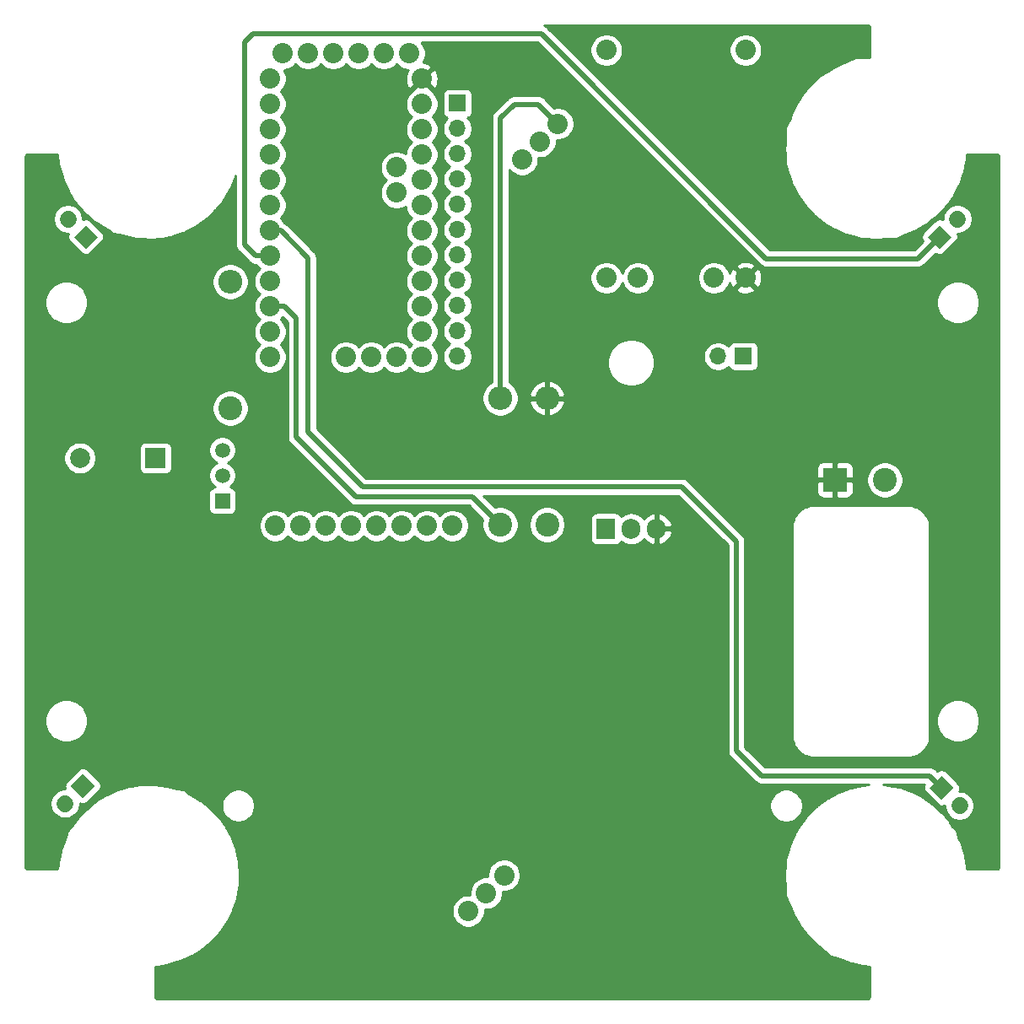
<source format=gbl>
G04 #@! TF.GenerationSoftware,KiCad,Pcbnew,5.1.5-52549c5~84~ubuntu18.04.1*
G04 #@! TF.CreationDate,2020-01-22T11:35:12-05:00*
G04 #@! TF.ProjectId,GeaiRareDit_PCB_Kicad5,47656169-5261-4726-9544-69745f504342,1.0*
G04 #@! TF.SameCoordinates,Original*
G04 #@! TF.FileFunction,Copper,L2,Bot*
G04 #@! TF.FilePolarity,Positive*
%FSLAX46Y46*%
G04 Gerber Fmt 4.6, Leading zero omitted, Abs format (unit mm)*
G04 Created by KiCad (PCBNEW 5.1.5-52549c5~84~ubuntu18.04.1) date 2020-01-22 11:35:12*
%MOMM*%
%LPD*%
G04 APERTURE LIST*
%ADD10C,2.032000*%
%ADD11R,1.700000X1.700000*%
%ADD12O,1.700000X1.700000*%
%ADD13R,1.905000X2.000000*%
%ADD14O,1.905000X2.000000*%
%ADD15C,1.500000*%
%ADD16R,1.500000X1.500000*%
%ADD17C,2.400000*%
%ADD18O,2.400000X2.400000*%
%ADD19C,0.100000*%
%ADD20C,1.700000*%
%ADD21R,2.000000X2.000000*%
%ADD22C,2.000000*%
%ADD23R,2.400000X2.400000*%
%ADD24C,0.500000*%
%ADD25C,0.254000*%
G04 APERTURE END LIST*
D10*
X151859501Y-66368411D03*
X153655552Y-64572360D03*
X155451604Y-62776308D03*
X146471347Y-141802562D03*
X148267399Y-140006511D03*
X150063450Y-138210460D03*
D11*
X145382500Y-60723000D03*
D12*
X145382500Y-63263000D03*
X145382500Y-65803000D03*
X145382500Y-68343000D03*
X145382500Y-70883000D03*
X145382500Y-73423000D03*
X145382500Y-75963000D03*
X145382500Y-78503000D03*
X145382500Y-81043000D03*
X145382500Y-83583000D03*
X145382500Y-86123000D03*
D13*
X160282500Y-103423000D03*
D14*
X162822500Y-103423000D03*
X165362500Y-103423000D03*
D15*
X121782500Y-98083000D03*
X121782500Y-95543000D03*
D16*
X121782500Y-100623000D03*
D10*
X127842500Y-55723000D03*
X130382500Y-55723000D03*
X132922500Y-55723000D03*
X135462500Y-55723000D03*
X138002500Y-55723000D03*
X140542500Y-55723000D03*
X126572500Y-58263000D03*
X126572500Y-60803000D03*
X126572500Y-63343000D03*
X126572500Y-65883000D03*
X126572500Y-68423000D03*
X126572500Y-70963000D03*
X126572500Y-73503000D03*
X126572500Y-76043000D03*
X126572500Y-78583000D03*
X126572500Y-81123000D03*
X126572500Y-83663000D03*
X126572500Y-86203000D03*
X141812500Y-58263000D03*
X141812500Y-60803000D03*
X141812500Y-63343000D03*
X141812500Y-65883000D03*
X141812500Y-68423000D03*
X141812500Y-70963000D03*
X141812500Y-73503000D03*
X141812500Y-76043000D03*
X141812500Y-78583000D03*
X141812500Y-81123000D03*
X141812500Y-83663000D03*
X141812500Y-86203000D03*
X139272500Y-67153000D03*
X139272500Y-69693000D03*
X139272500Y-86203000D03*
X136732500Y-86203000D03*
X134192500Y-86203000D03*
D17*
X122582500Y-91323000D03*
D18*
X122582500Y-78623000D03*
D10*
X127102500Y-103123000D03*
X129642500Y-103123000D03*
X132182500Y-103123000D03*
X134722500Y-103123000D03*
X137262500Y-103123000D03*
X139802500Y-103123000D03*
X142342500Y-103123000D03*
X144882500Y-103123000D03*
G04 #@! TA.AperFunction,ComponentPad*
D19*
G36*
X106580418Y-129223000D02*
G01*
X107782500Y-128020918D01*
X108984582Y-129223000D01*
X107782500Y-130425082D01*
X106580418Y-129223000D01*
G37*
G04 #@! TD.AperFunction*
D20*
X105986449Y-131019051D02*
X105986449Y-131019051D01*
G04 #@! TA.AperFunction,ComponentPad*
D19*
G36*
X194984582Y-74123000D02*
G01*
X193782500Y-75325082D01*
X192580418Y-74123000D01*
X193782500Y-72920918D01*
X194984582Y-74123000D01*
G37*
G04 #@! TD.AperFunction*
D20*
X195578551Y-72326949D02*
X195578551Y-72326949D01*
D11*
X174082500Y-86123000D03*
D12*
X171542500Y-86123000D03*
D18*
X154382500Y-90323000D03*
D17*
X154382500Y-103023000D03*
D20*
X106286449Y-72326949D02*
X106286449Y-72326949D01*
G04 #@! TA.AperFunction,ComponentPad*
D19*
G36*
X108082500Y-72920918D02*
G01*
X109284582Y-74123000D01*
X108082500Y-75325082D01*
X106880418Y-74123000D01*
X108082500Y-72920918D01*
G37*
G04 #@! TD.AperFunction*
D17*
X149682500Y-103023000D03*
D18*
X149682500Y-90323000D03*
D20*
X195782500Y-131223000D02*
X195782500Y-131223000D01*
G04 #@! TA.AperFunction,ComponentPad*
D19*
G36*
X193986449Y-130629031D02*
G01*
X192784367Y-129426949D01*
X193986449Y-128224867D01*
X195188531Y-129426949D01*
X193986449Y-130629031D01*
G37*
G04 #@! TD.AperFunction*
D21*
X115082500Y-96323000D03*
D22*
X107482500Y-96323000D03*
D23*
X183282500Y-98523000D03*
D17*
X188282500Y-98523000D03*
D10*
X171122500Y-78243000D03*
X163502500Y-78243000D03*
X174297500Y-78243000D03*
X160327500Y-78243000D03*
X160327500Y-55383000D03*
X174297500Y-55383000D03*
D24*
X128009340Y-81123000D02*
X129182500Y-82296160D01*
X126572500Y-81123000D02*
X128009340Y-81123000D01*
X129182500Y-82296160D02*
X129182500Y-94223000D01*
X129182500Y-94223000D02*
X135182500Y-100223000D01*
X146882500Y-100223000D02*
X149682500Y-103023000D01*
X135182500Y-100223000D02*
X146882500Y-100223000D01*
X125135660Y-76043000D02*
X125115660Y-76023000D01*
X126572500Y-76043000D02*
X125135660Y-76043000D01*
X125115660Y-76023000D02*
X125082500Y-76023000D01*
X125082500Y-76023000D02*
X123982500Y-74923000D01*
X123982500Y-74923000D02*
X123982500Y-54623000D01*
X123982500Y-54623000D02*
X124882500Y-53723000D01*
X124882500Y-53723000D02*
X153782500Y-53723000D01*
X153782500Y-53723000D02*
X176382500Y-76323000D01*
X191582500Y-76323000D02*
X193782500Y-74123000D01*
X176382500Y-76323000D02*
X191582500Y-76323000D01*
X153498296Y-60823000D02*
X155451604Y-62776308D01*
X151082500Y-60823000D02*
X153498296Y-60823000D01*
X149682500Y-90323000D02*
X149682500Y-62223000D01*
X149682500Y-62223000D02*
X151082500Y-60823000D01*
X175882500Y-128223000D02*
X192782500Y-128223000D01*
X173382500Y-125723000D02*
X175882500Y-128223000D01*
X173382500Y-104723000D02*
X173382500Y-125723000D01*
X127662500Y-73503000D02*
X130382500Y-76223000D01*
X192782500Y-128223000D02*
X193986449Y-129426949D01*
X126572500Y-73503000D02*
X127662500Y-73503000D01*
X135882500Y-99223000D02*
X167882500Y-99223000D01*
X130382500Y-93723000D02*
X135882500Y-99223000D01*
X167882500Y-99223000D02*
X173382500Y-104723000D01*
X130382500Y-76223000D02*
X130382500Y-93723000D01*
D25*
G36*
X105252890Y-65961900D02*
G01*
X105256491Y-65994523D01*
X105258895Y-66027257D01*
X105259905Y-66034094D01*
X105434802Y-67177050D01*
X105443841Y-67217488D01*
X105452459Y-67258031D01*
X105454387Y-67264668D01*
X105782782Y-68373312D01*
X105797228Y-68412157D01*
X105811266Y-68451148D01*
X105814071Y-68457447D01*
X105814076Y-68457461D01*
X105814082Y-68457473D01*
X106289895Y-69511282D01*
X106309473Y-69547795D01*
X106328679Y-69584532D01*
X106332314Y-69590393D01*
X106332320Y-69590405D01*
X106332327Y-69590415D01*
X106946756Y-70569898D01*
X106971074Y-70603369D01*
X106995121Y-70637207D01*
X106999527Y-70642532D01*
X107741209Y-71529573D01*
X107769860Y-71559450D01*
X107798263Y-71589696D01*
X107803350Y-71594374D01*
X108658556Y-72372551D01*
X108691069Y-72398320D01*
X108723241Y-72424373D01*
X108728906Y-72428310D01*
X108728916Y-72428318D01*
X108728926Y-72428324D01*
X109681820Y-73083230D01*
X109717436Y-73104293D01*
X109752939Y-73125795D01*
X109759097Y-73128932D01*
X110350831Y-73426543D01*
X110798870Y-73818577D01*
X110819123Y-73833056D01*
X110841812Y-73843306D01*
X110861621Y-73848272D01*
X111826517Y-74009088D01*
X111968752Y-74057786D01*
X112008775Y-74068510D01*
X112048699Y-74079657D01*
X112055466Y-74081021D01*
X112055472Y-74081023D01*
X112055478Y-74081024D01*
X113190103Y-74303628D01*
X113231217Y-74308822D01*
X113272278Y-74314447D01*
X113279174Y-74314881D01*
X113279176Y-74314881D01*
X113882098Y-74349645D01*
X113886462Y-74349938D01*
X113886725Y-74349912D01*
X114433517Y-74381440D01*
X114474966Y-74381006D01*
X114516400Y-74381006D01*
X114523277Y-74380500D01*
X114523292Y-74380500D01*
X114523305Y-74380498D01*
X115675989Y-74289780D01*
X115716982Y-74283727D01*
X115758046Y-74278102D01*
X115764793Y-74276668D01*
X115764805Y-74276666D01*
X115764816Y-74276663D01*
X116894524Y-74030346D01*
X116934354Y-74018775D01*
X116974237Y-74007639D01*
X116980725Y-74005303D01*
X116980739Y-74005299D01*
X116980752Y-74005293D01*
X118066577Y-73607938D01*
X118104422Y-73591089D01*
X118142470Y-73574624D01*
X118148575Y-73571431D01*
X118148595Y-73571422D01*
X118148612Y-73571412D01*
X119170458Y-73030373D01*
X119205673Y-73008539D01*
X119241128Y-72987067D01*
X119246750Y-72983071D01*
X119246761Y-72983064D01*
X119246770Y-72983056D01*
X120185741Y-72308338D01*
X120217675Y-72281920D01*
X120249880Y-72255841D01*
X120254909Y-72251118D01*
X120254918Y-72251111D01*
X120254925Y-72251103D01*
X121093639Y-71455193D01*
X121121682Y-71424697D01*
X121150060Y-71394477D01*
X121154409Y-71389106D01*
X121877352Y-70486725D01*
X121900985Y-70452723D01*
X121925011Y-70418914D01*
X121928586Y-70413010D01*
X121928591Y-70413003D01*
X121928594Y-70412996D01*
X122522378Y-69420856D01*
X122541196Y-69383925D01*
X122560393Y-69347204D01*
X122563131Y-69340875D01*
X122563138Y-69340862D01*
X122563142Y-69340849D01*
X123016781Y-68277309D01*
X123030406Y-68238184D01*
X123044449Y-68199179D01*
X123046307Y-68192522D01*
X123097500Y-68005391D01*
X123097500Y-74879531D01*
X123093219Y-74923000D01*
X123097500Y-74966469D01*
X123097500Y-74966476D01*
X123110305Y-75096489D01*
X123160911Y-75263312D01*
X123243089Y-75417058D01*
X123353683Y-75551817D01*
X123387456Y-75579534D01*
X124425970Y-76618049D01*
X124453683Y-76651817D01*
X124487451Y-76679530D01*
X124487453Y-76679532D01*
X124511823Y-76699532D01*
X124588441Y-76762411D01*
X124742187Y-76844589D01*
X124778588Y-76855631D01*
X124795347Y-76864589D01*
X124962170Y-76915195D01*
X125092183Y-76928000D01*
X125092193Y-76928000D01*
X125135659Y-76932281D01*
X125178255Y-76928086D01*
X125290085Y-77095451D01*
X125507634Y-77313000D01*
X125290085Y-77530549D01*
X125109403Y-77800958D01*
X124984947Y-78101421D01*
X124921500Y-78420391D01*
X124921500Y-78745609D01*
X124984947Y-79064579D01*
X125109403Y-79365042D01*
X125290085Y-79635451D01*
X125507634Y-79853000D01*
X125290085Y-80070549D01*
X125109403Y-80340958D01*
X124984947Y-80641421D01*
X124921500Y-80960391D01*
X124921500Y-81285609D01*
X124984947Y-81604579D01*
X125109403Y-81905042D01*
X125290085Y-82175451D01*
X125507634Y-82393000D01*
X125290085Y-82610549D01*
X125109403Y-82880958D01*
X124984947Y-83181421D01*
X124921500Y-83500391D01*
X124921500Y-83825609D01*
X124984947Y-84144579D01*
X125109403Y-84445042D01*
X125290085Y-84715451D01*
X125507634Y-84933000D01*
X125290085Y-85150549D01*
X125109403Y-85420958D01*
X124984947Y-85721421D01*
X124921500Y-86040391D01*
X124921500Y-86365609D01*
X124984947Y-86684579D01*
X125109403Y-86985042D01*
X125290085Y-87255451D01*
X125520049Y-87485415D01*
X125790458Y-87666097D01*
X126090921Y-87790553D01*
X126409891Y-87854000D01*
X126735109Y-87854000D01*
X127054079Y-87790553D01*
X127354542Y-87666097D01*
X127624951Y-87485415D01*
X127854915Y-87255451D01*
X128035597Y-86985042D01*
X128160053Y-86684579D01*
X128223500Y-86365609D01*
X128223500Y-86040391D01*
X128160053Y-85721421D01*
X128035597Y-85420958D01*
X127854915Y-85150549D01*
X127637366Y-84933000D01*
X127854915Y-84715451D01*
X128035597Y-84445042D01*
X128160053Y-84144579D01*
X128223500Y-83825609D01*
X128223500Y-83500391D01*
X128160053Y-83181421D01*
X128035597Y-82880958D01*
X127854915Y-82610549D01*
X127637366Y-82393000D01*
X127832564Y-82197802D01*
X128297500Y-82662739D01*
X128297501Y-94179521D01*
X128293219Y-94223000D01*
X128310305Y-94396490D01*
X128360912Y-94563313D01*
X128443090Y-94717059D01*
X128525968Y-94818046D01*
X128525971Y-94818049D01*
X128553684Y-94851817D01*
X128587452Y-94879530D01*
X134525970Y-100818049D01*
X134553683Y-100851817D01*
X134587451Y-100879530D01*
X134587453Y-100879532D01*
X134658952Y-100938210D01*
X134688441Y-100962411D01*
X134842187Y-101044589D01*
X135009010Y-101095195D01*
X135139023Y-101108000D01*
X135139033Y-101108000D01*
X135182499Y-101112281D01*
X135225965Y-101108000D01*
X146515922Y-101108000D01*
X147914310Y-102506389D01*
X147847500Y-102842268D01*
X147847500Y-103203732D01*
X147918018Y-103558250D01*
X148056344Y-103892199D01*
X148257162Y-104192744D01*
X148512756Y-104448338D01*
X148813301Y-104649156D01*
X149147250Y-104787482D01*
X149501768Y-104858000D01*
X149863232Y-104858000D01*
X150217750Y-104787482D01*
X150551699Y-104649156D01*
X150852244Y-104448338D01*
X151107838Y-104192744D01*
X151308656Y-103892199D01*
X151446982Y-103558250D01*
X151517500Y-103203732D01*
X151517500Y-102842268D01*
X152547500Y-102842268D01*
X152547500Y-103203732D01*
X152618018Y-103558250D01*
X152756344Y-103892199D01*
X152957162Y-104192744D01*
X153212756Y-104448338D01*
X153513301Y-104649156D01*
X153847250Y-104787482D01*
X154201768Y-104858000D01*
X154563232Y-104858000D01*
X154917750Y-104787482D01*
X155251699Y-104649156D01*
X155552244Y-104448338D01*
X155807838Y-104192744D01*
X156008656Y-103892199D01*
X156146982Y-103558250D01*
X156217500Y-103203732D01*
X156217500Y-102842268D01*
X156146982Y-102487750D01*
X156120162Y-102423000D01*
X158691928Y-102423000D01*
X158691928Y-104423000D01*
X158704188Y-104547482D01*
X158740498Y-104667180D01*
X158799463Y-104777494D01*
X158878815Y-104874185D01*
X158975506Y-104953537D01*
X159085820Y-105012502D01*
X159205518Y-105048812D01*
X159330000Y-105061072D01*
X161235000Y-105061072D01*
X161359482Y-105048812D01*
X161479180Y-105012502D01*
X161589494Y-104953537D01*
X161686185Y-104874185D01*
X161765537Y-104777494D01*
X161810405Y-104693553D01*
X161936266Y-104796845D01*
X162212052Y-104944255D01*
X162511297Y-105035030D01*
X162822500Y-105065681D01*
X163133704Y-105035030D01*
X163432949Y-104944255D01*
X163708735Y-104796845D01*
X163950463Y-104598463D01*
X164097662Y-104419100D01*
X164253063Y-104604315D01*
X164495577Y-104798969D01*
X164771406Y-104942571D01*
X164989520Y-105013563D01*
X165235500Y-104893594D01*
X165235500Y-103550000D01*
X165489500Y-103550000D01*
X165489500Y-104893594D01*
X165735480Y-105013563D01*
X165953594Y-104942571D01*
X166229423Y-104798969D01*
X166471937Y-104604315D01*
X166671816Y-104366089D01*
X166821379Y-104093446D01*
X166914878Y-103796863D01*
X166788070Y-103550000D01*
X165489500Y-103550000D01*
X165235500Y-103550000D01*
X165215500Y-103550000D01*
X165215500Y-103296000D01*
X165235500Y-103296000D01*
X165235500Y-101952406D01*
X165489500Y-101952406D01*
X165489500Y-103296000D01*
X166788070Y-103296000D01*
X166914878Y-103049137D01*
X166821379Y-102752554D01*
X166671816Y-102479911D01*
X166471937Y-102241685D01*
X166229423Y-102047031D01*
X165953594Y-101903429D01*
X165735480Y-101832437D01*
X165489500Y-101952406D01*
X165235500Y-101952406D01*
X164989520Y-101832437D01*
X164771406Y-101903429D01*
X164495577Y-102047031D01*
X164253063Y-102241685D01*
X164097663Y-102426899D01*
X163950463Y-102247537D01*
X163708734Y-102049155D01*
X163432948Y-101901745D01*
X163133703Y-101810970D01*
X162822500Y-101780319D01*
X162511296Y-101810970D01*
X162212051Y-101901745D01*
X161936265Y-102049155D01*
X161810405Y-102152446D01*
X161765537Y-102068506D01*
X161686185Y-101971815D01*
X161589494Y-101892463D01*
X161479180Y-101833498D01*
X161359482Y-101797188D01*
X161235000Y-101784928D01*
X159330000Y-101784928D01*
X159205518Y-101797188D01*
X159085820Y-101833498D01*
X158975506Y-101892463D01*
X158878815Y-101971815D01*
X158799463Y-102068506D01*
X158740498Y-102178820D01*
X158704188Y-102298518D01*
X158691928Y-102423000D01*
X156120162Y-102423000D01*
X156008656Y-102153801D01*
X155807838Y-101853256D01*
X155552244Y-101597662D01*
X155251699Y-101396844D01*
X154917750Y-101258518D01*
X154563232Y-101188000D01*
X154201768Y-101188000D01*
X153847250Y-101258518D01*
X153513301Y-101396844D01*
X153212756Y-101597662D01*
X152957162Y-101853256D01*
X152756344Y-102153801D01*
X152618018Y-102487750D01*
X152547500Y-102842268D01*
X151517500Y-102842268D01*
X151446982Y-102487750D01*
X151308656Y-102153801D01*
X151107838Y-101853256D01*
X150852244Y-101597662D01*
X150551699Y-101396844D01*
X150217750Y-101258518D01*
X149863232Y-101188000D01*
X149501768Y-101188000D01*
X149165889Y-101254810D01*
X148019078Y-100108000D01*
X167515922Y-100108000D01*
X172497500Y-105089579D01*
X172497501Y-125679521D01*
X172493219Y-125723000D01*
X172510305Y-125896490D01*
X172560912Y-126063313D01*
X172643090Y-126217059D01*
X172725968Y-126318046D01*
X172725971Y-126318049D01*
X172753684Y-126351817D01*
X172787451Y-126379529D01*
X175225970Y-128818049D01*
X175253683Y-128851817D01*
X175287451Y-128879530D01*
X175287453Y-128879532D01*
X175388441Y-128962411D01*
X175542187Y-129044589D01*
X175709010Y-129095195D01*
X175839023Y-129108000D01*
X175839031Y-129108000D01*
X175882500Y-129112281D01*
X175925969Y-129108000D01*
X186701705Y-129108000D01*
X186089011Y-129156220D01*
X186048024Y-129162272D01*
X186006953Y-129167898D01*
X186000206Y-129169332D01*
X186000194Y-129169334D01*
X186000183Y-129169337D01*
X184870476Y-129415654D01*
X184830623Y-129427232D01*
X184790763Y-129438361D01*
X184784280Y-129440695D01*
X184784260Y-129440701D01*
X184784243Y-129440709D01*
X183698424Y-129838062D01*
X183660597Y-129854903D01*
X183622530Y-129871376D01*
X183616412Y-129874575D01*
X183616405Y-129874578D01*
X183616399Y-129874582D01*
X182594543Y-130415627D01*
X182559350Y-130437447D01*
X182523872Y-130458933D01*
X182518250Y-130462929D01*
X182518239Y-130462936D01*
X182518230Y-130462944D01*
X181579259Y-131137662D01*
X181547325Y-131164080D01*
X181515120Y-131190159D01*
X181510091Y-131194882D01*
X181510082Y-131194889D01*
X181510075Y-131194897D01*
X180671361Y-131990807D01*
X180643318Y-132021303D01*
X180614940Y-132051523D01*
X180610591Y-132056894D01*
X179887648Y-132959275D01*
X179864015Y-132993277D01*
X179839989Y-133027086D01*
X179836414Y-133032990D01*
X179836409Y-133032997D01*
X179836406Y-133033004D01*
X179242622Y-134025144D01*
X179223822Y-134062041D01*
X179204607Y-134098796D01*
X179201863Y-134105139D01*
X178748219Y-135168691D01*
X178734578Y-135207862D01*
X178720552Y-135246821D01*
X178718693Y-135253478D01*
X178413587Y-136368757D01*
X178410854Y-136382312D01*
X178268908Y-136666204D01*
X178260010Y-136689456D01*
X178255500Y-136723000D01*
X178255500Y-137522763D01*
X178244919Y-137603134D01*
X178242317Y-137644498D01*
X178239282Y-137685826D01*
X178239282Y-137692737D01*
X178245336Y-138848981D01*
X178248371Y-138890312D01*
X178250973Y-138931672D01*
X178251911Y-138938520D01*
X178255500Y-138963738D01*
X178255500Y-140223000D01*
X178257940Y-140247776D01*
X178268908Y-140279796D01*
X178723401Y-141188782D01*
X178750264Y-141283085D01*
X178764299Y-141322069D01*
X178777931Y-141361215D01*
X178780672Y-141367549D01*
X178780675Y-141367557D01*
X178780676Y-141367558D01*
X179245433Y-142426302D01*
X179264628Y-142463020D01*
X179283447Y-142499953D01*
X179287027Y-142505865D01*
X179891171Y-143491739D01*
X179915180Y-143525523D01*
X179938830Y-143559551D01*
X179943180Y-143564922D01*
X180675533Y-144459682D01*
X180703907Y-144489897D01*
X180731953Y-144520397D01*
X180736983Y-144525121D01*
X180736991Y-144525129D01*
X180736999Y-144525136D01*
X181584001Y-145312219D01*
X181616196Y-145338290D01*
X181648140Y-145364717D01*
X181653768Y-145368716D01*
X181653772Y-145368719D01*
X181653774Y-145368720D01*
X182309385Y-145829491D01*
X182792697Y-146312803D01*
X182811943Y-146328597D01*
X182833899Y-146340333D01*
X182851698Y-146346208D01*
X183511995Y-146511282D01*
X183704034Y-146610401D01*
X183742111Y-146626879D01*
X183779928Y-146643716D01*
X183786416Y-146646052D01*
X183786430Y-146646058D01*
X183786443Y-146646062D01*
X184876369Y-147032025D01*
X184916293Y-147043172D01*
X184956082Y-147054732D01*
X184962838Y-147056168D01*
X184962841Y-147056169D01*
X184962844Y-147056169D01*
X186095078Y-147290644D01*
X186136136Y-147296268D01*
X186177136Y-147302323D01*
X186184028Y-147302829D01*
X186722500Y-147339538D01*
X186722501Y-150449618D01*
X186609120Y-150563000D01*
X115155881Y-150563000D01*
X115042500Y-150449620D01*
X115042500Y-147355917D01*
X115121400Y-147352610D01*
X115145045Y-147350000D01*
X115382500Y-147350000D01*
X115407276Y-147347560D01*
X115422661Y-147343483D01*
X115605346Y-147282588D01*
X116336550Y-147170698D01*
X116376988Y-147161659D01*
X116417531Y-147153041D01*
X116424168Y-147151113D01*
X117532812Y-146822718D01*
X117571657Y-146808272D01*
X117610648Y-146794234D01*
X117616947Y-146791429D01*
X117616961Y-146791424D01*
X117616973Y-146791418D01*
X118670782Y-146315605D01*
X118707295Y-146296027D01*
X118744032Y-146276821D01*
X118749893Y-146273186D01*
X118749905Y-146273180D01*
X118749915Y-146273173D01*
X119729398Y-145658744D01*
X119762869Y-145634426D01*
X119796707Y-145610379D01*
X119802032Y-145605973D01*
X120689073Y-144864291D01*
X120718950Y-144835640D01*
X120749196Y-144807237D01*
X120753874Y-144802150D01*
X121532051Y-143946944D01*
X121557820Y-143914431D01*
X121583873Y-143882259D01*
X121587810Y-143876594D01*
X121587818Y-143876584D01*
X121587824Y-143876574D01*
X122242730Y-142923680D01*
X122263793Y-142888064D01*
X122285295Y-142852561D01*
X122288432Y-142846403D01*
X122807962Y-141813432D01*
X122824026Y-141775218D01*
X122840481Y-141737194D01*
X122842748Y-141730682D01*
X122842754Y-141730668D01*
X122842758Y-141730655D01*
X122873812Y-141639953D01*
X144820347Y-141639953D01*
X144820347Y-141965171D01*
X144883794Y-142284141D01*
X145008250Y-142584604D01*
X145188932Y-142855013D01*
X145418896Y-143084977D01*
X145689305Y-143265659D01*
X145989768Y-143390115D01*
X146308738Y-143453562D01*
X146633956Y-143453562D01*
X146952926Y-143390115D01*
X147253389Y-143265659D01*
X147523798Y-143084977D01*
X147753762Y-142855013D01*
X147934444Y-142584604D01*
X148058900Y-142284141D01*
X148122347Y-141965171D01*
X148122347Y-141657511D01*
X148430008Y-141657511D01*
X148748978Y-141594064D01*
X149049441Y-141469608D01*
X149319850Y-141288926D01*
X149549814Y-141058962D01*
X149730496Y-140788553D01*
X149854952Y-140488090D01*
X149918399Y-140169120D01*
X149918399Y-139861460D01*
X150226059Y-139861460D01*
X150545029Y-139798013D01*
X150845492Y-139673557D01*
X151115901Y-139492875D01*
X151345865Y-139262911D01*
X151526547Y-138992502D01*
X151651003Y-138692039D01*
X151714450Y-138373069D01*
X151714450Y-138047851D01*
X151651003Y-137728881D01*
X151526547Y-137428418D01*
X151345865Y-137158009D01*
X151115901Y-136928045D01*
X150845492Y-136747363D01*
X150545029Y-136622907D01*
X150226059Y-136559460D01*
X149900841Y-136559460D01*
X149581871Y-136622907D01*
X149281408Y-136747363D01*
X149010999Y-136928045D01*
X148781035Y-137158009D01*
X148600353Y-137428418D01*
X148475897Y-137728881D01*
X148412450Y-138047851D01*
X148412450Y-138355511D01*
X148104790Y-138355511D01*
X147785820Y-138418958D01*
X147485357Y-138543414D01*
X147214948Y-138724096D01*
X146984984Y-138954060D01*
X146804302Y-139224469D01*
X146679846Y-139524932D01*
X146616399Y-139843902D01*
X146616399Y-140151562D01*
X146308738Y-140151562D01*
X145989768Y-140215009D01*
X145689305Y-140339465D01*
X145418896Y-140520147D01*
X145188932Y-140750111D01*
X145008250Y-141020520D01*
X144883794Y-141320983D01*
X144820347Y-141639953D01*
X122873812Y-141639953D01*
X123217286Y-140636748D01*
X123228010Y-140596725D01*
X123239157Y-140556801D01*
X123240523Y-140550026D01*
X123463128Y-139415397D01*
X123468322Y-139374283D01*
X123473947Y-139333222D01*
X123474381Y-139326324D01*
X123540940Y-138171983D01*
X123540506Y-138130534D01*
X123540506Y-138089099D01*
X123540000Y-138082223D01*
X123540000Y-138082208D01*
X123539998Y-138082195D01*
X123449280Y-136929511D01*
X123443228Y-136888524D01*
X123437602Y-136847453D01*
X123436168Y-136840706D01*
X123436166Y-136840694D01*
X123436163Y-136840683D01*
X123189846Y-135710976D01*
X123178268Y-135671123D01*
X123167139Y-135631263D01*
X123164805Y-135624780D01*
X123164799Y-135624760D01*
X123164791Y-135624743D01*
X122767438Y-134538924D01*
X122750597Y-134501097D01*
X122734124Y-134463030D01*
X122730922Y-134456906D01*
X122730922Y-134456905D01*
X122730918Y-134456899D01*
X122189873Y-133435043D01*
X122168053Y-133399850D01*
X122146567Y-133364372D01*
X122142571Y-133358750D01*
X122142564Y-133358739D01*
X122142556Y-133358730D01*
X121467838Y-132419759D01*
X121441420Y-132387825D01*
X121415341Y-132355620D01*
X121410618Y-132350591D01*
X121410611Y-132350582D01*
X121410603Y-132350575D01*
X120614693Y-131511861D01*
X120584197Y-131483818D01*
X120553977Y-131455440D01*
X120548606Y-131451091D01*
X120058362Y-131058331D01*
X121710590Y-131058331D01*
X121710590Y-131387669D01*
X121774840Y-131710678D01*
X121900872Y-132014947D01*
X122083842Y-132288781D01*
X122316719Y-132521658D01*
X122590553Y-132704628D01*
X122894822Y-132830660D01*
X123217831Y-132894910D01*
X123547169Y-132894910D01*
X123870178Y-132830660D01*
X124174447Y-132704628D01*
X124448281Y-132521658D01*
X124681158Y-132288781D01*
X124864128Y-132014947D01*
X124990160Y-131710678D01*
X125054410Y-131387669D01*
X125054410Y-131058331D01*
X176710590Y-131058331D01*
X176710590Y-131387669D01*
X176774840Y-131710678D01*
X176900872Y-132014947D01*
X177083842Y-132288781D01*
X177316719Y-132521658D01*
X177590553Y-132704628D01*
X177894822Y-132830660D01*
X178217831Y-132894910D01*
X178547169Y-132894910D01*
X178870178Y-132830660D01*
X179174447Y-132704628D01*
X179448281Y-132521658D01*
X179681158Y-132288781D01*
X179864128Y-132014947D01*
X179990160Y-131710678D01*
X180054410Y-131387669D01*
X180054410Y-131058331D01*
X179990160Y-130735322D01*
X179864128Y-130431053D01*
X179681158Y-130157219D01*
X179448281Y-129924342D01*
X179174447Y-129741372D01*
X178870178Y-129615340D01*
X178547169Y-129551090D01*
X178217831Y-129551090D01*
X177894822Y-129615340D01*
X177590553Y-129741372D01*
X177316719Y-129924342D01*
X177083842Y-130157219D01*
X176900872Y-130431053D01*
X176774840Y-130735322D01*
X176710590Y-131058331D01*
X125054410Y-131058331D01*
X124990160Y-130735322D01*
X124864128Y-130431053D01*
X124681158Y-130157219D01*
X124448281Y-129924342D01*
X124174447Y-129741372D01*
X123870178Y-129615340D01*
X123547169Y-129551090D01*
X123217831Y-129551090D01*
X122894822Y-129615340D01*
X122590553Y-129741372D01*
X122316719Y-129924342D01*
X122083842Y-130157219D01*
X121900872Y-130431053D01*
X121774840Y-130735322D01*
X121710590Y-131058331D01*
X120058362Y-131058331D01*
X119646225Y-130728148D01*
X119612223Y-130704515D01*
X119578414Y-130680489D01*
X119572510Y-130676914D01*
X119572503Y-130676909D01*
X119572496Y-130676906D01*
X118580356Y-130083122D01*
X118543459Y-130064322D01*
X118506704Y-130045107D01*
X118500368Y-130042366D01*
X118500362Y-130042363D01*
X118500357Y-130042361D01*
X118426110Y-130010692D01*
X117963803Y-129625436D01*
X117943207Y-129611449D01*
X117920278Y-129601749D01*
X117896525Y-129596777D01*
X117210963Y-129520603D01*
X116236743Y-129254087D01*
X116196134Y-129245899D01*
X116155581Y-129237279D01*
X116148737Y-129236341D01*
X116148733Y-129236341D01*
X115002366Y-129085419D01*
X114961006Y-129082817D01*
X114919675Y-129079782D01*
X114912763Y-129079782D01*
X113756519Y-129085836D01*
X113715194Y-129088871D01*
X113673827Y-129091473D01*
X113666980Y-129092411D01*
X113531178Y-129111738D01*
X113396525Y-129096777D01*
X113371630Y-129096466D01*
X113337907Y-129104086D01*
X113186802Y-129160750D01*
X112522256Y-129255329D01*
X112481695Y-129263950D01*
X112441094Y-129272137D01*
X112434453Y-129273992D01*
X112434438Y-129273995D01*
X112434425Y-129274000D01*
X111322415Y-129590764D01*
X111283447Y-129604793D01*
X111244284Y-129618431D01*
X111237951Y-129621172D01*
X111237943Y-129621175D01*
X111237936Y-129621178D01*
X110179198Y-130085933D01*
X110142501Y-130105118D01*
X110105546Y-130123947D01*
X110099635Y-130127527D01*
X109113761Y-130731671D01*
X109079953Y-130755697D01*
X109045950Y-130779330D01*
X109040579Y-130783679D01*
X108145818Y-131516033D01*
X108115626Y-131544385D01*
X108085102Y-131572453D01*
X108080372Y-131577491D01*
X107293281Y-132424501D01*
X107267205Y-132456701D01*
X107240783Y-132488640D01*
X107236786Y-132494266D01*
X107236780Y-132494273D01*
X107236776Y-132494280D01*
X106776009Y-133149885D01*
X106292697Y-133633197D01*
X106276903Y-133652443D01*
X106265167Y-133674399D01*
X106259292Y-133692198D01*
X106094218Y-134352494D01*
X105995099Y-134544534D01*
X105978656Y-134582531D01*
X105961783Y-134620428D01*
X105959450Y-134626911D01*
X105959442Y-134626930D01*
X105959437Y-134626948D01*
X105573475Y-135716869D01*
X105562331Y-135756781D01*
X105550768Y-135796582D01*
X105549331Y-135803342D01*
X105314856Y-136935578D01*
X105309233Y-136976628D01*
X105303177Y-137017635D01*
X105302671Y-137024528D01*
X105265962Y-137563000D01*
X102155881Y-137563000D01*
X102042500Y-137449620D01*
X102042500Y-130872791D01*
X104501449Y-130872791D01*
X104501449Y-131165311D01*
X104558517Y-131452209D01*
X104670459Y-131722462D01*
X104832974Y-131965683D01*
X105039817Y-132172526D01*
X105283038Y-132335041D01*
X105553291Y-132446983D01*
X105840189Y-132504051D01*
X106132709Y-132504051D01*
X106419607Y-132446983D01*
X106689860Y-132335041D01*
X106933081Y-132172526D01*
X107139924Y-131965683D01*
X107302439Y-131722462D01*
X107414381Y-131452209D01*
X107471449Y-131165311D01*
X107471449Y-130978840D01*
X107538320Y-131014584D01*
X107658018Y-131050894D01*
X107782500Y-131063154D01*
X107906982Y-131050894D01*
X108026680Y-131014584D01*
X108136994Y-130955619D01*
X108233685Y-130876267D01*
X109435767Y-129674185D01*
X109515119Y-129577494D01*
X109574084Y-129467180D01*
X109610394Y-129347482D01*
X109622654Y-129223000D01*
X109610394Y-129098518D01*
X109574084Y-128978820D01*
X109515119Y-128868506D01*
X109435767Y-128771815D01*
X108233685Y-127569733D01*
X108136994Y-127490381D01*
X108026680Y-127431416D01*
X107906982Y-127395106D01*
X107782500Y-127382846D01*
X107658018Y-127395106D01*
X107538320Y-127431416D01*
X107428006Y-127490381D01*
X107331315Y-127569733D01*
X106129233Y-128771815D01*
X106049881Y-128868506D01*
X105990916Y-128978820D01*
X105954606Y-129098518D01*
X105942346Y-129223000D01*
X105954606Y-129347482D01*
X105990916Y-129467180D01*
X106026660Y-129534051D01*
X105840189Y-129534051D01*
X105553291Y-129591119D01*
X105283038Y-129703061D01*
X105039817Y-129865576D01*
X104832974Y-130072419D01*
X104670459Y-130315640D01*
X104558517Y-130585893D01*
X104501449Y-130872791D01*
X102042500Y-130872791D01*
X102042500Y-122509323D01*
X103962997Y-122509323D01*
X103962997Y-122936677D01*
X104046370Y-123355821D01*
X104209912Y-123750645D01*
X104447337Y-124105977D01*
X104749523Y-124408163D01*
X105104855Y-124645588D01*
X105499679Y-124809130D01*
X105918823Y-124892503D01*
X106346177Y-124892503D01*
X106765321Y-124809130D01*
X107160145Y-124645588D01*
X107515477Y-124408163D01*
X107817663Y-124105977D01*
X108055088Y-123750645D01*
X108218630Y-123355821D01*
X108302003Y-122936677D01*
X108302003Y-122509323D01*
X108218630Y-122090179D01*
X108055088Y-121695355D01*
X107817663Y-121340023D01*
X107515477Y-121037837D01*
X107160145Y-120800412D01*
X106765321Y-120636870D01*
X106346177Y-120553497D01*
X105918823Y-120553497D01*
X105499679Y-120636870D01*
X105104855Y-120800412D01*
X104749523Y-121037837D01*
X104447337Y-121340023D01*
X104209912Y-121695355D01*
X104046370Y-122090179D01*
X103962997Y-122509323D01*
X102042500Y-122509323D01*
X102042500Y-102960391D01*
X125451500Y-102960391D01*
X125451500Y-103285609D01*
X125514947Y-103604579D01*
X125639403Y-103905042D01*
X125820085Y-104175451D01*
X126050049Y-104405415D01*
X126320458Y-104586097D01*
X126620921Y-104710553D01*
X126939891Y-104774000D01*
X127265109Y-104774000D01*
X127584079Y-104710553D01*
X127884542Y-104586097D01*
X128154951Y-104405415D01*
X128372500Y-104187866D01*
X128590049Y-104405415D01*
X128860458Y-104586097D01*
X129160921Y-104710553D01*
X129479891Y-104774000D01*
X129805109Y-104774000D01*
X130124079Y-104710553D01*
X130424542Y-104586097D01*
X130694951Y-104405415D01*
X130912500Y-104187866D01*
X131130049Y-104405415D01*
X131400458Y-104586097D01*
X131700921Y-104710553D01*
X132019891Y-104774000D01*
X132345109Y-104774000D01*
X132664079Y-104710553D01*
X132964542Y-104586097D01*
X133234951Y-104405415D01*
X133452500Y-104187866D01*
X133670049Y-104405415D01*
X133940458Y-104586097D01*
X134240921Y-104710553D01*
X134559891Y-104774000D01*
X134885109Y-104774000D01*
X135204079Y-104710553D01*
X135504542Y-104586097D01*
X135774951Y-104405415D01*
X135992500Y-104187866D01*
X136210049Y-104405415D01*
X136480458Y-104586097D01*
X136780921Y-104710553D01*
X137099891Y-104774000D01*
X137425109Y-104774000D01*
X137744079Y-104710553D01*
X138044542Y-104586097D01*
X138314951Y-104405415D01*
X138532500Y-104187866D01*
X138750049Y-104405415D01*
X139020458Y-104586097D01*
X139320921Y-104710553D01*
X139639891Y-104774000D01*
X139965109Y-104774000D01*
X140284079Y-104710553D01*
X140584542Y-104586097D01*
X140854951Y-104405415D01*
X141072500Y-104187866D01*
X141290049Y-104405415D01*
X141560458Y-104586097D01*
X141860921Y-104710553D01*
X142179891Y-104774000D01*
X142505109Y-104774000D01*
X142824079Y-104710553D01*
X143124542Y-104586097D01*
X143394951Y-104405415D01*
X143612500Y-104187866D01*
X143830049Y-104405415D01*
X144100458Y-104586097D01*
X144400921Y-104710553D01*
X144719891Y-104774000D01*
X145045109Y-104774000D01*
X145364079Y-104710553D01*
X145664542Y-104586097D01*
X145934951Y-104405415D01*
X146164915Y-104175451D01*
X146345597Y-103905042D01*
X146470053Y-103604579D01*
X146533500Y-103285609D01*
X146533500Y-102960391D01*
X146470053Y-102641421D01*
X146345597Y-102340958D01*
X146164915Y-102070549D01*
X145934951Y-101840585D01*
X145664542Y-101659903D01*
X145364079Y-101535447D01*
X145045109Y-101472000D01*
X144719891Y-101472000D01*
X144400921Y-101535447D01*
X144100458Y-101659903D01*
X143830049Y-101840585D01*
X143612500Y-102058134D01*
X143394951Y-101840585D01*
X143124542Y-101659903D01*
X142824079Y-101535447D01*
X142505109Y-101472000D01*
X142179891Y-101472000D01*
X141860921Y-101535447D01*
X141560458Y-101659903D01*
X141290049Y-101840585D01*
X141072500Y-102058134D01*
X140854951Y-101840585D01*
X140584542Y-101659903D01*
X140284079Y-101535447D01*
X139965109Y-101472000D01*
X139639891Y-101472000D01*
X139320921Y-101535447D01*
X139020458Y-101659903D01*
X138750049Y-101840585D01*
X138532500Y-102058134D01*
X138314951Y-101840585D01*
X138044542Y-101659903D01*
X137744079Y-101535447D01*
X137425109Y-101472000D01*
X137099891Y-101472000D01*
X136780921Y-101535447D01*
X136480458Y-101659903D01*
X136210049Y-101840585D01*
X135992500Y-102058134D01*
X135774951Y-101840585D01*
X135504542Y-101659903D01*
X135204079Y-101535447D01*
X134885109Y-101472000D01*
X134559891Y-101472000D01*
X134240921Y-101535447D01*
X133940458Y-101659903D01*
X133670049Y-101840585D01*
X133452500Y-102058134D01*
X133234951Y-101840585D01*
X132964542Y-101659903D01*
X132664079Y-101535447D01*
X132345109Y-101472000D01*
X132019891Y-101472000D01*
X131700921Y-101535447D01*
X131400458Y-101659903D01*
X131130049Y-101840585D01*
X130912500Y-102058134D01*
X130694951Y-101840585D01*
X130424542Y-101659903D01*
X130124079Y-101535447D01*
X129805109Y-101472000D01*
X129479891Y-101472000D01*
X129160921Y-101535447D01*
X128860458Y-101659903D01*
X128590049Y-101840585D01*
X128372500Y-102058134D01*
X128154951Y-101840585D01*
X127884542Y-101659903D01*
X127584079Y-101535447D01*
X127265109Y-101472000D01*
X126939891Y-101472000D01*
X126620921Y-101535447D01*
X126320458Y-101659903D01*
X126050049Y-101840585D01*
X125820085Y-102070549D01*
X125639403Y-102340958D01*
X125514947Y-102641421D01*
X125451500Y-102960391D01*
X102042500Y-102960391D01*
X102042500Y-99873000D01*
X120394428Y-99873000D01*
X120394428Y-101373000D01*
X120406688Y-101497482D01*
X120442998Y-101617180D01*
X120501963Y-101727494D01*
X120581315Y-101824185D01*
X120678006Y-101903537D01*
X120788320Y-101962502D01*
X120908018Y-101998812D01*
X121032500Y-102011072D01*
X122532500Y-102011072D01*
X122656982Y-101998812D01*
X122776680Y-101962502D01*
X122886994Y-101903537D01*
X122983685Y-101824185D01*
X123063037Y-101727494D01*
X123122002Y-101617180D01*
X123158312Y-101497482D01*
X123170572Y-101373000D01*
X123170572Y-99873000D01*
X123158312Y-99748518D01*
X123122002Y-99628820D01*
X123063037Y-99518506D01*
X122983685Y-99421815D01*
X122886994Y-99342463D01*
X122776680Y-99283498D01*
X122656982Y-99247188D01*
X122549017Y-99236555D01*
X122665386Y-99158799D01*
X122858299Y-98965886D01*
X123009871Y-98739043D01*
X123114275Y-98486989D01*
X123167500Y-98219411D01*
X123167500Y-97946589D01*
X123114275Y-97679011D01*
X123009871Y-97426957D01*
X122858299Y-97200114D01*
X122665386Y-97007201D01*
X122438543Y-96855629D01*
X122335627Y-96813000D01*
X122438543Y-96770371D01*
X122665386Y-96618799D01*
X122858299Y-96425886D01*
X123009871Y-96199043D01*
X123114275Y-95946989D01*
X123167500Y-95679411D01*
X123167500Y-95406589D01*
X123114275Y-95139011D01*
X123009871Y-94886957D01*
X122858299Y-94660114D01*
X122665386Y-94467201D01*
X122438543Y-94315629D01*
X122186489Y-94211225D01*
X121918911Y-94158000D01*
X121646089Y-94158000D01*
X121378511Y-94211225D01*
X121126457Y-94315629D01*
X120899614Y-94467201D01*
X120706701Y-94660114D01*
X120555129Y-94886957D01*
X120450725Y-95139011D01*
X120397500Y-95406589D01*
X120397500Y-95679411D01*
X120450725Y-95946989D01*
X120555129Y-96199043D01*
X120706701Y-96425886D01*
X120899614Y-96618799D01*
X121126457Y-96770371D01*
X121229373Y-96813000D01*
X121126457Y-96855629D01*
X120899614Y-97007201D01*
X120706701Y-97200114D01*
X120555129Y-97426957D01*
X120450725Y-97679011D01*
X120397500Y-97946589D01*
X120397500Y-98219411D01*
X120450725Y-98486989D01*
X120555129Y-98739043D01*
X120706701Y-98965886D01*
X120899614Y-99158799D01*
X121015983Y-99236555D01*
X120908018Y-99247188D01*
X120788320Y-99283498D01*
X120678006Y-99342463D01*
X120581315Y-99421815D01*
X120501963Y-99518506D01*
X120442998Y-99628820D01*
X120406688Y-99748518D01*
X120394428Y-99873000D01*
X102042500Y-99873000D01*
X102042500Y-96161967D01*
X105847500Y-96161967D01*
X105847500Y-96484033D01*
X105910332Y-96799912D01*
X106033582Y-97097463D01*
X106212513Y-97365252D01*
X106440248Y-97592987D01*
X106708037Y-97771918D01*
X107005588Y-97895168D01*
X107321467Y-97958000D01*
X107643533Y-97958000D01*
X107959412Y-97895168D01*
X108256963Y-97771918D01*
X108524752Y-97592987D01*
X108752487Y-97365252D01*
X108931418Y-97097463D01*
X109054668Y-96799912D01*
X109117500Y-96484033D01*
X109117500Y-96161967D01*
X109054668Y-95846088D01*
X108931418Y-95548537D01*
X108780719Y-95323000D01*
X113444428Y-95323000D01*
X113444428Y-97323000D01*
X113456688Y-97447482D01*
X113492998Y-97567180D01*
X113551963Y-97677494D01*
X113631315Y-97774185D01*
X113728006Y-97853537D01*
X113838320Y-97912502D01*
X113958018Y-97948812D01*
X114082500Y-97961072D01*
X116082500Y-97961072D01*
X116206982Y-97948812D01*
X116326680Y-97912502D01*
X116436994Y-97853537D01*
X116533685Y-97774185D01*
X116613037Y-97677494D01*
X116672002Y-97567180D01*
X116708312Y-97447482D01*
X116720572Y-97323000D01*
X116720572Y-95323000D01*
X116708312Y-95198518D01*
X116672002Y-95078820D01*
X116613037Y-94968506D01*
X116533685Y-94871815D01*
X116436994Y-94792463D01*
X116326680Y-94733498D01*
X116206982Y-94697188D01*
X116082500Y-94684928D01*
X114082500Y-94684928D01*
X113958018Y-94697188D01*
X113838320Y-94733498D01*
X113728006Y-94792463D01*
X113631315Y-94871815D01*
X113551963Y-94968506D01*
X113492998Y-95078820D01*
X113456688Y-95198518D01*
X113444428Y-95323000D01*
X108780719Y-95323000D01*
X108752487Y-95280748D01*
X108524752Y-95053013D01*
X108256963Y-94874082D01*
X107959412Y-94750832D01*
X107643533Y-94688000D01*
X107321467Y-94688000D01*
X107005588Y-94750832D01*
X106708037Y-94874082D01*
X106440248Y-95053013D01*
X106212513Y-95280748D01*
X106033582Y-95548537D01*
X105910332Y-95846088D01*
X105847500Y-96161967D01*
X102042500Y-96161967D01*
X102042500Y-91142268D01*
X120747500Y-91142268D01*
X120747500Y-91503732D01*
X120818018Y-91858250D01*
X120956344Y-92192199D01*
X121157162Y-92492744D01*
X121412756Y-92748338D01*
X121713301Y-92949156D01*
X122047250Y-93087482D01*
X122401768Y-93158000D01*
X122763232Y-93158000D01*
X123117750Y-93087482D01*
X123451699Y-92949156D01*
X123752244Y-92748338D01*
X124007838Y-92492744D01*
X124208656Y-92192199D01*
X124346982Y-91858250D01*
X124417500Y-91503732D01*
X124417500Y-91142268D01*
X124346982Y-90787750D01*
X124208656Y-90453801D01*
X124007838Y-90153256D01*
X123752244Y-89897662D01*
X123451699Y-89696844D01*
X123117750Y-89558518D01*
X122763232Y-89488000D01*
X122401768Y-89488000D01*
X122047250Y-89558518D01*
X121713301Y-89696844D01*
X121412756Y-89897662D01*
X121157162Y-90153256D01*
X120956344Y-90453801D01*
X120818018Y-90787750D01*
X120747500Y-91142268D01*
X102042500Y-91142268D01*
X102042500Y-80509323D01*
X103962997Y-80509323D01*
X103962997Y-80936677D01*
X104046370Y-81355821D01*
X104209912Y-81750645D01*
X104447337Y-82105977D01*
X104749523Y-82408163D01*
X105104855Y-82645588D01*
X105499679Y-82809130D01*
X105918823Y-82892503D01*
X106346177Y-82892503D01*
X106765321Y-82809130D01*
X107160145Y-82645588D01*
X107515477Y-82408163D01*
X107817663Y-82105977D01*
X108055088Y-81750645D01*
X108218630Y-81355821D01*
X108302003Y-80936677D01*
X108302003Y-80509323D01*
X108218630Y-80090179D01*
X108055088Y-79695355D01*
X107817663Y-79340023D01*
X107515477Y-79037837D01*
X107160145Y-78800412D01*
X106765321Y-78636870D01*
X106346177Y-78553497D01*
X105918823Y-78553497D01*
X105499679Y-78636870D01*
X105104855Y-78800412D01*
X104749523Y-79037837D01*
X104447337Y-79340023D01*
X104209912Y-79695355D01*
X104046370Y-80090179D01*
X103962997Y-80509323D01*
X102042500Y-80509323D01*
X102042500Y-78442268D01*
X120747500Y-78442268D01*
X120747500Y-78803732D01*
X120818018Y-79158250D01*
X120956344Y-79492199D01*
X121157162Y-79792744D01*
X121412756Y-80048338D01*
X121713301Y-80249156D01*
X122047250Y-80387482D01*
X122401768Y-80458000D01*
X122763232Y-80458000D01*
X123117750Y-80387482D01*
X123451699Y-80249156D01*
X123752244Y-80048338D01*
X124007838Y-79792744D01*
X124208656Y-79492199D01*
X124346982Y-79158250D01*
X124417500Y-78803732D01*
X124417500Y-78442268D01*
X124346982Y-78087750D01*
X124208656Y-77753801D01*
X124007838Y-77453256D01*
X123752244Y-77197662D01*
X123451699Y-76996844D01*
X123117750Y-76858518D01*
X122763232Y-76788000D01*
X122401768Y-76788000D01*
X122047250Y-76858518D01*
X121713301Y-76996844D01*
X121412756Y-77197662D01*
X121157162Y-77453256D01*
X120956344Y-77753801D01*
X120818018Y-78087750D01*
X120747500Y-78442268D01*
X102042500Y-78442268D01*
X102042500Y-72180689D01*
X104801449Y-72180689D01*
X104801449Y-72473209D01*
X104858517Y-72760107D01*
X104970459Y-73030360D01*
X105132974Y-73273581D01*
X105339817Y-73480424D01*
X105583038Y-73642939D01*
X105853291Y-73754881D01*
X106140189Y-73811949D01*
X106326660Y-73811949D01*
X106290916Y-73878820D01*
X106254606Y-73998518D01*
X106242346Y-74123000D01*
X106254606Y-74247482D01*
X106290916Y-74367180D01*
X106349881Y-74477494D01*
X106429233Y-74574185D01*
X107631315Y-75776267D01*
X107728006Y-75855619D01*
X107838320Y-75914584D01*
X107958018Y-75950894D01*
X108082500Y-75963154D01*
X108206982Y-75950894D01*
X108326680Y-75914584D01*
X108436994Y-75855619D01*
X108533685Y-75776267D01*
X109735767Y-74574185D01*
X109815119Y-74477494D01*
X109874084Y-74367180D01*
X109910394Y-74247482D01*
X109922654Y-74123000D01*
X109910394Y-73998518D01*
X109874084Y-73878820D01*
X109815119Y-73768506D01*
X109735767Y-73671815D01*
X108533685Y-72469733D01*
X108436994Y-72390381D01*
X108326680Y-72331416D01*
X108206982Y-72295106D01*
X108082500Y-72282846D01*
X107958018Y-72295106D01*
X107838320Y-72331416D01*
X107771449Y-72367160D01*
X107771449Y-72180689D01*
X107714381Y-71893791D01*
X107602439Y-71623538D01*
X107439924Y-71380317D01*
X107233081Y-71173474D01*
X106989860Y-71010959D01*
X106719607Y-70899017D01*
X106432709Y-70841949D01*
X106140189Y-70841949D01*
X105853291Y-70899017D01*
X105583038Y-71010959D01*
X105339817Y-71173474D01*
X105132974Y-71380317D01*
X104970459Y-71623538D01*
X104858517Y-71893791D01*
X104801449Y-72180689D01*
X102042500Y-72180689D01*
X102042500Y-65996380D01*
X102155881Y-65883000D01*
X105249583Y-65883000D01*
X105252890Y-65961900D01*
G37*
X105252890Y-65961900D02*
X105256491Y-65994523D01*
X105258895Y-66027257D01*
X105259905Y-66034094D01*
X105434802Y-67177050D01*
X105443841Y-67217488D01*
X105452459Y-67258031D01*
X105454387Y-67264668D01*
X105782782Y-68373312D01*
X105797228Y-68412157D01*
X105811266Y-68451148D01*
X105814071Y-68457447D01*
X105814076Y-68457461D01*
X105814082Y-68457473D01*
X106289895Y-69511282D01*
X106309473Y-69547795D01*
X106328679Y-69584532D01*
X106332314Y-69590393D01*
X106332320Y-69590405D01*
X106332327Y-69590415D01*
X106946756Y-70569898D01*
X106971074Y-70603369D01*
X106995121Y-70637207D01*
X106999527Y-70642532D01*
X107741209Y-71529573D01*
X107769860Y-71559450D01*
X107798263Y-71589696D01*
X107803350Y-71594374D01*
X108658556Y-72372551D01*
X108691069Y-72398320D01*
X108723241Y-72424373D01*
X108728906Y-72428310D01*
X108728916Y-72428318D01*
X108728926Y-72428324D01*
X109681820Y-73083230D01*
X109717436Y-73104293D01*
X109752939Y-73125795D01*
X109759097Y-73128932D01*
X110350831Y-73426543D01*
X110798870Y-73818577D01*
X110819123Y-73833056D01*
X110841812Y-73843306D01*
X110861621Y-73848272D01*
X111826517Y-74009088D01*
X111968752Y-74057786D01*
X112008775Y-74068510D01*
X112048699Y-74079657D01*
X112055466Y-74081021D01*
X112055472Y-74081023D01*
X112055478Y-74081024D01*
X113190103Y-74303628D01*
X113231217Y-74308822D01*
X113272278Y-74314447D01*
X113279174Y-74314881D01*
X113279176Y-74314881D01*
X113882098Y-74349645D01*
X113886462Y-74349938D01*
X113886725Y-74349912D01*
X114433517Y-74381440D01*
X114474966Y-74381006D01*
X114516400Y-74381006D01*
X114523277Y-74380500D01*
X114523292Y-74380500D01*
X114523305Y-74380498D01*
X115675989Y-74289780D01*
X115716982Y-74283727D01*
X115758046Y-74278102D01*
X115764793Y-74276668D01*
X115764805Y-74276666D01*
X115764816Y-74276663D01*
X116894524Y-74030346D01*
X116934354Y-74018775D01*
X116974237Y-74007639D01*
X116980725Y-74005303D01*
X116980739Y-74005299D01*
X116980752Y-74005293D01*
X118066577Y-73607938D01*
X118104422Y-73591089D01*
X118142470Y-73574624D01*
X118148575Y-73571431D01*
X118148595Y-73571422D01*
X118148612Y-73571412D01*
X119170458Y-73030373D01*
X119205673Y-73008539D01*
X119241128Y-72987067D01*
X119246750Y-72983071D01*
X119246761Y-72983064D01*
X119246770Y-72983056D01*
X120185741Y-72308338D01*
X120217675Y-72281920D01*
X120249880Y-72255841D01*
X120254909Y-72251118D01*
X120254918Y-72251111D01*
X120254925Y-72251103D01*
X121093639Y-71455193D01*
X121121682Y-71424697D01*
X121150060Y-71394477D01*
X121154409Y-71389106D01*
X121877352Y-70486725D01*
X121900985Y-70452723D01*
X121925011Y-70418914D01*
X121928586Y-70413010D01*
X121928591Y-70413003D01*
X121928594Y-70412996D01*
X122522378Y-69420856D01*
X122541196Y-69383925D01*
X122560393Y-69347204D01*
X122563131Y-69340875D01*
X122563138Y-69340862D01*
X122563142Y-69340849D01*
X123016781Y-68277309D01*
X123030406Y-68238184D01*
X123044449Y-68199179D01*
X123046307Y-68192522D01*
X123097500Y-68005391D01*
X123097500Y-74879531D01*
X123093219Y-74923000D01*
X123097500Y-74966469D01*
X123097500Y-74966476D01*
X123110305Y-75096489D01*
X123160911Y-75263312D01*
X123243089Y-75417058D01*
X123353683Y-75551817D01*
X123387456Y-75579534D01*
X124425970Y-76618049D01*
X124453683Y-76651817D01*
X124487451Y-76679530D01*
X124487453Y-76679532D01*
X124511823Y-76699532D01*
X124588441Y-76762411D01*
X124742187Y-76844589D01*
X124778588Y-76855631D01*
X124795347Y-76864589D01*
X124962170Y-76915195D01*
X125092183Y-76928000D01*
X125092193Y-76928000D01*
X125135659Y-76932281D01*
X125178255Y-76928086D01*
X125290085Y-77095451D01*
X125507634Y-77313000D01*
X125290085Y-77530549D01*
X125109403Y-77800958D01*
X124984947Y-78101421D01*
X124921500Y-78420391D01*
X124921500Y-78745609D01*
X124984947Y-79064579D01*
X125109403Y-79365042D01*
X125290085Y-79635451D01*
X125507634Y-79853000D01*
X125290085Y-80070549D01*
X125109403Y-80340958D01*
X124984947Y-80641421D01*
X124921500Y-80960391D01*
X124921500Y-81285609D01*
X124984947Y-81604579D01*
X125109403Y-81905042D01*
X125290085Y-82175451D01*
X125507634Y-82393000D01*
X125290085Y-82610549D01*
X125109403Y-82880958D01*
X124984947Y-83181421D01*
X124921500Y-83500391D01*
X124921500Y-83825609D01*
X124984947Y-84144579D01*
X125109403Y-84445042D01*
X125290085Y-84715451D01*
X125507634Y-84933000D01*
X125290085Y-85150549D01*
X125109403Y-85420958D01*
X124984947Y-85721421D01*
X124921500Y-86040391D01*
X124921500Y-86365609D01*
X124984947Y-86684579D01*
X125109403Y-86985042D01*
X125290085Y-87255451D01*
X125520049Y-87485415D01*
X125790458Y-87666097D01*
X126090921Y-87790553D01*
X126409891Y-87854000D01*
X126735109Y-87854000D01*
X127054079Y-87790553D01*
X127354542Y-87666097D01*
X127624951Y-87485415D01*
X127854915Y-87255451D01*
X128035597Y-86985042D01*
X128160053Y-86684579D01*
X128223500Y-86365609D01*
X128223500Y-86040391D01*
X128160053Y-85721421D01*
X128035597Y-85420958D01*
X127854915Y-85150549D01*
X127637366Y-84933000D01*
X127854915Y-84715451D01*
X128035597Y-84445042D01*
X128160053Y-84144579D01*
X128223500Y-83825609D01*
X128223500Y-83500391D01*
X128160053Y-83181421D01*
X128035597Y-82880958D01*
X127854915Y-82610549D01*
X127637366Y-82393000D01*
X127832564Y-82197802D01*
X128297500Y-82662739D01*
X128297501Y-94179521D01*
X128293219Y-94223000D01*
X128310305Y-94396490D01*
X128360912Y-94563313D01*
X128443090Y-94717059D01*
X128525968Y-94818046D01*
X128525971Y-94818049D01*
X128553684Y-94851817D01*
X128587452Y-94879530D01*
X134525970Y-100818049D01*
X134553683Y-100851817D01*
X134587451Y-100879530D01*
X134587453Y-100879532D01*
X134658952Y-100938210D01*
X134688441Y-100962411D01*
X134842187Y-101044589D01*
X135009010Y-101095195D01*
X135139023Y-101108000D01*
X135139033Y-101108000D01*
X135182499Y-101112281D01*
X135225965Y-101108000D01*
X146515922Y-101108000D01*
X147914310Y-102506389D01*
X147847500Y-102842268D01*
X147847500Y-103203732D01*
X147918018Y-103558250D01*
X148056344Y-103892199D01*
X148257162Y-104192744D01*
X148512756Y-104448338D01*
X148813301Y-104649156D01*
X149147250Y-104787482D01*
X149501768Y-104858000D01*
X149863232Y-104858000D01*
X150217750Y-104787482D01*
X150551699Y-104649156D01*
X150852244Y-104448338D01*
X151107838Y-104192744D01*
X151308656Y-103892199D01*
X151446982Y-103558250D01*
X151517500Y-103203732D01*
X151517500Y-102842268D01*
X152547500Y-102842268D01*
X152547500Y-103203732D01*
X152618018Y-103558250D01*
X152756344Y-103892199D01*
X152957162Y-104192744D01*
X153212756Y-104448338D01*
X153513301Y-104649156D01*
X153847250Y-104787482D01*
X154201768Y-104858000D01*
X154563232Y-104858000D01*
X154917750Y-104787482D01*
X155251699Y-104649156D01*
X155552244Y-104448338D01*
X155807838Y-104192744D01*
X156008656Y-103892199D01*
X156146982Y-103558250D01*
X156217500Y-103203732D01*
X156217500Y-102842268D01*
X156146982Y-102487750D01*
X156120162Y-102423000D01*
X158691928Y-102423000D01*
X158691928Y-104423000D01*
X158704188Y-104547482D01*
X158740498Y-104667180D01*
X158799463Y-104777494D01*
X158878815Y-104874185D01*
X158975506Y-104953537D01*
X159085820Y-105012502D01*
X159205518Y-105048812D01*
X159330000Y-105061072D01*
X161235000Y-105061072D01*
X161359482Y-105048812D01*
X161479180Y-105012502D01*
X161589494Y-104953537D01*
X161686185Y-104874185D01*
X161765537Y-104777494D01*
X161810405Y-104693553D01*
X161936266Y-104796845D01*
X162212052Y-104944255D01*
X162511297Y-105035030D01*
X162822500Y-105065681D01*
X163133704Y-105035030D01*
X163432949Y-104944255D01*
X163708735Y-104796845D01*
X163950463Y-104598463D01*
X164097662Y-104419100D01*
X164253063Y-104604315D01*
X164495577Y-104798969D01*
X164771406Y-104942571D01*
X164989520Y-105013563D01*
X165235500Y-104893594D01*
X165235500Y-103550000D01*
X165489500Y-103550000D01*
X165489500Y-104893594D01*
X165735480Y-105013563D01*
X165953594Y-104942571D01*
X166229423Y-104798969D01*
X166471937Y-104604315D01*
X166671816Y-104366089D01*
X166821379Y-104093446D01*
X166914878Y-103796863D01*
X166788070Y-103550000D01*
X165489500Y-103550000D01*
X165235500Y-103550000D01*
X165215500Y-103550000D01*
X165215500Y-103296000D01*
X165235500Y-103296000D01*
X165235500Y-101952406D01*
X165489500Y-101952406D01*
X165489500Y-103296000D01*
X166788070Y-103296000D01*
X166914878Y-103049137D01*
X166821379Y-102752554D01*
X166671816Y-102479911D01*
X166471937Y-102241685D01*
X166229423Y-102047031D01*
X165953594Y-101903429D01*
X165735480Y-101832437D01*
X165489500Y-101952406D01*
X165235500Y-101952406D01*
X164989520Y-101832437D01*
X164771406Y-101903429D01*
X164495577Y-102047031D01*
X164253063Y-102241685D01*
X164097663Y-102426899D01*
X163950463Y-102247537D01*
X163708734Y-102049155D01*
X163432948Y-101901745D01*
X163133703Y-101810970D01*
X162822500Y-101780319D01*
X162511296Y-101810970D01*
X162212051Y-101901745D01*
X161936265Y-102049155D01*
X161810405Y-102152446D01*
X161765537Y-102068506D01*
X161686185Y-101971815D01*
X161589494Y-101892463D01*
X161479180Y-101833498D01*
X161359482Y-101797188D01*
X161235000Y-101784928D01*
X159330000Y-101784928D01*
X159205518Y-101797188D01*
X159085820Y-101833498D01*
X158975506Y-101892463D01*
X158878815Y-101971815D01*
X158799463Y-102068506D01*
X158740498Y-102178820D01*
X158704188Y-102298518D01*
X158691928Y-102423000D01*
X156120162Y-102423000D01*
X156008656Y-102153801D01*
X155807838Y-101853256D01*
X155552244Y-101597662D01*
X155251699Y-101396844D01*
X154917750Y-101258518D01*
X154563232Y-101188000D01*
X154201768Y-101188000D01*
X153847250Y-101258518D01*
X153513301Y-101396844D01*
X153212756Y-101597662D01*
X152957162Y-101853256D01*
X152756344Y-102153801D01*
X152618018Y-102487750D01*
X152547500Y-102842268D01*
X151517500Y-102842268D01*
X151446982Y-102487750D01*
X151308656Y-102153801D01*
X151107838Y-101853256D01*
X150852244Y-101597662D01*
X150551699Y-101396844D01*
X150217750Y-101258518D01*
X149863232Y-101188000D01*
X149501768Y-101188000D01*
X149165889Y-101254810D01*
X148019078Y-100108000D01*
X167515922Y-100108000D01*
X172497500Y-105089579D01*
X172497501Y-125679521D01*
X172493219Y-125723000D01*
X172510305Y-125896490D01*
X172560912Y-126063313D01*
X172643090Y-126217059D01*
X172725968Y-126318046D01*
X172725971Y-126318049D01*
X172753684Y-126351817D01*
X172787451Y-126379529D01*
X175225970Y-128818049D01*
X175253683Y-128851817D01*
X175287451Y-128879530D01*
X175287453Y-128879532D01*
X175388441Y-128962411D01*
X175542187Y-129044589D01*
X175709010Y-129095195D01*
X175839023Y-129108000D01*
X175839031Y-129108000D01*
X175882500Y-129112281D01*
X175925969Y-129108000D01*
X186701705Y-129108000D01*
X186089011Y-129156220D01*
X186048024Y-129162272D01*
X186006953Y-129167898D01*
X186000206Y-129169332D01*
X186000194Y-129169334D01*
X186000183Y-129169337D01*
X184870476Y-129415654D01*
X184830623Y-129427232D01*
X184790763Y-129438361D01*
X184784280Y-129440695D01*
X184784260Y-129440701D01*
X184784243Y-129440709D01*
X183698424Y-129838062D01*
X183660597Y-129854903D01*
X183622530Y-129871376D01*
X183616412Y-129874575D01*
X183616405Y-129874578D01*
X183616399Y-129874582D01*
X182594543Y-130415627D01*
X182559350Y-130437447D01*
X182523872Y-130458933D01*
X182518250Y-130462929D01*
X182518239Y-130462936D01*
X182518230Y-130462944D01*
X181579259Y-131137662D01*
X181547325Y-131164080D01*
X181515120Y-131190159D01*
X181510091Y-131194882D01*
X181510082Y-131194889D01*
X181510075Y-131194897D01*
X180671361Y-131990807D01*
X180643318Y-132021303D01*
X180614940Y-132051523D01*
X180610591Y-132056894D01*
X179887648Y-132959275D01*
X179864015Y-132993277D01*
X179839989Y-133027086D01*
X179836414Y-133032990D01*
X179836409Y-133032997D01*
X179836406Y-133033004D01*
X179242622Y-134025144D01*
X179223822Y-134062041D01*
X179204607Y-134098796D01*
X179201863Y-134105139D01*
X178748219Y-135168691D01*
X178734578Y-135207862D01*
X178720552Y-135246821D01*
X178718693Y-135253478D01*
X178413587Y-136368757D01*
X178410854Y-136382312D01*
X178268908Y-136666204D01*
X178260010Y-136689456D01*
X178255500Y-136723000D01*
X178255500Y-137522763D01*
X178244919Y-137603134D01*
X178242317Y-137644498D01*
X178239282Y-137685826D01*
X178239282Y-137692737D01*
X178245336Y-138848981D01*
X178248371Y-138890312D01*
X178250973Y-138931672D01*
X178251911Y-138938520D01*
X178255500Y-138963738D01*
X178255500Y-140223000D01*
X178257940Y-140247776D01*
X178268908Y-140279796D01*
X178723401Y-141188782D01*
X178750264Y-141283085D01*
X178764299Y-141322069D01*
X178777931Y-141361215D01*
X178780672Y-141367549D01*
X178780675Y-141367557D01*
X178780676Y-141367558D01*
X179245433Y-142426302D01*
X179264628Y-142463020D01*
X179283447Y-142499953D01*
X179287027Y-142505865D01*
X179891171Y-143491739D01*
X179915180Y-143525523D01*
X179938830Y-143559551D01*
X179943180Y-143564922D01*
X180675533Y-144459682D01*
X180703907Y-144489897D01*
X180731953Y-144520397D01*
X180736983Y-144525121D01*
X180736991Y-144525129D01*
X180736999Y-144525136D01*
X181584001Y-145312219D01*
X181616196Y-145338290D01*
X181648140Y-145364717D01*
X181653768Y-145368716D01*
X181653772Y-145368719D01*
X181653774Y-145368720D01*
X182309385Y-145829491D01*
X182792697Y-146312803D01*
X182811943Y-146328597D01*
X182833899Y-146340333D01*
X182851698Y-146346208D01*
X183511995Y-146511282D01*
X183704034Y-146610401D01*
X183742111Y-146626879D01*
X183779928Y-146643716D01*
X183786416Y-146646052D01*
X183786430Y-146646058D01*
X183786443Y-146646062D01*
X184876369Y-147032025D01*
X184916293Y-147043172D01*
X184956082Y-147054732D01*
X184962838Y-147056168D01*
X184962841Y-147056169D01*
X184962844Y-147056169D01*
X186095078Y-147290644D01*
X186136136Y-147296268D01*
X186177136Y-147302323D01*
X186184028Y-147302829D01*
X186722500Y-147339538D01*
X186722501Y-150449618D01*
X186609120Y-150563000D01*
X115155881Y-150563000D01*
X115042500Y-150449620D01*
X115042500Y-147355917D01*
X115121400Y-147352610D01*
X115145045Y-147350000D01*
X115382500Y-147350000D01*
X115407276Y-147347560D01*
X115422661Y-147343483D01*
X115605346Y-147282588D01*
X116336550Y-147170698D01*
X116376988Y-147161659D01*
X116417531Y-147153041D01*
X116424168Y-147151113D01*
X117532812Y-146822718D01*
X117571657Y-146808272D01*
X117610648Y-146794234D01*
X117616947Y-146791429D01*
X117616961Y-146791424D01*
X117616973Y-146791418D01*
X118670782Y-146315605D01*
X118707295Y-146296027D01*
X118744032Y-146276821D01*
X118749893Y-146273186D01*
X118749905Y-146273180D01*
X118749915Y-146273173D01*
X119729398Y-145658744D01*
X119762869Y-145634426D01*
X119796707Y-145610379D01*
X119802032Y-145605973D01*
X120689073Y-144864291D01*
X120718950Y-144835640D01*
X120749196Y-144807237D01*
X120753874Y-144802150D01*
X121532051Y-143946944D01*
X121557820Y-143914431D01*
X121583873Y-143882259D01*
X121587810Y-143876594D01*
X121587818Y-143876584D01*
X121587824Y-143876574D01*
X122242730Y-142923680D01*
X122263793Y-142888064D01*
X122285295Y-142852561D01*
X122288432Y-142846403D01*
X122807962Y-141813432D01*
X122824026Y-141775218D01*
X122840481Y-141737194D01*
X122842748Y-141730682D01*
X122842754Y-141730668D01*
X122842758Y-141730655D01*
X122873812Y-141639953D01*
X144820347Y-141639953D01*
X144820347Y-141965171D01*
X144883794Y-142284141D01*
X145008250Y-142584604D01*
X145188932Y-142855013D01*
X145418896Y-143084977D01*
X145689305Y-143265659D01*
X145989768Y-143390115D01*
X146308738Y-143453562D01*
X146633956Y-143453562D01*
X146952926Y-143390115D01*
X147253389Y-143265659D01*
X147523798Y-143084977D01*
X147753762Y-142855013D01*
X147934444Y-142584604D01*
X148058900Y-142284141D01*
X148122347Y-141965171D01*
X148122347Y-141657511D01*
X148430008Y-141657511D01*
X148748978Y-141594064D01*
X149049441Y-141469608D01*
X149319850Y-141288926D01*
X149549814Y-141058962D01*
X149730496Y-140788553D01*
X149854952Y-140488090D01*
X149918399Y-140169120D01*
X149918399Y-139861460D01*
X150226059Y-139861460D01*
X150545029Y-139798013D01*
X150845492Y-139673557D01*
X151115901Y-139492875D01*
X151345865Y-139262911D01*
X151526547Y-138992502D01*
X151651003Y-138692039D01*
X151714450Y-138373069D01*
X151714450Y-138047851D01*
X151651003Y-137728881D01*
X151526547Y-137428418D01*
X151345865Y-137158009D01*
X151115901Y-136928045D01*
X150845492Y-136747363D01*
X150545029Y-136622907D01*
X150226059Y-136559460D01*
X149900841Y-136559460D01*
X149581871Y-136622907D01*
X149281408Y-136747363D01*
X149010999Y-136928045D01*
X148781035Y-137158009D01*
X148600353Y-137428418D01*
X148475897Y-137728881D01*
X148412450Y-138047851D01*
X148412450Y-138355511D01*
X148104790Y-138355511D01*
X147785820Y-138418958D01*
X147485357Y-138543414D01*
X147214948Y-138724096D01*
X146984984Y-138954060D01*
X146804302Y-139224469D01*
X146679846Y-139524932D01*
X146616399Y-139843902D01*
X146616399Y-140151562D01*
X146308738Y-140151562D01*
X145989768Y-140215009D01*
X145689305Y-140339465D01*
X145418896Y-140520147D01*
X145188932Y-140750111D01*
X145008250Y-141020520D01*
X144883794Y-141320983D01*
X144820347Y-141639953D01*
X122873812Y-141639953D01*
X123217286Y-140636748D01*
X123228010Y-140596725D01*
X123239157Y-140556801D01*
X123240523Y-140550026D01*
X123463128Y-139415397D01*
X123468322Y-139374283D01*
X123473947Y-139333222D01*
X123474381Y-139326324D01*
X123540940Y-138171983D01*
X123540506Y-138130534D01*
X123540506Y-138089099D01*
X123540000Y-138082223D01*
X123540000Y-138082208D01*
X123539998Y-138082195D01*
X123449280Y-136929511D01*
X123443228Y-136888524D01*
X123437602Y-136847453D01*
X123436168Y-136840706D01*
X123436166Y-136840694D01*
X123436163Y-136840683D01*
X123189846Y-135710976D01*
X123178268Y-135671123D01*
X123167139Y-135631263D01*
X123164805Y-135624780D01*
X123164799Y-135624760D01*
X123164791Y-135624743D01*
X122767438Y-134538924D01*
X122750597Y-134501097D01*
X122734124Y-134463030D01*
X122730922Y-134456906D01*
X122730922Y-134456905D01*
X122730918Y-134456899D01*
X122189873Y-133435043D01*
X122168053Y-133399850D01*
X122146567Y-133364372D01*
X122142571Y-133358750D01*
X122142564Y-133358739D01*
X122142556Y-133358730D01*
X121467838Y-132419759D01*
X121441420Y-132387825D01*
X121415341Y-132355620D01*
X121410618Y-132350591D01*
X121410611Y-132350582D01*
X121410603Y-132350575D01*
X120614693Y-131511861D01*
X120584197Y-131483818D01*
X120553977Y-131455440D01*
X120548606Y-131451091D01*
X120058362Y-131058331D01*
X121710590Y-131058331D01*
X121710590Y-131387669D01*
X121774840Y-131710678D01*
X121900872Y-132014947D01*
X122083842Y-132288781D01*
X122316719Y-132521658D01*
X122590553Y-132704628D01*
X122894822Y-132830660D01*
X123217831Y-132894910D01*
X123547169Y-132894910D01*
X123870178Y-132830660D01*
X124174447Y-132704628D01*
X124448281Y-132521658D01*
X124681158Y-132288781D01*
X124864128Y-132014947D01*
X124990160Y-131710678D01*
X125054410Y-131387669D01*
X125054410Y-131058331D01*
X176710590Y-131058331D01*
X176710590Y-131387669D01*
X176774840Y-131710678D01*
X176900872Y-132014947D01*
X177083842Y-132288781D01*
X177316719Y-132521658D01*
X177590553Y-132704628D01*
X177894822Y-132830660D01*
X178217831Y-132894910D01*
X178547169Y-132894910D01*
X178870178Y-132830660D01*
X179174447Y-132704628D01*
X179448281Y-132521658D01*
X179681158Y-132288781D01*
X179864128Y-132014947D01*
X179990160Y-131710678D01*
X180054410Y-131387669D01*
X180054410Y-131058331D01*
X179990160Y-130735322D01*
X179864128Y-130431053D01*
X179681158Y-130157219D01*
X179448281Y-129924342D01*
X179174447Y-129741372D01*
X178870178Y-129615340D01*
X178547169Y-129551090D01*
X178217831Y-129551090D01*
X177894822Y-129615340D01*
X177590553Y-129741372D01*
X177316719Y-129924342D01*
X177083842Y-130157219D01*
X176900872Y-130431053D01*
X176774840Y-130735322D01*
X176710590Y-131058331D01*
X125054410Y-131058331D01*
X124990160Y-130735322D01*
X124864128Y-130431053D01*
X124681158Y-130157219D01*
X124448281Y-129924342D01*
X124174447Y-129741372D01*
X123870178Y-129615340D01*
X123547169Y-129551090D01*
X123217831Y-129551090D01*
X122894822Y-129615340D01*
X122590553Y-129741372D01*
X122316719Y-129924342D01*
X122083842Y-130157219D01*
X121900872Y-130431053D01*
X121774840Y-130735322D01*
X121710590Y-131058331D01*
X120058362Y-131058331D01*
X119646225Y-130728148D01*
X119612223Y-130704515D01*
X119578414Y-130680489D01*
X119572510Y-130676914D01*
X119572503Y-130676909D01*
X119572496Y-130676906D01*
X118580356Y-130083122D01*
X118543459Y-130064322D01*
X118506704Y-130045107D01*
X118500368Y-130042366D01*
X118500362Y-130042363D01*
X118500357Y-130042361D01*
X118426110Y-130010692D01*
X117963803Y-129625436D01*
X117943207Y-129611449D01*
X117920278Y-129601749D01*
X117896525Y-129596777D01*
X117210963Y-129520603D01*
X116236743Y-129254087D01*
X116196134Y-129245899D01*
X116155581Y-129237279D01*
X116148737Y-129236341D01*
X116148733Y-129236341D01*
X115002366Y-129085419D01*
X114961006Y-129082817D01*
X114919675Y-129079782D01*
X114912763Y-129079782D01*
X113756519Y-129085836D01*
X113715194Y-129088871D01*
X113673827Y-129091473D01*
X113666980Y-129092411D01*
X113531178Y-129111738D01*
X113396525Y-129096777D01*
X113371630Y-129096466D01*
X113337907Y-129104086D01*
X113186802Y-129160750D01*
X112522256Y-129255329D01*
X112481695Y-129263950D01*
X112441094Y-129272137D01*
X112434453Y-129273992D01*
X112434438Y-129273995D01*
X112434425Y-129274000D01*
X111322415Y-129590764D01*
X111283447Y-129604793D01*
X111244284Y-129618431D01*
X111237951Y-129621172D01*
X111237943Y-129621175D01*
X111237936Y-129621178D01*
X110179198Y-130085933D01*
X110142501Y-130105118D01*
X110105546Y-130123947D01*
X110099635Y-130127527D01*
X109113761Y-130731671D01*
X109079953Y-130755697D01*
X109045950Y-130779330D01*
X109040579Y-130783679D01*
X108145818Y-131516033D01*
X108115626Y-131544385D01*
X108085102Y-131572453D01*
X108080372Y-131577491D01*
X107293281Y-132424501D01*
X107267205Y-132456701D01*
X107240783Y-132488640D01*
X107236786Y-132494266D01*
X107236780Y-132494273D01*
X107236776Y-132494280D01*
X106776009Y-133149885D01*
X106292697Y-133633197D01*
X106276903Y-133652443D01*
X106265167Y-133674399D01*
X106259292Y-133692198D01*
X106094218Y-134352494D01*
X105995099Y-134544534D01*
X105978656Y-134582531D01*
X105961783Y-134620428D01*
X105959450Y-134626911D01*
X105959442Y-134626930D01*
X105959437Y-134626948D01*
X105573475Y-135716869D01*
X105562331Y-135756781D01*
X105550768Y-135796582D01*
X105549331Y-135803342D01*
X105314856Y-136935578D01*
X105309233Y-136976628D01*
X105303177Y-137017635D01*
X105302671Y-137024528D01*
X105265962Y-137563000D01*
X102155881Y-137563000D01*
X102042500Y-137449620D01*
X102042500Y-130872791D01*
X104501449Y-130872791D01*
X104501449Y-131165311D01*
X104558517Y-131452209D01*
X104670459Y-131722462D01*
X104832974Y-131965683D01*
X105039817Y-132172526D01*
X105283038Y-132335041D01*
X105553291Y-132446983D01*
X105840189Y-132504051D01*
X106132709Y-132504051D01*
X106419607Y-132446983D01*
X106689860Y-132335041D01*
X106933081Y-132172526D01*
X107139924Y-131965683D01*
X107302439Y-131722462D01*
X107414381Y-131452209D01*
X107471449Y-131165311D01*
X107471449Y-130978840D01*
X107538320Y-131014584D01*
X107658018Y-131050894D01*
X107782500Y-131063154D01*
X107906982Y-131050894D01*
X108026680Y-131014584D01*
X108136994Y-130955619D01*
X108233685Y-130876267D01*
X109435767Y-129674185D01*
X109515119Y-129577494D01*
X109574084Y-129467180D01*
X109610394Y-129347482D01*
X109622654Y-129223000D01*
X109610394Y-129098518D01*
X109574084Y-128978820D01*
X109515119Y-128868506D01*
X109435767Y-128771815D01*
X108233685Y-127569733D01*
X108136994Y-127490381D01*
X108026680Y-127431416D01*
X107906982Y-127395106D01*
X107782500Y-127382846D01*
X107658018Y-127395106D01*
X107538320Y-127431416D01*
X107428006Y-127490381D01*
X107331315Y-127569733D01*
X106129233Y-128771815D01*
X106049881Y-128868506D01*
X105990916Y-128978820D01*
X105954606Y-129098518D01*
X105942346Y-129223000D01*
X105954606Y-129347482D01*
X105990916Y-129467180D01*
X106026660Y-129534051D01*
X105840189Y-129534051D01*
X105553291Y-129591119D01*
X105283038Y-129703061D01*
X105039817Y-129865576D01*
X104832974Y-130072419D01*
X104670459Y-130315640D01*
X104558517Y-130585893D01*
X104501449Y-130872791D01*
X102042500Y-130872791D01*
X102042500Y-122509323D01*
X103962997Y-122509323D01*
X103962997Y-122936677D01*
X104046370Y-123355821D01*
X104209912Y-123750645D01*
X104447337Y-124105977D01*
X104749523Y-124408163D01*
X105104855Y-124645588D01*
X105499679Y-124809130D01*
X105918823Y-124892503D01*
X106346177Y-124892503D01*
X106765321Y-124809130D01*
X107160145Y-124645588D01*
X107515477Y-124408163D01*
X107817663Y-124105977D01*
X108055088Y-123750645D01*
X108218630Y-123355821D01*
X108302003Y-122936677D01*
X108302003Y-122509323D01*
X108218630Y-122090179D01*
X108055088Y-121695355D01*
X107817663Y-121340023D01*
X107515477Y-121037837D01*
X107160145Y-120800412D01*
X106765321Y-120636870D01*
X106346177Y-120553497D01*
X105918823Y-120553497D01*
X105499679Y-120636870D01*
X105104855Y-120800412D01*
X104749523Y-121037837D01*
X104447337Y-121340023D01*
X104209912Y-121695355D01*
X104046370Y-122090179D01*
X103962997Y-122509323D01*
X102042500Y-122509323D01*
X102042500Y-102960391D01*
X125451500Y-102960391D01*
X125451500Y-103285609D01*
X125514947Y-103604579D01*
X125639403Y-103905042D01*
X125820085Y-104175451D01*
X126050049Y-104405415D01*
X126320458Y-104586097D01*
X126620921Y-104710553D01*
X126939891Y-104774000D01*
X127265109Y-104774000D01*
X127584079Y-104710553D01*
X127884542Y-104586097D01*
X128154951Y-104405415D01*
X128372500Y-104187866D01*
X128590049Y-104405415D01*
X128860458Y-104586097D01*
X129160921Y-104710553D01*
X129479891Y-104774000D01*
X129805109Y-104774000D01*
X130124079Y-104710553D01*
X130424542Y-104586097D01*
X130694951Y-104405415D01*
X130912500Y-104187866D01*
X131130049Y-104405415D01*
X131400458Y-104586097D01*
X131700921Y-104710553D01*
X132019891Y-104774000D01*
X132345109Y-104774000D01*
X132664079Y-104710553D01*
X132964542Y-104586097D01*
X133234951Y-104405415D01*
X133452500Y-104187866D01*
X133670049Y-104405415D01*
X133940458Y-104586097D01*
X134240921Y-104710553D01*
X134559891Y-104774000D01*
X134885109Y-104774000D01*
X135204079Y-104710553D01*
X135504542Y-104586097D01*
X135774951Y-104405415D01*
X135992500Y-104187866D01*
X136210049Y-104405415D01*
X136480458Y-104586097D01*
X136780921Y-104710553D01*
X137099891Y-104774000D01*
X137425109Y-104774000D01*
X137744079Y-104710553D01*
X138044542Y-104586097D01*
X138314951Y-104405415D01*
X138532500Y-104187866D01*
X138750049Y-104405415D01*
X139020458Y-104586097D01*
X139320921Y-104710553D01*
X139639891Y-104774000D01*
X139965109Y-104774000D01*
X140284079Y-104710553D01*
X140584542Y-104586097D01*
X140854951Y-104405415D01*
X141072500Y-104187866D01*
X141290049Y-104405415D01*
X141560458Y-104586097D01*
X141860921Y-104710553D01*
X142179891Y-104774000D01*
X142505109Y-104774000D01*
X142824079Y-104710553D01*
X143124542Y-104586097D01*
X143394951Y-104405415D01*
X143612500Y-104187866D01*
X143830049Y-104405415D01*
X144100458Y-104586097D01*
X144400921Y-104710553D01*
X144719891Y-104774000D01*
X145045109Y-104774000D01*
X145364079Y-104710553D01*
X145664542Y-104586097D01*
X145934951Y-104405415D01*
X146164915Y-104175451D01*
X146345597Y-103905042D01*
X146470053Y-103604579D01*
X146533500Y-103285609D01*
X146533500Y-102960391D01*
X146470053Y-102641421D01*
X146345597Y-102340958D01*
X146164915Y-102070549D01*
X145934951Y-101840585D01*
X145664542Y-101659903D01*
X145364079Y-101535447D01*
X145045109Y-101472000D01*
X144719891Y-101472000D01*
X144400921Y-101535447D01*
X144100458Y-101659903D01*
X143830049Y-101840585D01*
X143612500Y-102058134D01*
X143394951Y-101840585D01*
X143124542Y-101659903D01*
X142824079Y-101535447D01*
X142505109Y-101472000D01*
X142179891Y-101472000D01*
X141860921Y-101535447D01*
X141560458Y-101659903D01*
X141290049Y-101840585D01*
X141072500Y-102058134D01*
X140854951Y-101840585D01*
X140584542Y-101659903D01*
X140284079Y-101535447D01*
X139965109Y-101472000D01*
X139639891Y-101472000D01*
X139320921Y-101535447D01*
X139020458Y-101659903D01*
X138750049Y-101840585D01*
X138532500Y-102058134D01*
X138314951Y-101840585D01*
X138044542Y-101659903D01*
X137744079Y-101535447D01*
X137425109Y-101472000D01*
X137099891Y-101472000D01*
X136780921Y-101535447D01*
X136480458Y-101659903D01*
X136210049Y-101840585D01*
X135992500Y-102058134D01*
X135774951Y-101840585D01*
X135504542Y-101659903D01*
X135204079Y-101535447D01*
X134885109Y-101472000D01*
X134559891Y-101472000D01*
X134240921Y-101535447D01*
X133940458Y-101659903D01*
X133670049Y-101840585D01*
X133452500Y-102058134D01*
X133234951Y-101840585D01*
X132964542Y-101659903D01*
X132664079Y-101535447D01*
X132345109Y-101472000D01*
X132019891Y-101472000D01*
X131700921Y-101535447D01*
X131400458Y-101659903D01*
X131130049Y-101840585D01*
X130912500Y-102058134D01*
X130694951Y-101840585D01*
X130424542Y-101659903D01*
X130124079Y-101535447D01*
X129805109Y-101472000D01*
X129479891Y-101472000D01*
X129160921Y-101535447D01*
X128860458Y-101659903D01*
X128590049Y-101840585D01*
X128372500Y-102058134D01*
X128154951Y-101840585D01*
X127884542Y-101659903D01*
X127584079Y-101535447D01*
X127265109Y-101472000D01*
X126939891Y-101472000D01*
X126620921Y-101535447D01*
X126320458Y-101659903D01*
X126050049Y-101840585D01*
X125820085Y-102070549D01*
X125639403Y-102340958D01*
X125514947Y-102641421D01*
X125451500Y-102960391D01*
X102042500Y-102960391D01*
X102042500Y-99873000D01*
X120394428Y-99873000D01*
X120394428Y-101373000D01*
X120406688Y-101497482D01*
X120442998Y-101617180D01*
X120501963Y-101727494D01*
X120581315Y-101824185D01*
X120678006Y-101903537D01*
X120788320Y-101962502D01*
X120908018Y-101998812D01*
X121032500Y-102011072D01*
X122532500Y-102011072D01*
X122656982Y-101998812D01*
X122776680Y-101962502D01*
X122886994Y-101903537D01*
X122983685Y-101824185D01*
X123063037Y-101727494D01*
X123122002Y-101617180D01*
X123158312Y-101497482D01*
X123170572Y-101373000D01*
X123170572Y-99873000D01*
X123158312Y-99748518D01*
X123122002Y-99628820D01*
X123063037Y-99518506D01*
X122983685Y-99421815D01*
X122886994Y-99342463D01*
X122776680Y-99283498D01*
X122656982Y-99247188D01*
X122549017Y-99236555D01*
X122665386Y-99158799D01*
X122858299Y-98965886D01*
X123009871Y-98739043D01*
X123114275Y-98486989D01*
X123167500Y-98219411D01*
X123167500Y-97946589D01*
X123114275Y-97679011D01*
X123009871Y-97426957D01*
X122858299Y-97200114D01*
X122665386Y-97007201D01*
X122438543Y-96855629D01*
X122335627Y-96813000D01*
X122438543Y-96770371D01*
X122665386Y-96618799D01*
X122858299Y-96425886D01*
X123009871Y-96199043D01*
X123114275Y-95946989D01*
X123167500Y-95679411D01*
X123167500Y-95406589D01*
X123114275Y-95139011D01*
X123009871Y-94886957D01*
X122858299Y-94660114D01*
X122665386Y-94467201D01*
X122438543Y-94315629D01*
X122186489Y-94211225D01*
X121918911Y-94158000D01*
X121646089Y-94158000D01*
X121378511Y-94211225D01*
X121126457Y-94315629D01*
X120899614Y-94467201D01*
X120706701Y-94660114D01*
X120555129Y-94886957D01*
X120450725Y-95139011D01*
X120397500Y-95406589D01*
X120397500Y-95679411D01*
X120450725Y-95946989D01*
X120555129Y-96199043D01*
X120706701Y-96425886D01*
X120899614Y-96618799D01*
X121126457Y-96770371D01*
X121229373Y-96813000D01*
X121126457Y-96855629D01*
X120899614Y-97007201D01*
X120706701Y-97200114D01*
X120555129Y-97426957D01*
X120450725Y-97679011D01*
X120397500Y-97946589D01*
X120397500Y-98219411D01*
X120450725Y-98486989D01*
X120555129Y-98739043D01*
X120706701Y-98965886D01*
X120899614Y-99158799D01*
X121015983Y-99236555D01*
X120908018Y-99247188D01*
X120788320Y-99283498D01*
X120678006Y-99342463D01*
X120581315Y-99421815D01*
X120501963Y-99518506D01*
X120442998Y-99628820D01*
X120406688Y-99748518D01*
X120394428Y-99873000D01*
X102042500Y-99873000D01*
X102042500Y-96161967D01*
X105847500Y-96161967D01*
X105847500Y-96484033D01*
X105910332Y-96799912D01*
X106033582Y-97097463D01*
X106212513Y-97365252D01*
X106440248Y-97592987D01*
X106708037Y-97771918D01*
X107005588Y-97895168D01*
X107321467Y-97958000D01*
X107643533Y-97958000D01*
X107959412Y-97895168D01*
X108256963Y-97771918D01*
X108524752Y-97592987D01*
X108752487Y-97365252D01*
X108931418Y-97097463D01*
X109054668Y-96799912D01*
X109117500Y-96484033D01*
X109117500Y-96161967D01*
X109054668Y-95846088D01*
X108931418Y-95548537D01*
X108780719Y-95323000D01*
X113444428Y-95323000D01*
X113444428Y-97323000D01*
X113456688Y-97447482D01*
X113492998Y-97567180D01*
X113551963Y-97677494D01*
X113631315Y-97774185D01*
X113728006Y-97853537D01*
X113838320Y-97912502D01*
X113958018Y-97948812D01*
X114082500Y-97961072D01*
X116082500Y-97961072D01*
X116206982Y-97948812D01*
X116326680Y-97912502D01*
X116436994Y-97853537D01*
X116533685Y-97774185D01*
X116613037Y-97677494D01*
X116672002Y-97567180D01*
X116708312Y-97447482D01*
X116720572Y-97323000D01*
X116720572Y-95323000D01*
X116708312Y-95198518D01*
X116672002Y-95078820D01*
X116613037Y-94968506D01*
X116533685Y-94871815D01*
X116436994Y-94792463D01*
X116326680Y-94733498D01*
X116206982Y-94697188D01*
X116082500Y-94684928D01*
X114082500Y-94684928D01*
X113958018Y-94697188D01*
X113838320Y-94733498D01*
X113728006Y-94792463D01*
X113631315Y-94871815D01*
X113551963Y-94968506D01*
X113492998Y-95078820D01*
X113456688Y-95198518D01*
X113444428Y-95323000D01*
X108780719Y-95323000D01*
X108752487Y-95280748D01*
X108524752Y-95053013D01*
X108256963Y-94874082D01*
X107959412Y-94750832D01*
X107643533Y-94688000D01*
X107321467Y-94688000D01*
X107005588Y-94750832D01*
X106708037Y-94874082D01*
X106440248Y-95053013D01*
X106212513Y-95280748D01*
X106033582Y-95548537D01*
X105910332Y-95846088D01*
X105847500Y-96161967D01*
X102042500Y-96161967D01*
X102042500Y-91142268D01*
X120747500Y-91142268D01*
X120747500Y-91503732D01*
X120818018Y-91858250D01*
X120956344Y-92192199D01*
X121157162Y-92492744D01*
X121412756Y-92748338D01*
X121713301Y-92949156D01*
X122047250Y-93087482D01*
X122401768Y-93158000D01*
X122763232Y-93158000D01*
X123117750Y-93087482D01*
X123451699Y-92949156D01*
X123752244Y-92748338D01*
X124007838Y-92492744D01*
X124208656Y-92192199D01*
X124346982Y-91858250D01*
X124417500Y-91503732D01*
X124417500Y-91142268D01*
X124346982Y-90787750D01*
X124208656Y-90453801D01*
X124007838Y-90153256D01*
X123752244Y-89897662D01*
X123451699Y-89696844D01*
X123117750Y-89558518D01*
X122763232Y-89488000D01*
X122401768Y-89488000D01*
X122047250Y-89558518D01*
X121713301Y-89696844D01*
X121412756Y-89897662D01*
X121157162Y-90153256D01*
X120956344Y-90453801D01*
X120818018Y-90787750D01*
X120747500Y-91142268D01*
X102042500Y-91142268D01*
X102042500Y-80509323D01*
X103962997Y-80509323D01*
X103962997Y-80936677D01*
X104046370Y-81355821D01*
X104209912Y-81750645D01*
X104447337Y-82105977D01*
X104749523Y-82408163D01*
X105104855Y-82645588D01*
X105499679Y-82809130D01*
X105918823Y-82892503D01*
X106346177Y-82892503D01*
X106765321Y-82809130D01*
X107160145Y-82645588D01*
X107515477Y-82408163D01*
X107817663Y-82105977D01*
X108055088Y-81750645D01*
X108218630Y-81355821D01*
X108302003Y-80936677D01*
X108302003Y-80509323D01*
X108218630Y-80090179D01*
X108055088Y-79695355D01*
X107817663Y-79340023D01*
X107515477Y-79037837D01*
X107160145Y-78800412D01*
X106765321Y-78636870D01*
X106346177Y-78553497D01*
X105918823Y-78553497D01*
X105499679Y-78636870D01*
X105104855Y-78800412D01*
X104749523Y-79037837D01*
X104447337Y-79340023D01*
X104209912Y-79695355D01*
X104046370Y-80090179D01*
X103962997Y-80509323D01*
X102042500Y-80509323D01*
X102042500Y-78442268D01*
X120747500Y-78442268D01*
X120747500Y-78803732D01*
X120818018Y-79158250D01*
X120956344Y-79492199D01*
X121157162Y-79792744D01*
X121412756Y-80048338D01*
X121713301Y-80249156D01*
X122047250Y-80387482D01*
X122401768Y-80458000D01*
X122763232Y-80458000D01*
X123117750Y-80387482D01*
X123451699Y-80249156D01*
X123752244Y-80048338D01*
X124007838Y-79792744D01*
X124208656Y-79492199D01*
X124346982Y-79158250D01*
X124417500Y-78803732D01*
X124417500Y-78442268D01*
X124346982Y-78087750D01*
X124208656Y-77753801D01*
X124007838Y-77453256D01*
X123752244Y-77197662D01*
X123451699Y-76996844D01*
X123117750Y-76858518D01*
X122763232Y-76788000D01*
X122401768Y-76788000D01*
X122047250Y-76858518D01*
X121713301Y-76996844D01*
X121412756Y-77197662D01*
X121157162Y-77453256D01*
X120956344Y-77753801D01*
X120818018Y-78087750D01*
X120747500Y-78442268D01*
X102042500Y-78442268D01*
X102042500Y-72180689D01*
X104801449Y-72180689D01*
X104801449Y-72473209D01*
X104858517Y-72760107D01*
X104970459Y-73030360D01*
X105132974Y-73273581D01*
X105339817Y-73480424D01*
X105583038Y-73642939D01*
X105853291Y-73754881D01*
X106140189Y-73811949D01*
X106326660Y-73811949D01*
X106290916Y-73878820D01*
X106254606Y-73998518D01*
X106242346Y-74123000D01*
X106254606Y-74247482D01*
X106290916Y-74367180D01*
X106349881Y-74477494D01*
X106429233Y-74574185D01*
X107631315Y-75776267D01*
X107728006Y-75855619D01*
X107838320Y-75914584D01*
X107958018Y-75950894D01*
X108082500Y-75963154D01*
X108206982Y-75950894D01*
X108326680Y-75914584D01*
X108436994Y-75855619D01*
X108533685Y-75776267D01*
X109735767Y-74574185D01*
X109815119Y-74477494D01*
X109874084Y-74367180D01*
X109910394Y-74247482D01*
X109922654Y-74123000D01*
X109910394Y-73998518D01*
X109874084Y-73878820D01*
X109815119Y-73768506D01*
X109735767Y-73671815D01*
X108533685Y-72469733D01*
X108436994Y-72390381D01*
X108326680Y-72331416D01*
X108206982Y-72295106D01*
X108082500Y-72282846D01*
X107958018Y-72295106D01*
X107838320Y-72331416D01*
X107771449Y-72367160D01*
X107771449Y-72180689D01*
X107714381Y-71893791D01*
X107602439Y-71623538D01*
X107439924Y-71380317D01*
X107233081Y-71173474D01*
X106989860Y-71010959D01*
X106719607Y-70899017D01*
X106432709Y-70841949D01*
X106140189Y-70841949D01*
X105853291Y-70899017D01*
X105583038Y-71010959D01*
X105339817Y-71173474D01*
X105132974Y-71380317D01*
X104970459Y-71623538D01*
X104858517Y-71893791D01*
X104801449Y-72180689D01*
X102042500Y-72180689D01*
X102042500Y-65996380D01*
X102155881Y-65883000D01*
X105249583Y-65883000D01*
X105252890Y-65961900D01*
G36*
X186722501Y-52996382D02*
G01*
X186722500Y-56090083D01*
X186643600Y-56093390D01*
X186619961Y-56096000D01*
X185382500Y-56096000D01*
X185357724Y-56098440D01*
X185325704Y-56109408D01*
X184393553Y-56575484D01*
X184232188Y-56623282D01*
X184193343Y-56637728D01*
X184154352Y-56651766D01*
X184148053Y-56654571D01*
X184148039Y-56654576D01*
X184148027Y-56654582D01*
X183094219Y-57130395D01*
X183057687Y-57149983D01*
X183020969Y-57169179D01*
X183015107Y-57172814D01*
X183015095Y-57172820D01*
X183015085Y-57172827D01*
X182035602Y-57787256D01*
X182002097Y-57811599D01*
X181968293Y-57835622D01*
X181962968Y-57840027D01*
X181075926Y-58581709D01*
X181046007Y-58610400D01*
X181015804Y-58638762D01*
X181011134Y-58643842D01*
X181011126Y-58643849D01*
X181011120Y-58643857D01*
X180232949Y-59499056D01*
X180207180Y-59531569D01*
X180181127Y-59563741D01*
X180177190Y-59569406D01*
X180177182Y-59569416D01*
X180177176Y-59569426D01*
X179522270Y-60522320D01*
X179501184Y-60557974D01*
X179479706Y-60593439D01*
X179476568Y-60599597D01*
X178957038Y-61632567D01*
X178940982Y-61670763D01*
X178924519Y-61708806D01*
X178922254Y-61715313D01*
X178922246Y-61715332D01*
X178922241Y-61715350D01*
X178765644Y-62172733D01*
X178268908Y-63166204D01*
X178260010Y-63189456D01*
X178255500Y-63223000D01*
X178255500Y-64728750D01*
X178224060Y-65274018D01*
X178224494Y-65315467D01*
X178224494Y-65356900D01*
X178225000Y-65363777D01*
X178225000Y-65363793D01*
X178225002Y-65363807D01*
X178255500Y-65751321D01*
X178255500Y-66723000D01*
X178257940Y-66747776D01*
X178265769Y-66773028D01*
X178468589Y-67246275D01*
X178575154Y-67735024D01*
X178586725Y-67774854D01*
X178597861Y-67814737D01*
X178600197Y-67821225D01*
X178600201Y-67821239D01*
X178600207Y-67821252D01*
X178997562Y-68907077D01*
X179014411Y-68944922D01*
X179030876Y-68982970D01*
X179034069Y-68989075D01*
X179034078Y-68989095D01*
X179034088Y-68989112D01*
X179575127Y-70010958D01*
X179596961Y-70046173D01*
X179618433Y-70081628D01*
X179622429Y-70087250D01*
X179622436Y-70087261D01*
X179622444Y-70087270D01*
X180297162Y-71026241D01*
X180323580Y-71058175D01*
X180349659Y-71090380D01*
X180354382Y-71095409D01*
X180354389Y-71095418D01*
X180354397Y-71095425D01*
X181150307Y-71934139D01*
X181180803Y-71962182D01*
X181211023Y-71990560D01*
X181216394Y-71994909D01*
X182118775Y-72717852D01*
X182152777Y-72741485D01*
X182186586Y-72765511D01*
X182192490Y-72769086D01*
X182192497Y-72769091D01*
X182192504Y-72769094D01*
X183184644Y-73362878D01*
X183221575Y-73381696D01*
X183258296Y-73400893D01*
X183264625Y-73403631D01*
X183264638Y-73403638D01*
X183264651Y-73403642D01*
X184328191Y-73857281D01*
X184367316Y-73870906D01*
X184406321Y-73884949D01*
X184412973Y-73886806D01*
X184412981Y-73886808D01*
X185415742Y-74161132D01*
X185832472Y-74339731D01*
X185856207Y-74347248D01*
X185882500Y-74350000D01*
X186682263Y-74350000D01*
X186762634Y-74360581D01*
X186803998Y-74363183D01*
X186845326Y-74366218D01*
X186852237Y-74366218D01*
X188008481Y-74360164D01*
X188049812Y-74357129D01*
X188091172Y-74354527D01*
X188098020Y-74353589D01*
X188123238Y-74350000D01*
X189382500Y-74350000D01*
X189407276Y-74347560D01*
X189439296Y-74336592D01*
X190348282Y-73882099D01*
X190442585Y-73855236D01*
X190481569Y-73841201D01*
X190520715Y-73827569D01*
X190527049Y-73824828D01*
X190527057Y-73824825D01*
X190527064Y-73824822D01*
X191585802Y-73360067D01*
X191622520Y-73340872D01*
X191659453Y-73322053D01*
X191665365Y-73318473D01*
X192651239Y-72714329D01*
X192685023Y-72690320D01*
X192719051Y-72666670D01*
X192724422Y-72662320D01*
X193619182Y-71929967D01*
X193649397Y-71901593D01*
X193679897Y-71873547D01*
X193684621Y-71868517D01*
X193684629Y-71868509D01*
X193684636Y-71868501D01*
X194471719Y-71021499D01*
X194497790Y-70989304D01*
X194524217Y-70957360D01*
X194528220Y-70951726D01*
X195193075Y-70005733D01*
X195214556Y-69970265D01*
X195236382Y-69935063D01*
X195239577Y-69928951D01*
X195239584Y-69928939D01*
X195239589Y-69928927D01*
X195769901Y-68901466D01*
X195786379Y-68863389D01*
X195803216Y-68825572D01*
X195805552Y-68819084D01*
X195805558Y-68819070D01*
X195805562Y-68819057D01*
X195999717Y-68270779D01*
X196002056Y-68265840D01*
X196004195Y-68258136D01*
X196191525Y-67729131D01*
X196202672Y-67689207D01*
X196214232Y-67649418D01*
X196215669Y-67642658D01*
X196450144Y-66510422D01*
X196455768Y-66469364D01*
X196461823Y-66428364D01*
X196462329Y-66421472D01*
X196499038Y-65883000D01*
X199609120Y-65883000D01*
X199722500Y-65996381D01*
X199722501Y-137449618D01*
X199609120Y-137563000D01*
X196515417Y-137563000D01*
X196512110Y-137484100D01*
X196508509Y-137451486D01*
X196506105Y-137418743D01*
X196505095Y-137411906D01*
X196330198Y-136268950D01*
X196321157Y-136228503D01*
X196312541Y-136187969D01*
X196310613Y-136181332D01*
X195982218Y-135072688D01*
X195967772Y-135033843D01*
X195953734Y-134994852D01*
X195950929Y-134988553D01*
X195950924Y-134988539D01*
X195950918Y-134988527D01*
X195679521Y-134387449D01*
X195505708Y-133692198D01*
X195497332Y-133668753D01*
X195484542Y-133647393D01*
X195466130Y-133627423D01*
X195074692Y-133284915D01*
X194818244Y-132876102D01*
X194793901Y-132842597D01*
X194769878Y-132808793D01*
X194765473Y-132803468D01*
X194023791Y-131916426D01*
X193995100Y-131886507D01*
X193966738Y-131856304D01*
X193961658Y-131851634D01*
X193961651Y-131851626D01*
X193961643Y-131851620D01*
X193106444Y-131073449D01*
X193073931Y-131047680D01*
X193041759Y-131021627D01*
X193036094Y-131017690D01*
X193036084Y-131017682D01*
X193036074Y-131017676D01*
X192083180Y-130362770D01*
X192047526Y-130341684D01*
X192012061Y-130320206D01*
X192005903Y-130317068D01*
X190972933Y-129797538D01*
X190934737Y-129781482D01*
X190896694Y-129765019D01*
X190890187Y-129762754D01*
X190890168Y-129762746D01*
X190890150Y-129762741D01*
X189796248Y-129388214D01*
X189756236Y-129377493D01*
X189716301Y-129366343D01*
X189709530Y-129364978D01*
X189709527Y-129364977D01*
X189709524Y-129364977D01*
X188574896Y-129142372D01*
X188533788Y-129137179D01*
X188492721Y-129131553D01*
X188485824Y-129131119D01*
X188084868Y-129108000D01*
X192234830Y-129108000D01*
X192194865Y-129182769D01*
X192158555Y-129302467D01*
X192146295Y-129426949D01*
X192158555Y-129551431D01*
X192194865Y-129671129D01*
X192253830Y-129781443D01*
X192333182Y-129878134D01*
X193535264Y-131080216D01*
X193631955Y-131159568D01*
X193742269Y-131218533D01*
X193861967Y-131254843D01*
X193986449Y-131267103D01*
X194110931Y-131254843D01*
X194230629Y-131218533D01*
X194297500Y-131182789D01*
X194297500Y-131369260D01*
X194354568Y-131656158D01*
X194466510Y-131926411D01*
X194629025Y-132169632D01*
X194835868Y-132376475D01*
X195079089Y-132538990D01*
X195349342Y-132650932D01*
X195636240Y-132708000D01*
X195928760Y-132708000D01*
X196215658Y-132650932D01*
X196485911Y-132538990D01*
X196729132Y-132376475D01*
X196935975Y-132169632D01*
X197098490Y-131926411D01*
X197210432Y-131656158D01*
X197267500Y-131369260D01*
X197267500Y-131076740D01*
X197210432Y-130789842D01*
X197098490Y-130519589D01*
X196935975Y-130276368D01*
X196729132Y-130069525D01*
X196485911Y-129907010D01*
X196215658Y-129795068D01*
X195928760Y-129738000D01*
X195742289Y-129738000D01*
X195778033Y-129671129D01*
X195814343Y-129551431D01*
X195826603Y-129426949D01*
X195814343Y-129302467D01*
X195778033Y-129182769D01*
X195719068Y-129072455D01*
X195639716Y-128975764D01*
X194437634Y-127773682D01*
X194340943Y-127694330D01*
X194230629Y-127635365D01*
X194110931Y-127599055D01*
X193986449Y-127586795D01*
X193861967Y-127599055D01*
X193742269Y-127635365D01*
X193631955Y-127694330D01*
X193562450Y-127751371D01*
X193439034Y-127627956D01*
X193411317Y-127594183D01*
X193276559Y-127483589D01*
X193122813Y-127401411D01*
X192955990Y-127350805D01*
X192825977Y-127338000D01*
X192825969Y-127338000D01*
X192782500Y-127333719D01*
X192739031Y-127338000D01*
X176249079Y-127338000D01*
X174267500Y-125356422D01*
X174267500Y-104766469D01*
X174271781Y-104723000D01*
X174267500Y-104679531D01*
X174267500Y-104679523D01*
X174254695Y-104549510D01*
X174254080Y-104547482D01*
X174204089Y-104382686D01*
X174121911Y-104228941D01*
X174039032Y-104127953D01*
X174039030Y-104127951D01*
X174011317Y-104094183D01*
X173977551Y-104066472D01*
X173101661Y-103190582D01*
X178972500Y-103190582D01*
X178972501Y-124255419D01*
X178975318Y-124284018D01*
X178975253Y-124293288D01*
X178976152Y-124302460D01*
X179006752Y-124593605D01*
X179018783Y-124652217D01*
X179029989Y-124710963D01*
X179032653Y-124719784D01*
X179119221Y-124999440D01*
X179142399Y-125054578D01*
X179164811Y-125110050D01*
X179169138Y-125118186D01*
X179308377Y-125375702D01*
X179341804Y-125425259D01*
X179374580Y-125475347D01*
X179380405Y-125482488D01*
X179567010Y-125708056D01*
X179609465Y-125750215D01*
X179651309Y-125792945D01*
X179658409Y-125798819D01*
X179885273Y-125983845D01*
X179935066Y-126016927D01*
X179984455Y-126050745D01*
X179992561Y-126055127D01*
X180251042Y-126192564D01*
X180306336Y-126215355D01*
X180361329Y-126238925D01*
X180370132Y-126241650D01*
X180650387Y-126326264D01*
X180709064Y-126337882D01*
X180767579Y-126350320D01*
X180776742Y-126351283D01*
X180776744Y-126351283D01*
X181068096Y-126379850D01*
X181068098Y-126379850D01*
X181100081Y-126383000D01*
X190664919Y-126383000D01*
X190693528Y-126380182D01*
X190702788Y-126380247D01*
X190711960Y-126379348D01*
X191003105Y-126348748D01*
X191061717Y-126336717D01*
X191120463Y-126325511D01*
X191129284Y-126322847D01*
X191408940Y-126236279D01*
X191464078Y-126213101D01*
X191519550Y-126190689D01*
X191527681Y-126186365D01*
X191527685Y-126186363D01*
X191527688Y-126186361D01*
X191785202Y-126047123D01*
X191834759Y-126013696D01*
X191884847Y-125980920D01*
X191891988Y-125975095D01*
X192117556Y-125788490D01*
X192159715Y-125746035D01*
X192202445Y-125704191D01*
X192208319Y-125697091D01*
X192393345Y-125470227D01*
X192426427Y-125420434D01*
X192460245Y-125371045D01*
X192464627Y-125362939D01*
X192602064Y-125104458D01*
X192624855Y-125049164D01*
X192648425Y-124994171D01*
X192651150Y-124985368D01*
X192735764Y-124705113D01*
X192747382Y-124646436D01*
X192759820Y-124587921D01*
X192760783Y-124578756D01*
X192789350Y-124287404D01*
X192789350Y-124287402D01*
X192792500Y-124255419D01*
X192792500Y-122509323D01*
X193462997Y-122509323D01*
X193462997Y-122936677D01*
X193546370Y-123355821D01*
X193709912Y-123750645D01*
X193947337Y-124105977D01*
X194249523Y-124408163D01*
X194604855Y-124645588D01*
X194999679Y-124809130D01*
X195418823Y-124892503D01*
X195846177Y-124892503D01*
X196265321Y-124809130D01*
X196660145Y-124645588D01*
X197015477Y-124408163D01*
X197317663Y-124105977D01*
X197555088Y-123750645D01*
X197718630Y-123355821D01*
X197802003Y-122936677D01*
X197802003Y-122509323D01*
X197718630Y-122090179D01*
X197555088Y-121695355D01*
X197317663Y-121340023D01*
X197015477Y-121037837D01*
X196660145Y-120800412D01*
X196265321Y-120636870D01*
X195846177Y-120553497D01*
X195418823Y-120553497D01*
X194999679Y-120636870D01*
X194604855Y-120800412D01*
X194249523Y-121037837D01*
X193947337Y-121340023D01*
X193709912Y-121695355D01*
X193546370Y-122090179D01*
X193462997Y-122509323D01*
X192792500Y-122509323D01*
X192792500Y-103190581D01*
X192789682Y-103161972D01*
X192789747Y-103152712D01*
X192788848Y-103143541D01*
X192758248Y-102852395D01*
X192746210Y-102793753D01*
X192735010Y-102735037D01*
X192732347Y-102726216D01*
X192645779Y-102446560D01*
X192622601Y-102391422D01*
X192600189Y-102335950D01*
X192595862Y-102327814D01*
X192456623Y-102070298D01*
X192423201Y-102020749D01*
X192390420Y-101970653D01*
X192384595Y-101963512D01*
X192197990Y-101737945D01*
X192155554Y-101695804D01*
X192113691Y-101653055D01*
X192106591Y-101647181D01*
X191879727Y-101462155D01*
X191829908Y-101429055D01*
X191780545Y-101395256D01*
X191772439Y-101390873D01*
X191513958Y-101253436D01*
X191458664Y-101230645D01*
X191403671Y-101207075D01*
X191394868Y-101204350D01*
X191114614Y-101119736D01*
X191055929Y-101108116D01*
X190997421Y-101095680D01*
X190988258Y-101094717D01*
X190988256Y-101094717D01*
X190696904Y-101066150D01*
X190696902Y-101066150D01*
X190664919Y-101063000D01*
X181100081Y-101063000D01*
X181071472Y-101065818D01*
X181062212Y-101065753D01*
X181053041Y-101066652D01*
X180761895Y-101097252D01*
X180703253Y-101109290D01*
X180644537Y-101120490D01*
X180635716Y-101123153D01*
X180356060Y-101209721D01*
X180300922Y-101232899D01*
X180245450Y-101255311D01*
X180237319Y-101259635D01*
X180237315Y-101259637D01*
X180237314Y-101259638D01*
X179979798Y-101398877D01*
X179930249Y-101432299D01*
X179880153Y-101465080D01*
X179873012Y-101470905D01*
X179647445Y-101657510D01*
X179605304Y-101699946D01*
X179562555Y-101741809D01*
X179556681Y-101748909D01*
X179371655Y-101975773D01*
X179338555Y-102025592D01*
X179304756Y-102074955D01*
X179300373Y-102083061D01*
X179162936Y-102341542D01*
X179140145Y-102396836D01*
X179116575Y-102451829D01*
X179113850Y-102460632D01*
X179029236Y-102740886D01*
X179017616Y-102799571D01*
X179005180Y-102858079D01*
X179004217Y-102867244D01*
X178975650Y-103158596D01*
X178972500Y-103190582D01*
X173101661Y-103190582D01*
X169634079Y-99723000D01*
X181444428Y-99723000D01*
X181456688Y-99847482D01*
X181492998Y-99967180D01*
X181551963Y-100077494D01*
X181631315Y-100174185D01*
X181728006Y-100253537D01*
X181838320Y-100312502D01*
X181958018Y-100348812D01*
X182082500Y-100361072D01*
X182996750Y-100358000D01*
X183155500Y-100199250D01*
X183155500Y-98650000D01*
X183409500Y-98650000D01*
X183409500Y-100199250D01*
X183568250Y-100358000D01*
X184482500Y-100361072D01*
X184606982Y-100348812D01*
X184726680Y-100312502D01*
X184836994Y-100253537D01*
X184933685Y-100174185D01*
X185013037Y-100077494D01*
X185072002Y-99967180D01*
X185108312Y-99847482D01*
X185120572Y-99723000D01*
X185117500Y-98808750D01*
X184958750Y-98650000D01*
X183409500Y-98650000D01*
X183155500Y-98650000D01*
X181606250Y-98650000D01*
X181447500Y-98808750D01*
X181444428Y-99723000D01*
X169634079Y-99723000D01*
X168539034Y-98627956D01*
X168511317Y-98594183D01*
X168376559Y-98483589D01*
X168222813Y-98401411D01*
X168055990Y-98350805D01*
X167925977Y-98338000D01*
X167925969Y-98338000D01*
X167882500Y-98333719D01*
X167839031Y-98338000D01*
X136249079Y-98338000D01*
X135234079Y-97323000D01*
X181444428Y-97323000D01*
X181447500Y-98237250D01*
X181606250Y-98396000D01*
X183155500Y-98396000D01*
X183155500Y-96846750D01*
X183409500Y-96846750D01*
X183409500Y-98396000D01*
X184958750Y-98396000D01*
X185012482Y-98342268D01*
X186447500Y-98342268D01*
X186447500Y-98703732D01*
X186518018Y-99058250D01*
X186656344Y-99392199D01*
X186857162Y-99692744D01*
X187112756Y-99948338D01*
X187413301Y-100149156D01*
X187747250Y-100287482D01*
X188101768Y-100358000D01*
X188463232Y-100358000D01*
X188817750Y-100287482D01*
X189151699Y-100149156D01*
X189452244Y-99948338D01*
X189707838Y-99692744D01*
X189908656Y-99392199D01*
X190046982Y-99058250D01*
X190117500Y-98703732D01*
X190117500Y-98342268D01*
X190046982Y-97987750D01*
X189908656Y-97653801D01*
X189707838Y-97353256D01*
X189452244Y-97097662D01*
X189151699Y-96896844D01*
X188817750Y-96758518D01*
X188463232Y-96688000D01*
X188101768Y-96688000D01*
X187747250Y-96758518D01*
X187413301Y-96896844D01*
X187112756Y-97097662D01*
X186857162Y-97353256D01*
X186656344Y-97653801D01*
X186518018Y-97987750D01*
X186447500Y-98342268D01*
X185012482Y-98342268D01*
X185117500Y-98237250D01*
X185120572Y-97323000D01*
X185108312Y-97198518D01*
X185072002Y-97078820D01*
X185013037Y-96968506D01*
X184933685Y-96871815D01*
X184836994Y-96792463D01*
X184726680Y-96733498D01*
X184606982Y-96697188D01*
X184482500Y-96684928D01*
X183568250Y-96688000D01*
X183409500Y-96846750D01*
X183155500Y-96846750D01*
X182996750Y-96688000D01*
X182082500Y-96684928D01*
X181958018Y-96697188D01*
X181838320Y-96733498D01*
X181728006Y-96792463D01*
X181631315Y-96871815D01*
X181551963Y-96968506D01*
X181492998Y-97078820D01*
X181456688Y-97198518D01*
X181444428Y-97323000D01*
X135234079Y-97323000D01*
X131267500Y-93356422D01*
X131267500Y-90142268D01*
X147847500Y-90142268D01*
X147847500Y-90503732D01*
X147918018Y-90858250D01*
X148056344Y-91192199D01*
X148257162Y-91492744D01*
X148512756Y-91748338D01*
X148813301Y-91949156D01*
X149147250Y-92087482D01*
X149501768Y-92158000D01*
X149863232Y-92158000D01*
X150217750Y-92087482D01*
X150551699Y-91949156D01*
X150852244Y-91748338D01*
X151107838Y-91492744D01*
X151308656Y-91192199D01*
X151446982Y-90858250D01*
X151471536Y-90734806D01*
X152594301Y-90734806D01*
X152709000Y-91075754D01*
X152888011Y-91387774D01*
X153124454Y-91658875D01*
X153409243Y-91878639D01*
X153731434Y-92038621D01*
X153970695Y-92111195D01*
X154255500Y-91994432D01*
X154255500Y-90450000D01*
X154509500Y-90450000D01*
X154509500Y-91994432D01*
X154794305Y-92111195D01*
X155033566Y-92038621D01*
X155355757Y-91878639D01*
X155640546Y-91658875D01*
X155876989Y-91387774D01*
X156056000Y-91075754D01*
X156170699Y-90734806D01*
X156054354Y-90450000D01*
X154509500Y-90450000D01*
X154255500Y-90450000D01*
X152710646Y-90450000D01*
X152594301Y-90734806D01*
X151471536Y-90734806D01*
X151517500Y-90503732D01*
X151517500Y-90142268D01*
X151471537Y-89911194D01*
X152594301Y-89911194D01*
X152710646Y-90196000D01*
X154255500Y-90196000D01*
X154255500Y-88651568D01*
X154509500Y-88651568D01*
X154509500Y-90196000D01*
X156054354Y-90196000D01*
X156170699Y-89911194D01*
X156056000Y-89570246D01*
X155876989Y-89258226D01*
X155640546Y-88987125D01*
X155355757Y-88767361D01*
X155033566Y-88607379D01*
X154794305Y-88534805D01*
X154509500Y-88651568D01*
X154255500Y-88651568D01*
X153970695Y-88534805D01*
X153731434Y-88607379D01*
X153409243Y-88767361D01*
X153124454Y-88987125D01*
X152888011Y-89258226D01*
X152709000Y-89570246D01*
X152594301Y-89911194D01*
X151471537Y-89911194D01*
X151446982Y-89787750D01*
X151308656Y-89453801D01*
X151107838Y-89153256D01*
X150852244Y-88897662D01*
X150567500Y-88707402D01*
X150567500Y-86528098D01*
X160437500Y-86528098D01*
X160437500Y-86997902D01*
X160529154Y-87458679D01*
X160708940Y-87892721D01*
X160969950Y-88283349D01*
X161302151Y-88615550D01*
X161692779Y-88876560D01*
X162126821Y-89056346D01*
X162587598Y-89148000D01*
X163057402Y-89148000D01*
X163518179Y-89056346D01*
X163952221Y-88876560D01*
X164342849Y-88615550D01*
X164675050Y-88283349D01*
X164936060Y-87892721D01*
X165115846Y-87458679D01*
X165207500Y-86997902D01*
X165207500Y-86528098D01*
X165115846Y-86067321D01*
X165078327Y-85976740D01*
X170057500Y-85976740D01*
X170057500Y-86269260D01*
X170114568Y-86556158D01*
X170226510Y-86826411D01*
X170389025Y-87069632D01*
X170595868Y-87276475D01*
X170839089Y-87438990D01*
X171109342Y-87550932D01*
X171396240Y-87608000D01*
X171688760Y-87608000D01*
X171975658Y-87550932D01*
X172245911Y-87438990D01*
X172489132Y-87276475D01*
X172620987Y-87144620D01*
X172642998Y-87217180D01*
X172701963Y-87327494D01*
X172781315Y-87424185D01*
X172878006Y-87503537D01*
X172988320Y-87562502D01*
X173108018Y-87598812D01*
X173232500Y-87611072D01*
X174932500Y-87611072D01*
X175056982Y-87598812D01*
X175176680Y-87562502D01*
X175286994Y-87503537D01*
X175383685Y-87424185D01*
X175463037Y-87327494D01*
X175522002Y-87217180D01*
X175558312Y-87097482D01*
X175570572Y-86973000D01*
X175570572Y-85273000D01*
X175558312Y-85148518D01*
X175522002Y-85028820D01*
X175463037Y-84918506D01*
X175383685Y-84821815D01*
X175286994Y-84742463D01*
X175176680Y-84683498D01*
X175056982Y-84647188D01*
X174932500Y-84634928D01*
X173232500Y-84634928D01*
X173108018Y-84647188D01*
X172988320Y-84683498D01*
X172878006Y-84742463D01*
X172781315Y-84821815D01*
X172701963Y-84918506D01*
X172642998Y-85028820D01*
X172620987Y-85101380D01*
X172489132Y-84969525D01*
X172245911Y-84807010D01*
X171975658Y-84695068D01*
X171688760Y-84638000D01*
X171396240Y-84638000D01*
X171109342Y-84695068D01*
X170839089Y-84807010D01*
X170595868Y-84969525D01*
X170389025Y-85176368D01*
X170226510Y-85419589D01*
X170114568Y-85689842D01*
X170057500Y-85976740D01*
X165078327Y-85976740D01*
X164936060Y-85633279D01*
X164675050Y-85242651D01*
X164342849Y-84910450D01*
X163952221Y-84649440D01*
X163518179Y-84469654D01*
X163057402Y-84378000D01*
X162587598Y-84378000D01*
X162126821Y-84469654D01*
X161692779Y-84649440D01*
X161302151Y-84910450D01*
X160969950Y-85242651D01*
X160708940Y-85633279D01*
X160529154Y-86067321D01*
X160437500Y-86528098D01*
X150567500Y-86528098D01*
X150567500Y-80509323D01*
X193462997Y-80509323D01*
X193462997Y-80936677D01*
X193546370Y-81355821D01*
X193709912Y-81750645D01*
X193947337Y-82105977D01*
X194249523Y-82408163D01*
X194604855Y-82645588D01*
X194999679Y-82809130D01*
X195418823Y-82892503D01*
X195846177Y-82892503D01*
X196265321Y-82809130D01*
X196660145Y-82645588D01*
X197015477Y-82408163D01*
X197317663Y-82105977D01*
X197555088Y-81750645D01*
X197718630Y-81355821D01*
X197802003Y-80936677D01*
X197802003Y-80509323D01*
X197718630Y-80090179D01*
X197555088Y-79695355D01*
X197317663Y-79340023D01*
X197015477Y-79037837D01*
X196660145Y-78800412D01*
X196265321Y-78636870D01*
X195846177Y-78553497D01*
X195418823Y-78553497D01*
X194999679Y-78636870D01*
X194604855Y-78800412D01*
X194249523Y-79037837D01*
X193947337Y-79340023D01*
X193709912Y-79695355D01*
X193546370Y-80090179D01*
X193462997Y-80509323D01*
X150567500Y-80509323D01*
X150567500Y-78080391D01*
X158676500Y-78080391D01*
X158676500Y-78405609D01*
X158739947Y-78724579D01*
X158864403Y-79025042D01*
X159045085Y-79295451D01*
X159275049Y-79525415D01*
X159545458Y-79706097D01*
X159845921Y-79830553D01*
X160164891Y-79894000D01*
X160490109Y-79894000D01*
X160809079Y-79830553D01*
X161109542Y-79706097D01*
X161379951Y-79525415D01*
X161609915Y-79295451D01*
X161790597Y-79025042D01*
X161915000Y-78724707D01*
X162039403Y-79025042D01*
X162220085Y-79295451D01*
X162450049Y-79525415D01*
X162720458Y-79706097D01*
X163020921Y-79830553D01*
X163339891Y-79894000D01*
X163665109Y-79894000D01*
X163984079Y-79830553D01*
X164284542Y-79706097D01*
X164554951Y-79525415D01*
X164784915Y-79295451D01*
X164965597Y-79025042D01*
X165090053Y-78724579D01*
X165153500Y-78405609D01*
X165153500Y-78080391D01*
X169471500Y-78080391D01*
X169471500Y-78405609D01*
X169534947Y-78724579D01*
X169659403Y-79025042D01*
X169840085Y-79295451D01*
X170070049Y-79525415D01*
X170340458Y-79706097D01*
X170640921Y-79830553D01*
X170959891Y-79894000D01*
X171285109Y-79894000D01*
X171604079Y-79830553D01*
X171904542Y-79706097D01*
X172174951Y-79525415D01*
X172310543Y-79389823D01*
X173330282Y-79389823D01*
X173427978Y-79655860D01*
X173720321Y-79798348D01*
X174034844Y-79881064D01*
X174359462Y-79900831D01*
X174681698Y-79856888D01*
X174989170Y-79750924D01*
X175167022Y-79655860D01*
X175264718Y-79389823D01*
X174297500Y-78422605D01*
X173330282Y-79389823D01*
X172310543Y-79389823D01*
X172404915Y-79295451D01*
X172585597Y-79025042D01*
X172710053Y-78724579D01*
X172712658Y-78711481D01*
X172789576Y-78934670D01*
X172884640Y-79112522D01*
X173150677Y-79210218D01*
X174117895Y-78243000D01*
X174477105Y-78243000D01*
X175444323Y-79210218D01*
X175710360Y-79112522D01*
X175852848Y-78820179D01*
X175935564Y-78505656D01*
X175955331Y-78181038D01*
X175911388Y-77858802D01*
X175805424Y-77551330D01*
X175710360Y-77373478D01*
X175444323Y-77275782D01*
X174477105Y-78243000D01*
X174117895Y-78243000D01*
X173150677Y-77275782D01*
X172884640Y-77373478D01*
X172742152Y-77665821D01*
X172713049Y-77776483D01*
X172710053Y-77761421D01*
X172585597Y-77460958D01*
X172404915Y-77190549D01*
X172310543Y-77096177D01*
X173330282Y-77096177D01*
X174297500Y-78063395D01*
X175264718Y-77096177D01*
X175167022Y-76830140D01*
X174874679Y-76687652D01*
X174560156Y-76604936D01*
X174235538Y-76585169D01*
X173913302Y-76629112D01*
X173605830Y-76735076D01*
X173427978Y-76830140D01*
X173330282Y-77096177D01*
X172310543Y-77096177D01*
X172174951Y-76960585D01*
X171904542Y-76779903D01*
X171604079Y-76655447D01*
X171285109Y-76592000D01*
X170959891Y-76592000D01*
X170640921Y-76655447D01*
X170340458Y-76779903D01*
X170070049Y-76960585D01*
X169840085Y-77190549D01*
X169659403Y-77460958D01*
X169534947Y-77761421D01*
X169471500Y-78080391D01*
X165153500Y-78080391D01*
X165090053Y-77761421D01*
X164965597Y-77460958D01*
X164784915Y-77190549D01*
X164554951Y-76960585D01*
X164284542Y-76779903D01*
X163984079Y-76655447D01*
X163665109Y-76592000D01*
X163339891Y-76592000D01*
X163020921Y-76655447D01*
X162720458Y-76779903D01*
X162450049Y-76960585D01*
X162220085Y-77190549D01*
X162039403Y-77460958D01*
X161915000Y-77761293D01*
X161790597Y-77460958D01*
X161609915Y-77190549D01*
X161379951Y-76960585D01*
X161109542Y-76779903D01*
X160809079Y-76655447D01*
X160490109Y-76592000D01*
X160164891Y-76592000D01*
X159845921Y-76655447D01*
X159545458Y-76779903D01*
X159275049Y-76960585D01*
X159045085Y-77190549D01*
X158864403Y-77460958D01*
X158739947Y-77761421D01*
X158676500Y-78080391D01*
X150567500Y-78080391D01*
X150567500Y-67406516D01*
X150577086Y-67420862D01*
X150807050Y-67650826D01*
X151077459Y-67831508D01*
X151377922Y-67955964D01*
X151696892Y-68019411D01*
X152022110Y-68019411D01*
X152341080Y-67955964D01*
X152641543Y-67831508D01*
X152911952Y-67650826D01*
X153141916Y-67420862D01*
X153322598Y-67150453D01*
X153447054Y-66849990D01*
X153510501Y-66531020D01*
X153510501Y-66223360D01*
X153818161Y-66223360D01*
X154137131Y-66159913D01*
X154437594Y-66035457D01*
X154708003Y-65854775D01*
X154937967Y-65624811D01*
X155118649Y-65354402D01*
X155243105Y-65053939D01*
X155306552Y-64734969D01*
X155306552Y-64427308D01*
X155614213Y-64427308D01*
X155933183Y-64363861D01*
X156233646Y-64239405D01*
X156504055Y-64058723D01*
X156734019Y-63828759D01*
X156914701Y-63558350D01*
X157039157Y-63257887D01*
X157102604Y-62938917D01*
X157102604Y-62613699D01*
X157039157Y-62294729D01*
X156914701Y-61994266D01*
X156734019Y-61723857D01*
X156504055Y-61493893D01*
X156233646Y-61313211D01*
X155933183Y-61188755D01*
X155614213Y-61125308D01*
X155288995Y-61125308D01*
X155091472Y-61164598D01*
X154154830Y-60227956D01*
X154127113Y-60194183D01*
X153992355Y-60083589D01*
X153838609Y-60001411D01*
X153671786Y-59950805D01*
X153541773Y-59938000D01*
X153541765Y-59938000D01*
X153498296Y-59933719D01*
X153454827Y-59938000D01*
X151125969Y-59938000D01*
X151082500Y-59933719D01*
X151039031Y-59938000D01*
X151039023Y-59938000D01*
X150923806Y-59949348D01*
X150909009Y-59950805D01*
X150878128Y-59960173D01*
X150742187Y-60001411D01*
X150588441Y-60083589D01*
X150558952Y-60107790D01*
X150487453Y-60166468D01*
X150487451Y-60166470D01*
X150453683Y-60194183D01*
X150425970Y-60227951D01*
X149087451Y-61566471D01*
X149053684Y-61594183D01*
X149025971Y-61627951D01*
X149025968Y-61627954D01*
X148943090Y-61728941D01*
X148860912Y-61882687D01*
X148810305Y-62049510D01*
X148793219Y-62223000D01*
X148797501Y-62266479D01*
X148797500Y-88707402D01*
X148512756Y-88897662D01*
X148257162Y-89153256D01*
X148056344Y-89453801D01*
X147918018Y-89787750D01*
X147847500Y-90142268D01*
X131267500Y-90142268D01*
X131267500Y-86040391D01*
X132541500Y-86040391D01*
X132541500Y-86365609D01*
X132604947Y-86684579D01*
X132729403Y-86985042D01*
X132910085Y-87255451D01*
X133140049Y-87485415D01*
X133410458Y-87666097D01*
X133710921Y-87790553D01*
X134029891Y-87854000D01*
X134355109Y-87854000D01*
X134674079Y-87790553D01*
X134974542Y-87666097D01*
X135244951Y-87485415D01*
X135462500Y-87267866D01*
X135680049Y-87485415D01*
X135950458Y-87666097D01*
X136250921Y-87790553D01*
X136569891Y-87854000D01*
X136895109Y-87854000D01*
X137214079Y-87790553D01*
X137514542Y-87666097D01*
X137784951Y-87485415D01*
X138002500Y-87267866D01*
X138220049Y-87485415D01*
X138490458Y-87666097D01*
X138790921Y-87790553D01*
X139109891Y-87854000D01*
X139435109Y-87854000D01*
X139754079Y-87790553D01*
X140054542Y-87666097D01*
X140324951Y-87485415D01*
X140542500Y-87267866D01*
X140760049Y-87485415D01*
X141030458Y-87666097D01*
X141330921Y-87790553D01*
X141649891Y-87854000D01*
X141975109Y-87854000D01*
X142294079Y-87790553D01*
X142594542Y-87666097D01*
X142864951Y-87485415D01*
X143094915Y-87255451D01*
X143275597Y-86985042D01*
X143400053Y-86684579D01*
X143463500Y-86365609D01*
X143463500Y-86040391D01*
X143400053Y-85721421D01*
X143275597Y-85420958D01*
X143094915Y-85150549D01*
X142877366Y-84933000D01*
X143094915Y-84715451D01*
X143275597Y-84445042D01*
X143400053Y-84144579D01*
X143463500Y-83825609D01*
X143463500Y-83500391D01*
X143400053Y-83181421D01*
X143275597Y-82880958D01*
X143094915Y-82610549D01*
X142877366Y-82393000D01*
X143094915Y-82175451D01*
X143275597Y-81905042D01*
X143400053Y-81604579D01*
X143463500Y-81285609D01*
X143463500Y-80960391D01*
X143400053Y-80641421D01*
X143275597Y-80340958D01*
X143094915Y-80070549D01*
X142877366Y-79853000D01*
X143094915Y-79635451D01*
X143275597Y-79365042D01*
X143400053Y-79064579D01*
X143463500Y-78745609D01*
X143463500Y-78420391D01*
X143400053Y-78101421D01*
X143275597Y-77800958D01*
X143094915Y-77530549D01*
X142877366Y-77313000D01*
X143094915Y-77095451D01*
X143275597Y-76825042D01*
X143400053Y-76524579D01*
X143463500Y-76205609D01*
X143463500Y-75880391D01*
X143400053Y-75561421D01*
X143275597Y-75260958D01*
X143094915Y-74990549D01*
X142877366Y-74773000D01*
X143094915Y-74555451D01*
X143275597Y-74285042D01*
X143400053Y-73984579D01*
X143463500Y-73665609D01*
X143463500Y-73340391D01*
X143400053Y-73021421D01*
X143275597Y-72720958D01*
X143094915Y-72450549D01*
X142877366Y-72233000D01*
X143094915Y-72015451D01*
X143275597Y-71745042D01*
X143400053Y-71444579D01*
X143463500Y-71125609D01*
X143463500Y-70800391D01*
X143400053Y-70481421D01*
X143275597Y-70180958D01*
X143094915Y-69910549D01*
X142877366Y-69693000D01*
X143094915Y-69475451D01*
X143275597Y-69205042D01*
X143400053Y-68904579D01*
X143463500Y-68585609D01*
X143463500Y-68260391D01*
X143400053Y-67941421D01*
X143275597Y-67640958D01*
X143094915Y-67370549D01*
X142877366Y-67153000D01*
X143094915Y-66935451D01*
X143275597Y-66665042D01*
X143400053Y-66364579D01*
X143463500Y-66045609D01*
X143463500Y-65720391D01*
X143400053Y-65401421D01*
X143275597Y-65100958D01*
X143094915Y-64830549D01*
X142877366Y-64613000D01*
X143094915Y-64395451D01*
X143275597Y-64125042D01*
X143400053Y-63824579D01*
X143463500Y-63505609D01*
X143463500Y-63180391D01*
X143400053Y-62861421D01*
X143275597Y-62560958D01*
X143094915Y-62290549D01*
X142877366Y-62073000D01*
X143094915Y-61855451D01*
X143275597Y-61585042D01*
X143400053Y-61284579D01*
X143463500Y-60965609D01*
X143463500Y-60640391D01*
X143400053Y-60321421D01*
X143275597Y-60020958D01*
X143176735Y-59873000D01*
X143894428Y-59873000D01*
X143894428Y-61573000D01*
X143906688Y-61697482D01*
X143942998Y-61817180D01*
X144001963Y-61927494D01*
X144081315Y-62024185D01*
X144178006Y-62103537D01*
X144288320Y-62162502D01*
X144360880Y-62184513D01*
X144229025Y-62316368D01*
X144066510Y-62559589D01*
X143954568Y-62829842D01*
X143897500Y-63116740D01*
X143897500Y-63409260D01*
X143954568Y-63696158D01*
X144066510Y-63966411D01*
X144229025Y-64209632D01*
X144435868Y-64416475D01*
X144610260Y-64533000D01*
X144435868Y-64649525D01*
X144229025Y-64856368D01*
X144066510Y-65099589D01*
X143954568Y-65369842D01*
X143897500Y-65656740D01*
X143897500Y-65949260D01*
X143954568Y-66236158D01*
X144066510Y-66506411D01*
X144229025Y-66749632D01*
X144435868Y-66956475D01*
X144610260Y-67073000D01*
X144435868Y-67189525D01*
X144229025Y-67396368D01*
X144066510Y-67639589D01*
X143954568Y-67909842D01*
X143897500Y-68196740D01*
X143897500Y-68489260D01*
X143954568Y-68776158D01*
X144066510Y-69046411D01*
X144229025Y-69289632D01*
X144435868Y-69496475D01*
X144610260Y-69613000D01*
X144435868Y-69729525D01*
X144229025Y-69936368D01*
X144066510Y-70179589D01*
X143954568Y-70449842D01*
X143897500Y-70736740D01*
X143897500Y-71029260D01*
X143954568Y-71316158D01*
X144066510Y-71586411D01*
X144229025Y-71829632D01*
X144435868Y-72036475D01*
X144610260Y-72153000D01*
X144435868Y-72269525D01*
X144229025Y-72476368D01*
X144066510Y-72719589D01*
X143954568Y-72989842D01*
X143897500Y-73276740D01*
X143897500Y-73569260D01*
X143954568Y-73856158D01*
X144066510Y-74126411D01*
X144229025Y-74369632D01*
X144435868Y-74576475D01*
X144610260Y-74693000D01*
X144435868Y-74809525D01*
X144229025Y-75016368D01*
X144066510Y-75259589D01*
X143954568Y-75529842D01*
X143897500Y-75816740D01*
X143897500Y-76109260D01*
X143954568Y-76396158D01*
X144066510Y-76666411D01*
X144229025Y-76909632D01*
X144435868Y-77116475D01*
X144610260Y-77233000D01*
X144435868Y-77349525D01*
X144229025Y-77556368D01*
X144066510Y-77799589D01*
X143954568Y-78069842D01*
X143897500Y-78356740D01*
X143897500Y-78649260D01*
X143954568Y-78936158D01*
X144066510Y-79206411D01*
X144229025Y-79449632D01*
X144435868Y-79656475D01*
X144610260Y-79773000D01*
X144435868Y-79889525D01*
X144229025Y-80096368D01*
X144066510Y-80339589D01*
X143954568Y-80609842D01*
X143897500Y-80896740D01*
X143897500Y-81189260D01*
X143954568Y-81476158D01*
X144066510Y-81746411D01*
X144229025Y-81989632D01*
X144435868Y-82196475D01*
X144610260Y-82313000D01*
X144435868Y-82429525D01*
X144229025Y-82636368D01*
X144066510Y-82879589D01*
X143954568Y-83149842D01*
X143897500Y-83436740D01*
X143897500Y-83729260D01*
X143954568Y-84016158D01*
X144066510Y-84286411D01*
X144229025Y-84529632D01*
X144435868Y-84736475D01*
X144610260Y-84853000D01*
X144435868Y-84969525D01*
X144229025Y-85176368D01*
X144066510Y-85419589D01*
X143954568Y-85689842D01*
X143897500Y-85976740D01*
X143897500Y-86269260D01*
X143954568Y-86556158D01*
X144066510Y-86826411D01*
X144229025Y-87069632D01*
X144435868Y-87276475D01*
X144679089Y-87438990D01*
X144949342Y-87550932D01*
X145236240Y-87608000D01*
X145528760Y-87608000D01*
X145815658Y-87550932D01*
X146085911Y-87438990D01*
X146329132Y-87276475D01*
X146535975Y-87069632D01*
X146698490Y-86826411D01*
X146810432Y-86556158D01*
X146867500Y-86269260D01*
X146867500Y-85976740D01*
X146810432Y-85689842D01*
X146698490Y-85419589D01*
X146535975Y-85176368D01*
X146329132Y-84969525D01*
X146154740Y-84853000D01*
X146329132Y-84736475D01*
X146535975Y-84529632D01*
X146698490Y-84286411D01*
X146810432Y-84016158D01*
X146867500Y-83729260D01*
X146867500Y-83436740D01*
X146810432Y-83149842D01*
X146698490Y-82879589D01*
X146535975Y-82636368D01*
X146329132Y-82429525D01*
X146154740Y-82313000D01*
X146329132Y-82196475D01*
X146535975Y-81989632D01*
X146698490Y-81746411D01*
X146810432Y-81476158D01*
X146867500Y-81189260D01*
X146867500Y-80896740D01*
X146810432Y-80609842D01*
X146698490Y-80339589D01*
X146535975Y-80096368D01*
X146329132Y-79889525D01*
X146154740Y-79773000D01*
X146329132Y-79656475D01*
X146535975Y-79449632D01*
X146698490Y-79206411D01*
X146810432Y-78936158D01*
X146867500Y-78649260D01*
X146867500Y-78356740D01*
X146810432Y-78069842D01*
X146698490Y-77799589D01*
X146535975Y-77556368D01*
X146329132Y-77349525D01*
X146154740Y-77233000D01*
X146329132Y-77116475D01*
X146535975Y-76909632D01*
X146698490Y-76666411D01*
X146810432Y-76396158D01*
X146867500Y-76109260D01*
X146867500Y-75816740D01*
X146810432Y-75529842D01*
X146698490Y-75259589D01*
X146535975Y-75016368D01*
X146329132Y-74809525D01*
X146154740Y-74693000D01*
X146329132Y-74576475D01*
X146535975Y-74369632D01*
X146698490Y-74126411D01*
X146810432Y-73856158D01*
X146867500Y-73569260D01*
X146867500Y-73276740D01*
X146810432Y-72989842D01*
X146698490Y-72719589D01*
X146535975Y-72476368D01*
X146329132Y-72269525D01*
X146154740Y-72153000D01*
X146329132Y-72036475D01*
X146535975Y-71829632D01*
X146698490Y-71586411D01*
X146810432Y-71316158D01*
X146867500Y-71029260D01*
X146867500Y-70736740D01*
X146810432Y-70449842D01*
X146698490Y-70179589D01*
X146535975Y-69936368D01*
X146329132Y-69729525D01*
X146154740Y-69613000D01*
X146329132Y-69496475D01*
X146535975Y-69289632D01*
X146698490Y-69046411D01*
X146810432Y-68776158D01*
X146867500Y-68489260D01*
X146867500Y-68196740D01*
X146810432Y-67909842D01*
X146698490Y-67639589D01*
X146535975Y-67396368D01*
X146329132Y-67189525D01*
X146154740Y-67073000D01*
X146329132Y-66956475D01*
X146535975Y-66749632D01*
X146698490Y-66506411D01*
X146810432Y-66236158D01*
X146867500Y-65949260D01*
X146867500Y-65656740D01*
X146810432Y-65369842D01*
X146698490Y-65099589D01*
X146535975Y-64856368D01*
X146329132Y-64649525D01*
X146154740Y-64533000D01*
X146329132Y-64416475D01*
X146535975Y-64209632D01*
X146698490Y-63966411D01*
X146810432Y-63696158D01*
X146867500Y-63409260D01*
X146867500Y-63116740D01*
X146810432Y-62829842D01*
X146698490Y-62559589D01*
X146535975Y-62316368D01*
X146404120Y-62184513D01*
X146476680Y-62162502D01*
X146586994Y-62103537D01*
X146683685Y-62024185D01*
X146763037Y-61927494D01*
X146822002Y-61817180D01*
X146858312Y-61697482D01*
X146870572Y-61573000D01*
X146870572Y-59873000D01*
X146858312Y-59748518D01*
X146822002Y-59628820D01*
X146763037Y-59518506D01*
X146683685Y-59421815D01*
X146586994Y-59342463D01*
X146476680Y-59283498D01*
X146356982Y-59247188D01*
X146232500Y-59234928D01*
X144532500Y-59234928D01*
X144408018Y-59247188D01*
X144288320Y-59283498D01*
X144178006Y-59342463D01*
X144081315Y-59421815D01*
X144001963Y-59518506D01*
X143942998Y-59628820D01*
X143906688Y-59748518D01*
X143894428Y-59873000D01*
X143176735Y-59873000D01*
X143094915Y-59750549D01*
X142864951Y-59520585D01*
X142763851Y-59453032D01*
X142779718Y-59409823D01*
X141812500Y-58442605D01*
X140845282Y-59409823D01*
X140861149Y-59453032D01*
X140760049Y-59520585D01*
X140530085Y-59750549D01*
X140349403Y-60020958D01*
X140224947Y-60321421D01*
X140161500Y-60640391D01*
X140161500Y-60965609D01*
X140224947Y-61284579D01*
X140349403Y-61585042D01*
X140530085Y-61855451D01*
X140747634Y-62073000D01*
X140530085Y-62290549D01*
X140349403Y-62560958D01*
X140224947Y-62861421D01*
X140161500Y-63180391D01*
X140161500Y-63505609D01*
X140224947Y-63824579D01*
X140349403Y-64125042D01*
X140530085Y-64395451D01*
X140747634Y-64613000D01*
X140530085Y-64830549D01*
X140349403Y-65100958D01*
X140224947Y-65401421D01*
X140161500Y-65720391D01*
X140161500Y-65761370D01*
X140054542Y-65689903D01*
X139754079Y-65565447D01*
X139435109Y-65502000D01*
X139109891Y-65502000D01*
X138790921Y-65565447D01*
X138490458Y-65689903D01*
X138220049Y-65870585D01*
X137990085Y-66100549D01*
X137809403Y-66370958D01*
X137684947Y-66671421D01*
X137621500Y-66990391D01*
X137621500Y-67315609D01*
X137684947Y-67634579D01*
X137809403Y-67935042D01*
X137990085Y-68205451D01*
X138207634Y-68423000D01*
X137990085Y-68640549D01*
X137809403Y-68910958D01*
X137684947Y-69211421D01*
X137621500Y-69530391D01*
X137621500Y-69855609D01*
X137684947Y-70174579D01*
X137809403Y-70475042D01*
X137990085Y-70745451D01*
X138220049Y-70975415D01*
X138490458Y-71156097D01*
X138790921Y-71280553D01*
X139109891Y-71344000D01*
X139435109Y-71344000D01*
X139754079Y-71280553D01*
X140054542Y-71156097D01*
X140161500Y-71084630D01*
X140161500Y-71125609D01*
X140224947Y-71444579D01*
X140349403Y-71745042D01*
X140530085Y-72015451D01*
X140747634Y-72233000D01*
X140530085Y-72450549D01*
X140349403Y-72720958D01*
X140224947Y-73021421D01*
X140161500Y-73340391D01*
X140161500Y-73665609D01*
X140224947Y-73984579D01*
X140349403Y-74285042D01*
X140530085Y-74555451D01*
X140747634Y-74773000D01*
X140530085Y-74990549D01*
X140349403Y-75260958D01*
X140224947Y-75561421D01*
X140161500Y-75880391D01*
X140161500Y-76205609D01*
X140224947Y-76524579D01*
X140349403Y-76825042D01*
X140530085Y-77095451D01*
X140747634Y-77313000D01*
X140530085Y-77530549D01*
X140349403Y-77800958D01*
X140224947Y-78101421D01*
X140161500Y-78420391D01*
X140161500Y-78745609D01*
X140224947Y-79064579D01*
X140349403Y-79365042D01*
X140530085Y-79635451D01*
X140747634Y-79853000D01*
X140530085Y-80070549D01*
X140349403Y-80340958D01*
X140224947Y-80641421D01*
X140161500Y-80960391D01*
X140161500Y-81285609D01*
X140224947Y-81604579D01*
X140349403Y-81905042D01*
X140530085Y-82175451D01*
X140747634Y-82393000D01*
X140530085Y-82610549D01*
X140349403Y-82880958D01*
X140224947Y-83181421D01*
X140161500Y-83500391D01*
X140161500Y-83825609D01*
X140224947Y-84144579D01*
X140349403Y-84445042D01*
X140530085Y-84715451D01*
X140747634Y-84933000D01*
X140542500Y-85138134D01*
X140324951Y-84920585D01*
X140054542Y-84739903D01*
X139754079Y-84615447D01*
X139435109Y-84552000D01*
X139109891Y-84552000D01*
X138790921Y-84615447D01*
X138490458Y-84739903D01*
X138220049Y-84920585D01*
X138002500Y-85138134D01*
X137784951Y-84920585D01*
X137514542Y-84739903D01*
X137214079Y-84615447D01*
X136895109Y-84552000D01*
X136569891Y-84552000D01*
X136250921Y-84615447D01*
X135950458Y-84739903D01*
X135680049Y-84920585D01*
X135462500Y-85138134D01*
X135244951Y-84920585D01*
X134974542Y-84739903D01*
X134674079Y-84615447D01*
X134355109Y-84552000D01*
X134029891Y-84552000D01*
X133710921Y-84615447D01*
X133410458Y-84739903D01*
X133140049Y-84920585D01*
X132910085Y-85150549D01*
X132729403Y-85420958D01*
X132604947Y-85721421D01*
X132541500Y-86040391D01*
X131267500Y-86040391D01*
X131267500Y-76266469D01*
X131271781Y-76223000D01*
X131267500Y-76179531D01*
X131267500Y-76179523D01*
X131254695Y-76049510D01*
X131204089Y-75882687D01*
X131121911Y-75728941D01*
X131011317Y-75594183D01*
X130977550Y-75566471D01*
X128319034Y-72907956D01*
X128291317Y-72874183D01*
X128156559Y-72763589D01*
X128012706Y-72686699D01*
X127854915Y-72450549D01*
X127637366Y-72233000D01*
X127854915Y-72015451D01*
X128035597Y-71745042D01*
X128160053Y-71444579D01*
X128223500Y-71125609D01*
X128223500Y-70800391D01*
X128160053Y-70481421D01*
X128035597Y-70180958D01*
X127854915Y-69910549D01*
X127637366Y-69693000D01*
X127854915Y-69475451D01*
X128035597Y-69205042D01*
X128160053Y-68904579D01*
X128223500Y-68585609D01*
X128223500Y-68260391D01*
X128160053Y-67941421D01*
X128035597Y-67640958D01*
X127854915Y-67370549D01*
X127637366Y-67153000D01*
X127854915Y-66935451D01*
X128035597Y-66665042D01*
X128160053Y-66364579D01*
X128223500Y-66045609D01*
X128223500Y-65720391D01*
X128160053Y-65401421D01*
X128035597Y-65100958D01*
X127854915Y-64830549D01*
X127637366Y-64613000D01*
X127854915Y-64395451D01*
X128035597Y-64125042D01*
X128160053Y-63824579D01*
X128223500Y-63505609D01*
X128223500Y-63180391D01*
X128160053Y-62861421D01*
X128035597Y-62560958D01*
X127854915Y-62290549D01*
X127637366Y-62073000D01*
X127854915Y-61855451D01*
X128035597Y-61585042D01*
X128160053Y-61284579D01*
X128223500Y-60965609D01*
X128223500Y-60640391D01*
X128160053Y-60321421D01*
X128035597Y-60020958D01*
X127854915Y-59750549D01*
X127637366Y-59533000D01*
X127854915Y-59315451D01*
X128035597Y-59045042D01*
X128160053Y-58744579D01*
X128223500Y-58425609D01*
X128223500Y-58100391D01*
X128160053Y-57781421D01*
X128035597Y-57480958D01*
X127964130Y-57374000D01*
X128005109Y-57374000D01*
X128324079Y-57310553D01*
X128624542Y-57186097D01*
X128894951Y-57005415D01*
X129112500Y-56787866D01*
X129330049Y-57005415D01*
X129600458Y-57186097D01*
X129900921Y-57310553D01*
X130219891Y-57374000D01*
X130545109Y-57374000D01*
X130864079Y-57310553D01*
X131164542Y-57186097D01*
X131434951Y-57005415D01*
X131652500Y-56787866D01*
X131870049Y-57005415D01*
X132140458Y-57186097D01*
X132440921Y-57310553D01*
X132759891Y-57374000D01*
X133085109Y-57374000D01*
X133404079Y-57310553D01*
X133704542Y-57186097D01*
X133974951Y-57005415D01*
X134192500Y-56787866D01*
X134410049Y-57005415D01*
X134680458Y-57186097D01*
X134980921Y-57310553D01*
X135299891Y-57374000D01*
X135625109Y-57374000D01*
X135944079Y-57310553D01*
X136244542Y-57186097D01*
X136514951Y-57005415D01*
X136732500Y-56787866D01*
X136950049Y-57005415D01*
X137220458Y-57186097D01*
X137520921Y-57310553D01*
X137839891Y-57374000D01*
X138165109Y-57374000D01*
X138484079Y-57310553D01*
X138784542Y-57186097D01*
X139054951Y-57005415D01*
X139272500Y-56787866D01*
X139490049Y-57005415D01*
X139760458Y-57186097D01*
X140060921Y-57310553D01*
X140379891Y-57374000D01*
X140452681Y-57374000D01*
X140399640Y-57393478D01*
X140257152Y-57685821D01*
X140174436Y-58000344D01*
X140154669Y-58324962D01*
X140198612Y-58647198D01*
X140304576Y-58954670D01*
X140399640Y-59132522D01*
X140665677Y-59230218D01*
X141632895Y-58263000D01*
X141992105Y-58263000D01*
X142959323Y-59230218D01*
X143225360Y-59132522D01*
X143367848Y-58840179D01*
X143450564Y-58525656D01*
X143470331Y-58201038D01*
X143426388Y-57878802D01*
X143320424Y-57571330D01*
X143225360Y-57393478D01*
X142959323Y-57295782D01*
X141992105Y-58263000D01*
X141632895Y-58263000D01*
X141618753Y-58248858D01*
X141798358Y-58069253D01*
X141812500Y-58083395D01*
X142779718Y-57116177D01*
X142682022Y-56850140D01*
X142389679Y-56707652D01*
X142075156Y-56624936D01*
X141931338Y-56616178D01*
X142005597Y-56505042D01*
X142130053Y-56204579D01*
X142193500Y-55885609D01*
X142193500Y-55560391D01*
X142130053Y-55241421D01*
X142005597Y-54940958D01*
X141824915Y-54670549D01*
X141762366Y-54608000D01*
X153415922Y-54608000D01*
X175725970Y-76918049D01*
X175753683Y-76951817D01*
X175787451Y-76979530D01*
X175787453Y-76979532D01*
X175888441Y-77062411D01*
X176042186Y-77144589D01*
X176182028Y-77187010D01*
X176209010Y-77195195D01*
X176339023Y-77208000D01*
X176339031Y-77208000D01*
X176382500Y-77212281D01*
X176425969Y-77208000D01*
X191539031Y-77208000D01*
X191582500Y-77212281D01*
X191625969Y-77208000D01*
X191625977Y-77208000D01*
X191755990Y-77195195D01*
X191922813Y-77144589D01*
X192076559Y-77062411D01*
X192211317Y-76951817D01*
X192239034Y-76918044D01*
X193358501Y-75798578D01*
X193428006Y-75855619D01*
X193538320Y-75914584D01*
X193658018Y-75950894D01*
X193782500Y-75963154D01*
X193906982Y-75950894D01*
X194026680Y-75914584D01*
X194136994Y-75855619D01*
X194233685Y-75776267D01*
X195435767Y-74574185D01*
X195515119Y-74477494D01*
X195574084Y-74367180D01*
X195610394Y-74247482D01*
X195622654Y-74123000D01*
X195610394Y-73998518D01*
X195574084Y-73878820D01*
X195538340Y-73811949D01*
X195724811Y-73811949D01*
X196011709Y-73754881D01*
X196281962Y-73642939D01*
X196525183Y-73480424D01*
X196732026Y-73273581D01*
X196894541Y-73030360D01*
X197006483Y-72760107D01*
X197063551Y-72473209D01*
X197063551Y-72180689D01*
X197006483Y-71893791D01*
X196894541Y-71623538D01*
X196732026Y-71380317D01*
X196525183Y-71173474D01*
X196281962Y-71010959D01*
X196011709Y-70899017D01*
X195724811Y-70841949D01*
X195432291Y-70841949D01*
X195145393Y-70899017D01*
X194875140Y-71010959D01*
X194631919Y-71173474D01*
X194425076Y-71380317D01*
X194262561Y-71623538D01*
X194150619Y-71893791D01*
X194093551Y-72180689D01*
X194093551Y-72367160D01*
X194026680Y-72331416D01*
X193906982Y-72295106D01*
X193782500Y-72282846D01*
X193658018Y-72295106D01*
X193538320Y-72331416D01*
X193428006Y-72390381D01*
X193331315Y-72469733D01*
X192129233Y-73671815D01*
X192049881Y-73768506D01*
X191990916Y-73878820D01*
X191954606Y-73998518D01*
X191942346Y-74123000D01*
X191954606Y-74247482D01*
X191990916Y-74367180D01*
X192049881Y-74477494D01*
X192106922Y-74546999D01*
X191215922Y-75438000D01*
X176749079Y-75438000D01*
X156531470Y-55220391D01*
X158676500Y-55220391D01*
X158676500Y-55545609D01*
X158739947Y-55864579D01*
X158864403Y-56165042D01*
X159045085Y-56435451D01*
X159275049Y-56665415D01*
X159545458Y-56846097D01*
X159845921Y-56970553D01*
X160164891Y-57034000D01*
X160490109Y-57034000D01*
X160809079Y-56970553D01*
X161109542Y-56846097D01*
X161379951Y-56665415D01*
X161609915Y-56435451D01*
X161790597Y-56165042D01*
X161915053Y-55864579D01*
X161978500Y-55545609D01*
X161978500Y-55220391D01*
X172646500Y-55220391D01*
X172646500Y-55545609D01*
X172709947Y-55864579D01*
X172834403Y-56165042D01*
X173015085Y-56435451D01*
X173245049Y-56665415D01*
X173515458Y-56846097D01*
X173815921Y-56970553D01*
X174134891Y-57034000D01*
X174460109Y-57034000D01*
X174779079Y-56970553D01*
X175079542Y-56846097D01*
X175349951Y-56665415D01*
X175579915Y-56435451D01*
X175760597Y-56165042D01*
X175885053Y-55864579D01*
X175948500Y-55545609D01*
X175948500Y-55220391D01*
X175885053Y-54901421D01*
X175760597Y-54600958D01*
X175579915Y-54330549D01*
X175349951Y-54100585D01*
X175079542Y-53919903D01*
X174779079Y-53795447D01*
X174460109Y-53732000D01*
X174134891Y-53732000D01*
X173815921Y-53795447D01*
X173515458Y-53919903D01*
X173245049Y-54100585D01*
X173015085Y-54330549D01*
X172834403Y-54600958D01*
X172709947Y-54901421D01*
X172646500Y-55220391D01*
X161978500Y-55220391D01*
X161915053Y-54901421D01*
X161790597Y-54600958D01*
X161609915Y-54330549D01*
X161379951Y-54100585D01*
X161109542Y-53919903D01*
X160809079Y-53795447D01*
X160490109Y-53732000D01*
X160164891Y-53732000D01*
X159845921Y-53795447D01*
X159545458Y-53919903D01*
X159275049Y-54100585D01*
X159045085Y-54330549D01*
X158864403Y-54600958D01*
X158739947Y-54901421D01*
X158676500Y-55220391D01*
X156531470Y-55220391D01*
X154439034Y-53127956D01*
X154411317Y-53094183D01*
X154276559Y-52983589D01*
X154122813Y-52901411D01*
X154062121Y-52883000D01*
X186609120Y-52883000D01*
X186722501Y-52996382D01*
G37*
X186722501Y-52996382D02*
X186722500Y-56090083D01*
X186643600Y-56093390D01*
X186619961Y-56096000D01*
X185382500Y-56096000D01*
X185357724Y-56098440D01*
X185325704Y-56109408D01*
X184393553Y-56575484D01*
X184232188Y-56623282D01*
X184193343Y-56637728D01*
X184154352Y-56651766D01*
X184148053Y-56654571D01*
X184148039Y-56654576D01*
X184148027Y-56654582D01*
X183094219Y-57130395D01*
X183057687Y-57149983D01*
X183020969Y-57169179D01*
X183015107Y-57172814D01*
X183015095Y-57172820D01*
X183015085Y-57172827D01*
X182035602Y-57787256D01*
X182002097Y-57811599D01*
X181968293Y-57835622D01*
X181962968Y-57840027D01*
X181075926Y-58581709D01*
X181046007Y-58610400D01*
X181015804Y-58638762D01*
X181011134Y-58643842D01*
X181011126Y-58643849D01*
X181011120Y-58643857D01*
X180232949Y-59499056D01*
X180207180Y-59531569D01*
X180181127Y-59563741D01*
X180177190Y-59569406D01*
X180177182Y-59569416D01*
X180177176Y-59569426D01*
X179522270Y-60522320D01*
X179501184Y-60557974D01*
X179479706Y-60593439D01*
X179476568Y-60599597D01*
X178957038Y-61632567D01*
X178940982Y-61670763D01*
X178924519Y-61708806D01*
X178922254Y-61715313D01*
X178922246Y-61715332D01*
X178922241Y-61715350D01*
X178765644Y-62172733D01*
X178268908Y-63166204D01*
X178260010Y-63189456D01*
X178255500Y-63223000D01*
X178255500Y-64728750D01*
X178224060Y-65274018D01*
X178224494Y-65315467D01*
X178224494Y-65356900D01*
X178225000Y-65363777D01*
X178225000Y-65363793D01*
X178225002Y-65363807D01*
X178255500Y-65751321D01*
X178255500Y-66723000D01*
X178257940Y-66747776D01*
X178265769Y-66773028D01*
X178468589Y-67246275D01*
X178575154Y-67735024D01*
X178586725Y-67774854D01*
X178597861Y-67814737D01*
X178600197Y-67821225D01*
X178600201Y-67821239D01*
X178600207Y-67821252D01*
X178997562Y-68907077D01*
X179014411Y-68944922D01*
X179030876Y-68982970D01*
X179034069Y-68989075D01*
X179034078Y-68989095D01*
X179034088Y-68989112D01*
X179575127Y-70010958D01*
X179596961Y-70046173D01*
X179618433Y-70081628D01*
X179622429Y-70087250D01*
X179622436Y-70087261D01*
X179622444Y-70087270D01*
X180297162Y-71026241D01*
X180323580Y-71058175D01*
X180349659Y-71090380D01*
X180354382Y-71095409D01*
X180354389Y-71095418D01*
X180354397Y-71095425D01*
X181150307Y-71934139D01*
X181180803Y-71962182D01*
X181211023Y-71990560D01*
X181216394Y-71994909D01*
X182118775Y-72717852D01*
X182152777Y-72741485D01*
X182186586Y-72765511D01*
X182192490Y-72769086D01*
X182192497Y-72769091D01*
X182192504Y-72769094D01*
X183184644Y-73362878D01*
X183221575Y-73381696D01*
X183258296Y-73400893D01*
X183264625Y-73403631D01*
X183264638Y-73403638D01*
X183264651Y-73403642D01*
X184328191Y-73857281D01*
X184367316Y-73870906D01*
X184406321Y-73884949D01*
X184412973Y-73886806D01*
X184412981Y-73886808D01*
X185415742Y-74161132D01*
X185832472Y-74339731D01*
X185856207Y-74347248D01*
X185882500Y-74350000D01*
X186682263Y-74350000D01*
X186762634Y-74360581D01*
X186803998Y-74363183D01*
X186845326Y-74366218D01*
X186852237Y-74366218D01*
X188008481Y-74360164D01*
X188049812Y-74357129D01*
X188091172Y-74354527D01*
X188098020Y-74353589D01*
X188123238Y-74350000D01*
X189382500Y-74350000D01*
X189407276Y-74347560D01*
X189439296Y-74336592D01*
X190348282Y-73882099D01*
X190442585Y-73855236D01*
X190481569Y-73841201D01*
X190520715Y-73827569D01*
X190527049Y-73824828D01*
X190527057Y-73824825D01*
X190527064Y-73824822D01*
X191585802Y-73360067D01*
X191622520Y-73340872D01*
X191659453Y-73322053D01*
X191665365Y-73318473D01*
X192651239Y-72714329D01*
X192685023Y-72690320D01*
X192719051Y-72666670D01*
X192724422Y-72662320D01*
X193619182Y-71929967D01*
X193649397Y-71901593D01*
X193679897Y-71873547D01*
X193684621Y-71868517D01*
X193684629Y-71868509D01*
X193684636Y-71868501D01*
X194471719Y-71021499D01*
X194497790Y-70989304D01*
X194524217Y-70957360D01*
X194528220Y-70951726D01*
X195193075Y-70005733D01*
X195214556Y-69970265D01*
X195236382Y-69935063D01*
X195239577Y-69928951D01*
X195239584Y-69928939D01*
X195239589Y-69928927D01*
X195769901Y-68901466D01*
X195786379Y-68863389D01*
X195803216Y-68825572D01*
X195805552Y-68819084D01*
X195805558Y-68819070D01*
X195805562Y-68819057D01*
X195999717Y-68270779D01*
X196002056Y-68265840D01*
X196004195Y-68258136D01*
X196191525Y-67729131D01*
X196202672Y-67689207D01*
X196214232Y-67649418D01*
X196215669Y-67642658D01*
X196450144Y-66510422D01*
X196455768Y-66469364D01*
X196461823Y-66428364D01*
X196462329Y-66421472D01*
X196499038Y-65883000D01*
X199609120Y-65883000D01*
X199722500Y-65996381D01*
X199722501Y-137449618D01*
X199609120Y-137563000D01*
X196515417Y-137563000D01*
X196512110Y-137484100D01*
X196508509Y-137451486D01*
X196506105Y-137418743D01*
X196505095Y-137411906D01*
X196330198Y-136268950D01*
X196321157Y-136228503D01*
X196312541Y-136187969D01*
X196310613Y-136181332D01*
X195982218Y-135072688D01*
X195967772Y-135033843D01*
X195953734Y-134994852D01*
X195950929Y-134988553D01*
X195950924Y-134988539D01*
X195950918Y-134988527D01*
X195679521Y-134387449D01*
X195505708Y-133692198D01*
X195497332Y-133668753D01*
X195484542Y-133647393D01*
X195466130Y-133627423D01*
X195074692Y-133284915D01*
X194818244Y-132876102D01*
X194793901Y-132842597D01*
X194769878Y-132808793D01*
X194765473Y-132803468D01*
X194023791Y-131916426D01*
X193995100Y-131886507D01*
X193966738Y-131856304D01*
X193961658Y-131851634D01*
X193961651Y-131851626D01*
X193961643Y-131851620D01*
X193106444Y-131073449D01*
X193073931Y-131047680D01*
X193041759Y-131021627D01*
X193036094Y-131017690D01*
X193036084Y-131017682D01*
X193036074Y-131017676D01*
X192083180Y-130362770D01*
X192047526Y-130341684D01*
X192012061Y-130320206D01*
X192005903Y-130317068D01*
X190972933Y-129797538D01*
X190934737Y-129781482D01*
X190896694Y-129765019D01*
X190890187Y-129762754D01*
X190890168Y-129762746D01*
X190890150Y-129762741D01*
X189796248Y-129388214D01*
X189756236Y-129377493D01*
X189716301Y-129366343D01*
X189709530Y-129364978D01*
X189709527Y-129364977D01*
X189709524Y-129364977D01*
X188574896Y-129142372D01*
X188533788Y-129137179D01*
X188492721Y-129131553D01*
X188485824Y-129131119D01*
X188084868Y-129108000D01*
X192234830Y-129108000D01*
X192194865Y-129182769D01*
X192158555Y-129302467D01*
X192146295Y-129426949D01*
X192158555Y-129551431D01*
X192194865Y-129671129D01*
X192253830Y-129781443D01*
X192333182Y-129878134D01*
X193535264Y-131080216D01*
X193631955Y-131159568D01*
X193742269Y-131218533D01*
X193861967Y-131254843D01*
X193986449Y-131267103D01*
X194110931Y-131254843D01*
X194230629Y-131218533D01*
X194297500Y-131182789D01*
X194297500Y-131369260D01*
X194354568Y-131656158D01*
X194466510Y-131926411D01*
X194629025Y-132169632D01*
X194835868Y-132376475D01*
X195079089Y-132538990D01*
X195349342Y-132650932D01*
X195636240Y-132708000D01*
X195928760Y-132708000D01*
X196215658Y-132650932D01*
X196485911Y-132538990D01*
X196729132Y-132376475D01*
X196935975Y-132169632D01*
X197098490Y-131926411D01*
X197210432Y-131656158D01*
X197267500Y-131369260D01*
X197267500Y-131076740D01*
X197210432Y-130789842D01*
X197098490Y-130519589D01*
X196935975Y-130276368D01*
X196729132Y-130069525D01*
X196485911Y-129907010D01*
X196215658Y-129795068D01*
X195928760Y-129738000D01*
X195742289Y-129738000D01*
X195778033Y-129671129D01*
X195814343Y-129551431D01*
X195826603Y-129426949D01*
X195814343Y-129302467D01*
X195778033Y-129182769D01*
X195719068Y-129072455D01*
X195639716Y-128975764D01*
X194437634Y-127773682D01*
X194340943Y-127694330D01*
X194230629Y-127635365D01*
X194110931Y-127599055D01*
X193986449Y-127586795D01*
X193861967Y-127599055D01*
X193742269Y-127635365D01*
X193631955Y-127694330D01*
X193562450Y-127751371D01*
X193439034Y-127627956D01*
X193411317Y-127594183D01*
X193276559Y-127483589D01*
X193122813Y-127401411D01*
X192955990Y-127350805D01*
X192825977Y-127338000D01*
X192825969Y-127338000D01*
X192782500Y-127333719D01*
X192739031Y-127338000D01*
X176249079Y-127338000D01*
X174267500Y-125356422D01*
X174267500Y-104766469D01*
X174271781Y-104723000D01*
X174267500Y-104679531D01*
X174267500Y-104679523D01*
X174254695Y-104549510D01*
X174254080Y-104547482D01*
X174204089Y-104382686D01*
X174121911Y-104228941D01*
X174039032Y-104127953D01*
X174039030Y-104127951D01*
X174011317Y-104094183D01*
X173977551Y-104066472D01*
X173101661Y-103190582D01*
X178972500Y-103190582D01*
X178972501Y-124255419D01*
X178975318Y-124284018D01*
X178975253Y-124293288D01*
X178976152Y-124302460D01*
X179006752Y-124593605D01*
X179018783Y-124652217D01*
X179029989Y-124710963D01*
X179032653Y-124719784D01*
X179119221Y-124999440D01*
X179142399Y-125054578D01*
X179164811Y-125110050D01*
X179169138Y-125118186D01*
X179308377Y-125375702D01*
X179341804Y-125425259D01*
X179374580Y-125475347D01*
X179380405Y-125482488D01*
X179567010Y-125708056D01*
X179609465Y-125750215D01*
X179651309Y-125792945D01*
X179658409Y-125798819D01*
X179885273Y-125983845D01*
X179935066Y-126016927D01*
X179984455Y-126050745D01*
X179992561Y-126055127D01*
X180251042Y-126192564D01*
X180306336Y-126215355D01*
X180361329Y-126238925D01*
X180370132Y-126241650D01*
X180650387Y-126326264D01*
X180709064Y-126337882D01*
X180767579Y-126350320D01*
X180776742Y-126351283D01*
X180776744Y-126351283D01*
X181068096Y-126379850D01*
X181068098Y-126379850D01*
X181100081Y-126383000D01*
X190664919Y-126383000D01*
X190693528Y-126380182D01*
X190702788Y-126380247D01*
X190711960Y-126379348D01*
X191003105Y-126348748D01*
X191061717Y-126336717D01*
X191120463Y-126325511D01*
X191129284Y-126322847D01*
X191408940Y-126236279D01*
X191464078Y-126213101D01*
X191519550Y-126190689D01*
X191527681Y-126186365D01*
X191527685Y-126186363D01*
X191527688Y-126186361D01*
X191785202Y-126047123D01*
X191834759Y-126013696D01*
X191884847Y-125980920D01*
X191891988Y-125975095D01*
X192117556Y-125788490D01*
X192159715Y-125746035D01*
X192202445Y-125704191D01*
X192208319Y-125697091D01*
X192393345Y-125470227D01*
X192426427Y-125420434D01*
X192460245Y-125371045D01*
X192464627Y-125362939D01*
X192602064Y-125104458D01*
X192624855Y-125049164D01*
X192648425Y-124994171D01*
X192651150Y-124985368D01*
X192735764Y-124705113D01*
X192747382Y-124646436D01*
X192759820Y-124587921D01*
X192760783Y-124578756D01*
X192789350Y-124287404D01*
X192789350Y-124287402D01*
X192792500Y-124255419D01*
X192792500Y-122509323D01*
X193462997Y-122509323D01*
X193462997Y-122936677D01*
X193546370Y-123355821D01*
X193709912Y-123750645D01*
X193947337Y-124105977D01*
X194249523Y-124408163D01*
X194604855Y-124645588D01*
X194999679Y-124809130D01*
X195418823Y-124892503D01*
X195846177Y-124892503D01*
X196265321Y-124809130D01*
X196660145Y-124645588D01*
X197015477Y-124408163D01*
X197317663Y-124105977D01*
X197555088Y-123750645D01*
X197718630Y-123355821D01*
X197802003Y-122936677D01*
X197802003Y-122509323D01*
X197718630Y-122090179D01*
X197555088Y-121695355D01*
X197317663Y-121340023D01*
X197015477Y-121037837D01*
X196660145Y-120800412D01*
X196265321Y-120636870D01*
X195846177Y-120553497D01*
X195418823Y-120553497D01*
X194999679Y-120636870D01*
X194604855Y-120800412D01*
X194249523Y-121037837D01*
X193947337Y-121340023D01*
X193709912Y-121695355D01*
X193546370Y-122090179D01*
X193462997Y-122509323D01*
X192792500Y-122509323D01*
X192792500Y-103190581D01*
X192789682Y-103161972D01*
X192789747Y-103152712D01*
X192788848Y-103143541D01*
X192758248Y-102852395D01*
X192746210Y-102793753D01*
X192735010Y-102735037D01*
X192732347Y-102726216D01*
X192645779Y-102446560D01*
X192622601Y-102391422D01*
X192600189Y-102335950D01*
X192595862Y-102327814D01*
X192456623Y-102070298D01*
X192423201Y-102020749D01*
X192390420Y-101970653D01*
X192384595Y-101963512D01*
X192197990Y-101737945D01*
X192155554Y-101695804D01*
X192113691Y-101653055D01*
X192106591Y-101647181D01*
X191879727Y-101462155D01*
X191829908Y-101429055D01*
X191780545Y-101395256D01*
X191772439Y-101390873D01*
X191513958Y-101253436D01*
X191458664Y-101230645D01*
X191403671Y-101207075D01*
X191394868Y-101204350D01*
X191114614Y-101119736D01*
X191055929Y-101108116D01*
X190997421Y-101095680D01*
X190988258Y-101094717D01*
X190988256Y-101094717D01*
X190696904Y-101066150D01*
X190696902Y-101066150D01*
X190664919Y-101063000D01*
X181100081Y-101063000D01*
X181071472Y-101065818D01*
X181062212Y-101065753D01*
X181053041Y-101066652D01*
X180761895Y-101097252D01*
X180703253Y-101109290D01*
X180644537Y-101120490D01*
X180635716Y-101123153D01*
X180356060Y-101209721D01*
X180300922Y-101232899D01*
X180245450Y-101255311D01*
X180237319Y-101259635D01*
X180237315Y-101259637D01*
X180237314Y-101259638D01*
X179979798Y-101398877D01*
X179930249Y-101432299D01*
X179880153Y-101465080D01*
X179873012Y-101470905D01*
X179647445Y-101657510D01*
X179605304Y-101699946D01*
X179562555Y-101741809D01*
X179556681Y-101748909D01*
X179371655Y-101975773D01*
X179338555Y-102025592D01*
X179304756Y-102074955D01*
X179300373Y-102083061D01*
X179162936Y-102341542D01*
X179140145Y-102396836D01*
X179116575Y-102451829D01*
X179113850Y-102460632D01*
X179029236Y-102740886D01*
X179017616Y-102799571D01*
X179005180Y-102858079D01*
X179004217Y-102867244D01*
X178975650Y-103158596D01*
X178972500Y-103190582D01*
X173101661Y-103190582D01*
X169634079Y-99723000D01*
X181444428Y-99723000D01*
X181456688Y-99847482D01*
X181492998Y-99967180D01*
X181551963Y-100077494D01*
X181631315Y-100174185D01*
X181728006Y-100253537D01*
X181838320Y-100312502D01*
X181958018Y-100348812D01*
X182082500Y-100361072D01*
X182996750Y-100358000D01*
X183155500Y-100199250D01*
X183155500Y-98650000D01*
X183409500Y-98650000D01*
X183409500Y-100199250D01*
X183568250Y-100358000D01*
X184482500Y-100361072D01*
X184606982Y-100348812D01*
X184726680Y-100312502D01*
X184836994Y-100253537D01*
X184933685Y-100174185D01*
X185013037Y-100077494D01*
X185072002Y-99967180D01*
X185108312Y-99847482D01*
X185120572Y-99723000D01*
X185117500Y-98808750D01*
X184958750Y-98650000D01*
X183409500Y-98650000D01*
X183155500Y-98650000D01*
X181606250Y-98650000D01*
X181447500Y-98808750D01*
X181444428Y-99723000D01*
X169634079Y-99723000D01*
X168539034Y-98627956D01*
X168511317Y-98594183D01*
X168376559Y-98483589D01*
X168222813Y-98401411D01*
X168055990Y-98350805D01*
X167925977Y-98338000D01*
X167925969Y-98338000D01*
X167882500Y-98333719D01*
X167839031Y-98338000D01*
X136249079Y-98338000D01*
X135234079Y-97323000D01*
X181444428Y-97323000D01*
X181447500Y-98237250D01*
X181606250Y-98396000D01*
X183155500Y-98396000D01*
X183155500Y-96846750D01*
X183409500Y-96846750D01*
X183409500Y-98396000D01*
X184958750Y-98396000D01*
X185012482Y-98342268D01*
X186447500Y-98342268D01*
X186447500Y-98703732D01*
X186518018Y-99058250D01*
X186656344Y-99392199D01*
X186857162Y-99692744D01*
X187112756Y-99948338D01*
X187413301Y-100149156D01*
X187747250Y-100287482D01*
X188101768Y-100358000D01*
X188463232Y-100358000D01*
X188817750Y-100287482D01*
X189151699Y-100149156D01*
X189452244Y-99948338D01*
X189707838Y-99692744D01*
X189908656Y-99392199D01*
X190046982Y-99058250D01*
X190117500Y-98703732D01*
X190117500Y-98342268D01*
X190046982Y-97987750D01*
X189908656Y-97653801D01*
X189707838Y-97353256D01*
X189452244Y-97097662D01*
X189151699Y-96896844D01*
X188817750Y-96758518D01*
X188463232Y-96688000D01*
X188101768Y-96688000D01*
X187747250Y-96758518D01*
X187413301Y-96896844D01*
X187112756Y-97097662D01*
X186857162Y-97353256D01*
X186656344Y-97653801D01*
X186518018Y-97987750D01*
X186447500Y-98342268D01*
X185012482Y-98342268D01*
X185117500Y-98237250D01*
X185120572Y-97323000D01*
X185108312Y-97198518D01*
X185072002Y-97078820D01*
X185013037Y-96968506D01*
X184933685Y-96871815D01*
X184836994Y-96792463D01*
X184726680Y-96733498D01*
X184606982Y-96697188D01*
X184482500Y-96684928D01*
X183568250Y-96688000D01*
X183409500Y-96846750D01*
X183155500Y-96846750D01*
X182996750Y-96688000D01*
X182082500Y-96684928D01*
X181958018Y-96697188D01*
X181838320Y-96733498D01*
X181728006Y-96792463D01*
X181631315Y-96871815D01*
X181551963Y-96968506D01*
X181492998Y-97078820D01*
X181456688Y-97198518D01*
X181444428Y-97323000D01*
X135234079Y-97323000D01*
X131267500Y-93356422D01*
X131267500Y-90142268D01*
X147847500Y-90142268D01*
X147847500Y-90503732D01*
X147918018Y-90858250D01*
X148056344Y-91192199D01*
X148257162Y-91492744D01*
X148512756Y-91748338D01*
X148813301Y-91949156D01*
X149147250Y-92087482D01*
X149501768Y-92158000D01*
X149863232Y-92158000D01*
X150217750Y-92087482D01*
X150551699Y-91949156D01*
X150852244Y-91748338D01*
X151107838Y-91492744D01*
X151308656Y-91192199D01*
X151446982Y-90858250D01*
X151471536Y-90734806D01*
X152594301Y-90734806D01*
X152709000Y-91075754D01*
X152888011Y-91387774D01*
X153124454Y-91658875D01*
X153409243Y-91878639D01*
X153731434Y-92038621D01*
X153970695Y-92111195D01*
X154255500Y-91994432D01*
X154255500Y-90450000D01*
X154509500Y-90450000D01*
X154509500Y-91994432D01*
X154794305Y-92111195D01*
X155033566Y-92038621D01*
X155355757Y-91878639D01*
X155640546Y-91658875D01*
X155876989Y-91387774D01*
X156056000Y-91075754D01*
X156170699Y-90734806D01*
X156054354Y-90450000D01*
X154509500Y-90450000D01*
X154255500Y-90450000D01*
X152710646Y-90450000D01*
X152594301Y-90734806D01*
X151471536Y-90734806D01*
X151517500Y-90503732D01*
X151517500Y-90142268D01*
X151471537Y-89911194D01*
X152594301Y-89911194D01*
X152710646Y-90196000D01*
X154255500Y-90196000D01*
X154255500Y-88651568D01*
X154509500Y-88651568D01*
X154509500Y-90196000D01*
X156054354Y-90196000D01*
X156170699Y-89911194D01*
X156056000Y-89570246D01*
X155876989Y-89258226D01*
X155640546Y-88987125D01*
X155355757Y-88767361D01*
X155033566Y-88607379D01*
X154794305Y-88534805D01*
X154509500Y-88651568D01*
X154255500Y-88651568D01*
X153970695Y-88534805D01*
X153731434Y-88607379D01*
X153409243Y-88767361D01*
X153124454Y-88987125D01*
X152888011Y-89258226D01*
X152709000Y-89570246D01*
X152594301Y-89911194D01*
X151471537Y-89911194D01*
X151446982Y-89787750D01*
X151308656Y-89453801D01*
X151107838Y-89153256D01*
X150852244Y-88897662D01*
X150567500Y-88707402D01*
X150567500Y-86528098D01*
X160437500Y-86528098D01*
X160437500Y-86997902D01*
X160529154Y-87458679D01*
X160708940Y-87892721D01*
X160969950Y-88283349D01*
X161302151Y-88615550D01*
X161692779Y-88876560D01*
X162126821Y-89056346D01*
X162587598Y-89148000D01*
X163057402Y-89148000D01*
X163518179Y-89056346D01*
X163952221Y-88876560D01*
X164342849Y-88615550D01*
X164675050Y-88283349D01*
X164936060Y-87892721D01*
X165115846Y-87458679D01*
X165207500Y-86997902D01*
X165207500Y-86528098D01*
X165115846Y-86067321D01*
X165078327Y-85976740D01*
X170057500Y-85976740D01*
X170057500Y-86269260D01*
X170114568Y-86556158D01*
X170226510Y-86826411D01*
X170389025Y-87069632D01*
X170595868Y-87276475D01*
X170839089Y-87438990D01*
X171109342Y-87550932D01*
X171396240Y-87608000D01*
X171688760Y-87608000D01*
X171975658Y-87550932D01*
X172245911Y-87438990D01*
X172489132Y-87276475D01*
X172620987Y-87144620D01*
X172642998Y-87217180D01*
X172701963Y-87327494D01*
X172781315Y-87424185D01*
X172878006Y-87503537D01*
X172988320Y-87562502D01*
X173108018Y-87598812D01*
X173232500Y-87611072D01*
X174932500Y-87611072D01*
X175056982Y-87598812D01*
X175176680Y-87562502D01*
X175286994Y-87503537D01*
X175383685Y-87424185D01*
X175463037Y-87327494D01*
X175522002Y-87217180D01*
X175558312Y-87097482D01*
X175570572Y-86973000D01*
X175570572Y-85273000D01*
X175558312Y-85148518D01*
X175522002Y-85028820D01*
X175463037Y-84918506D01*
X175383685Y-84821815D01*
X175286994Y-84742463D01*
X175176680Y-84683498D01*
X175056982Y-84647188D01*
X174932500Y-84634928D01*
X173232500Y-84634928D01*
X173108018Y-84647188D01*
X172988320Y-84683498D01*
X172878006Y-84742463D01*
X172781315Y-84821815D01*
X172701963Y-84918506D01*
X172642998Y-85028820D01*
X172620987Y-85101380D01*
X172489132Y-84969525D01*
X172245911Y-84807010D01*
X171975658Y-84695068D01*
X171688760Y-84638000D01*
X171396240Y-84638000D01*
X171109342Y-84695068D01*
X170839089Y-84807010D01*
X170595868Y-84969525D01*
X170389025Y-85176368D01*
X170226510Y-85419589D01*
X170114568Y-85689842D01*
X170057500Y-85976740D01*
X165078327Y-85976740D01*
X164936060Y-85633279D01*
X164675050Y-85242651D01*
X164342849Y-84910450D01*
X163952221Y-84649440D01*
X163518179Y-84469654D01*
X163057402Y-84378000D01*
X162587598Y-84378000D01*
X162126821Y-84469654D01*
X161692779Y-84649440D01*
X161302151Y-84910450D01*
X160969950Y-85242651D01*
X160708940Y-85633279D01*
X160529154Y-86067321D01*
X160437500Y-86528098D01*
X150567500Y-86528098D01*
X150567500Y-80509323D01*
X193462997Y-80509323D01*
X193462997Y-80936677D01*
X193546370Y-81355821D01*
X193709912Y-81750645D01*
X193947337Y-82105977D01*
X194249523Y-82408163D01*
X194604855Y-82645588D01*
X194999679Y-82809130D01*
X195418823Y-82892503D01*
X195846177Y-82892503D01*
X196265321Y-82809130D01*
X196660145Y-82645588D01*
X197015477Y-82408163D01*
X197317663Y-82105977D01*
X197555088Y-81750645D01*
X197718630Y-81355821D01*
X197802003Y-80936677D01*
X197802003Y-80509323D01*
X197718630Y-80090179D01*
X197555088Y-79695355D01*
X197317663Y-79340023D01*
X197015477Y-79037837D01*
X196660145Y-78800412D01*
X196265321Y-78636870D01*
X195846177Y-78553497D01*
X195418823Y-78553497D01*
X194999679Y-78636870D01*
X194604855Y-78800412D01*
X194249523Y-79037837D01*
X193947337Y-79340023D01*
X193709912Y-79695355D01*
X193546370Y-80090179D01*
X193462997Y-80509323D01*
X150567500Y-80509323D01*
X150567500Y-78080391D01*
X158676500Y-78080391D01*
X158676500Y-78405609D01*
X158739947Y-78724579D01*
X158864403Y-79025042D01*
X159045085Y-79295451D01*
X159275049Y-79525415D01*
X159545458Y-79706097D01*
X159845921Y-79830553D01*
X160164891Y-79894000D01*
X160490109Y-79894000D01*
X160809079Y-79830553D01*
X161109542Y-79706097D01*
X161379951Y-79525415D01*
X161609915Y-79295451D01*
X161790597Y-79025042D01*
X161915000Y-78724707D01*
X162039403Y-79025042D01*
X162220085Y-79295451D01*
X162450049Y-79525415D01*
X162720458Y-79706097D01*
X163020921Y-79830553D01*
X163339891Y-79894000D01*
X163665109Y-79894000D01*
X163984079Y-79830553D01*
X164284542Y-79706097D01*
X164554951Y-79525415D01*
X164784915Y-79295451D01*
X164965597Y-79025042D01*
X165090053Y-78724579D01*
X165153500Y-78405609D01*
X165153500Y-78080391D01*
X169471500Y-78080391D01*
X169471500Y-78405609D01*
X169534947Y-78724579D01*
X169659403Y-79025042D01*
X169840085Y-79295451D01*
X170070049Y-79525415D01*
X170340458Y-79706097D01*
X170640921Y-79830553D01*
X170959891Y-79894000D01*
X171285109Y-79894000D01*
X171604079Y-79830553D01*
X171904542Y-79706097D01*
X172174951Y-79525415D01*
X172310543Y-79389823D01*
X173330282Y-79389823D01*
X173427978Y-79655860D01*
X173720321Y-79798348D01*
X174034844Y-79881064D01*
X174359462Y-79900831D01*
X174681698Y-79856888D01*
X174989170Y-79750924D01*
X175167022Y-79655860D01*
X175264718Y-79389823D01*
X174297500Y-78422605D01*
X173330282Y-79389823D01*
X172310543Y-79389823D01*
X172404915Y-79295451D01*
X172585597Y-79025042D01*
X172710053Y-78724579D01*
X172712658Y-78711481D01*
X172789576Y-78934670D01*
X172884640Y-79112522D01*
X173150677Y-79210218D01*
X174117895Y-78243000D01*
X174477105Y-78243000D01*
X175444323Y-79210218D01*
X175710360Y-79112522D01*
X175852848Y-78820179D01*
X175935564Y-78505656D01*
X175955331Y-78181038D01*
X175911388Y-77858802D01*
X175805424Y-77551330D01*
X175710360Y-77373478D01*
X175444323Y-77275782D01*
X174477105Y-78243000D01*
X174117895Y-78243000D01*
X173150677Y-77275782D01*
X172884640Y-77373478D01*
X172742152Y-77665821D01*
X172713049Y-77776483D01*
X172710053Y-77761421D01*
X172585597Y-77460958D01*
X172404915Y-77190549D01*
X172310543Y-77096177D01*
X173330282Y-77096177D01*
X174297500Y-78063395D01*
X175264718Y-77096177D01*
X175167022Y-76830140D01*
X174874679Y-76687652D01*
X174560156Y-76604936D01*
X174235538Y-76585169D01*
X173913302Y-76629112D01*
X173605830Y-76735076D01*
X173427978Y-76830140D01*
X173330282Y-77096177D01*
X172310543Y-77096177D01*
X172174951Y-76960585D01*
X171904542Y-76779903D01*
X171604079Y-76655447D01*
X171285109Y-76592000D01*
X170959891Y-76592000D01*
X170640921Y-76655447D01*
X170340458Y-76779903D01*
X170070049Y-76960585D01*
X169840085Y-77190549D01*
X169659403Y-77460958D01*
X169534947Y-77761421D01*
X169471500Y-78080391D01*
X165153500Y-78080391D01*
X165090053Y-77761421D01*
X164965597Y-77460958D01*
X164784915Y-77190549D01*
X164554951Y-76960585D01*
X164284542Y-76779903D01*
X163984079Y-76655447D01*
X163665109Y-76592000D01*
X163339891Y-76592000D01*
X163020921Y-76655447D01*
X162720458Y-76779903D01*
X162450049Y-76960585D01*
X162220085Y-77190549D01*
X162039403Y-77460958D01*
X161915000Y-77761293D01*
X161790597Y-77460958D01*
X161609915Y-77190549D01*
X161379951Y-76960585D01*
X161109542Y-76779903D01*
X160809079Y-76655447D01*
X160490109Y-76592000D01*
X160164891Y-76592000D01*
X159845921Y-76655447D01*
X159545458Y-76779903D01*
X159275049Y-76960585D01*
X159045085Y-77190549D01*
X158864403Y-77460958D01*
X158739947Y-77761421D01*
X158676500Y-78080391D01*
X150567500Y-78080391D01*
X150567500Y-67406516D01*
X150577086Y-67420862D01*
X150807050Y-67650826D01*
X151077459Y-67831508D01*
X151377922Y-67955964D01*
X151696892Y-68019411D01*
X152022110Y-68019411D01*
X152341080Y-67955964D01*
X152641543Y-67831508D01*
X152911952Y-67650826D01*
X153141916Y-67420862D01*
X153322598Y-67150453D01*
X153447054Y-66849990D01*
X153510501Y-66531020D01*
X153510501Y-66223360D01*
X153818161Y-66223360D01*
X154137131Y-66159913D01*
X154437594Y-66035457D01*
X154708003Y-65854775D01*
X154937967Y-65624811D01*
X155118649Y-65354402D01*
X155243105Y-65053939D01*
X155306552Y-64734969D01*
X155306552Y-64427308D01*
X155614213Y-64427308D01*
X155933183Y-64363861D01*
X156233646Y-64239405D01*
X156504055Y-64058723D01*
X156734019Y-63828759D01*
X156914701Y-63558350D01*
X157039157Y-63257887D01*
X157102604Y-62938917D01*
X157102604Y-62613699D01*
X157039157Y-62294729D01*
X156914701Y-61994266D01*
X156734019Y-61723857D01*
X156504055Y-61493893D01*
X156233646Y-61313211D01*
X155933183Y-61188755D01*
X155614213Y-61125308D01*
X155288995Y-61125308D01*
X155091472Y-61164598D01*
X154154830Y-60227956D01*
X154127113Y-60194183D01*
X153992355Y-60083589D01*
X153838609Y-60001411D01*
X153671786Y-59950805D01*
X153541773Y-59938000D01*
X153541765Y-59938000D01*
X153498296Y-59933719D01*
X153454827Y-59938000D01*
X151125969Y-59938000D01*
X151082500Y-59933719D01*
X151039031Y-59938000D01*
X151039023Y-59938000D01*
X150923806Y-59949348D01*
X150909009Y-59950805D01*
X150878128Y-59960173D01*
X150742187Y-60001411D01*
X150588441Y-60083589D01*
X150558952Y-60107790D01*
X150487453Y-60166468D01*
X150487451Y-60166470D01*
X150453683Y-60194183D01*
X150425970Y-60227951D01*
X149087451Y-61566471D01*
X149053684Y-61594183D01*
X149025971Y-61627951D01*
X149025968Y-61627954D01*
X148943090Y-61728941D01*
X148860912Y-61882687D01*
X148810305Y-62049510D01*
X148793219Y-62223000D01*
X148797501Y-62266479D01*
X148797500Y-88707402D01*
X148512756Y-88897662D01*
X148257162Y-89153256D01*
X148056344Y-89453801D01*
X147918018Y-89787750D01*
X147847500Y-90142268D01*
X131267500Y-90142268D01*
X131267500Y-86040391D01*
X132541500Y-86040391D01*
X132541500Y-86365609D01*
X132604947Y-86684579D01*
X132729403Y-86985042D01*
X132910085Y-87255451D01*
X133140049Y-87485415D01*
X133410458Y-87666097D01*
X133710921Y-87790553D01*
X134029891Y-87854000D01*
X134355109Y-87854000D01*
X134674079Y-87790553D01*
X134974542Y-87666097D01*
X135244951Y-87485415D01*
X135462500Y-87267866D01*
X135680049Y-87485415D01*
X135950458Y-87666097D01*
X136250921Y-87790553D01*
X136569891Y-87854000D01*
X136895109Y-87854000D01*
X137214079Y-87790553D01*
X137514542Y-87666097D01*
X137784951Y-87485415D01*
X138002500Y-87267866D01*
X138220049Y-87485415D01*
X138490458Y-87666097D01*
X138790921Y-87790553D01*
X139109891Y-87854000D01*
X139435109Y-87854000D01*
X139754079Y-87790553D01*
X140054542Y-87666097D01*
X140324951Y-87485415D01*
X140542500Y-87267866D01*
X140760049Y-87485415D01*
X141030458Y-87666097D01*
X141330921Y-87790553D01*
X141649891Y-87854000D01*
X141975109Y-87854000D01*
X142294079Y-87790553D01*
X142594542Y-87666097D01*
X142864951Y-87485415D01*
X143094915Y-87255451D01*
X143275597Y-86985042D01*
X143400053Y-86684579D01*
X143463500Y-86365609D01*
X143463500Y-86040391D01*
X143400053Y-85721421D01*
X143275597Y-85420958D01*
X143094915Y-85150549D01*
X142877366Y-84933000D01*
X143094915Y-84715451D01*
X143275597Y-84445042D01*
X143400053Y-84144579D01*
X143463500Y-83825609D01*
X143463500Y-83500391D01*
X143400053Y-83181421D01*
X143275597Y-82880958D01*
X143094915Y-82610549D01*
X142877366Y-82393000D01*
X143094915Y-82175451D01*
X143275597Y-81905042D01*
X143400053Y-81604579D01*
X143463500Y-81285609D01*
X143463500Y-80960391D01*
X143400053Y-80641421D01*
X143275597Y-80340958D01*
X143094915Y-80070549D01*
X142877366Y-79853000D01*
X143094915Y-79635451D01*
X143275597Y-79365042D01*
X143400053Y-79064579D01*
X143463500Y-78745609D01*
X143463500Y-78420391D01*
X143400053Y-78101421D01*
X143275597Y-77800958D01*
X143094915Y-77530549D01*
X142877366Y-77313000D01*
X143094915Y-77095451D01*
X143275597Y-76825042D01*
X143400053Y-76524579D01*
X143463500Y-76205609D01*
X143463500Y-75880391D01*
X143400053Y-75561421D01*
X143275597Y-75260958D01*
X143094915Y-74990549D01*
X142877366Y-74773000D01*
X143094915Y-74555451D01*
X143275597Y-74285042D01*
X143400053Y-73984579D01*
X143463500Y-73665609D01*
X143463500Y-73340391D01*
X143400053Y-73021421D01*
X143275597Y-72720958D01*
X143094915Y-72450549D01*
X142877366Y-72233000D01*
X143094915Y-72015451D01*
X143275597Y-71745042D01*
X143400053Y-71444579D01*
X143463500Y-71125609D01*
X143463500Y-70800391D01*
X143400053Y-70481421D01*
X143275597Y-70180958D01*
X143094915Y-69910549D01*
X142877366Y-69693000D01*
X143094915Y-69475451D01*
X143275597Y-69205042D01*
X143400053Y-68904579D01*
X143463500Y-68585609D01*
X143463500Y-68260391D01*
X143400053Y-67941421D01*
X143275597Y-67640958D01*
X143094915Y-67370549D01*
X142877366Y-67153000D01*
X143094915Y-66935451D01*
X143275597Y-66665042D01*
X143400053Y-66364579D01*
X143463500Y-66045609D01*
X143463500Y-65720391D01*
X143400053Y-65401421D01*
X143275597Y-65100958D01*
X143094915Y-64830549D01*
X142877366Y-64613000D01*
X143094915Y-64395451D01*
X143275597Y-64125042D01*
X143400053Y-63824579D01*
X143463500Y-63505609D01*
X143463500Y-63180391D01*
X143400053Y-62861421D01*
X143275597Y-62560958D01*
X143094915Y-62290549D01*
X142877366Y-62073000D01*
X143094915Y-61855451D01*
X143275597Y-61585042D01*
X143400053Y-61284579D01*
X143463500Y-60965609D01*
X143463500Y-60640391D01*
X143400053Y-60321421D01*
X143275597Y-60020958D01*
X143176735Y-59873000D01*
X143894428Y-59873000D01*
X143894428Y-61573000D01*
X143906688Y-61697482D01*
X143942998Y-61817180D01*
X144001963Y-61927494D01*
X144081315Y-62024185D01*
X144178006Y-62103537D01*
X144288320Y-62162502D01*
X144360880Y-62184513D01*
X144229025Y-62316368D01*
X144066510Y-62559589D01*
X143954568Y-62829842D01*
X143897500Y-63116740D01*
X143897500Y-63409260D01*
X143954568Y-63696158D01*
X144066510Y-63966411D01*
X144229025Y-64209632D01*
X144435868Y-64416475D01*
X144610260Y-64533000D01*
X144435868Y-64649525D01*
X144229025Y-64856368D01*
X144066510Y-65099589D01*
X143954568Y-65369842D01*
X143897500Y-65656740D01*
X143897500Y-65949260D01*
X143954568Y-66236158D01*
X144066510Y-66506411D01*
X144229025Y-66749632D01*
X144435868Y-66956475D01*
X144610260Y-67073000D01*
X144435868Y-67189525D01*
X144229025Y-67396368D01*
X144066510Y-67639589D01*
X143954568Y-67909842D01*
X143897500Y-68196740D01*
X143897500Y-68489260D01*
X143954568Y-68776158D01*
X144066510Y-69046411D01*
X144229025Y-69289632D01*
X144435868Y-69496475D01*
X144610260Y-69613000D01*
X144435868Y-69729525D01*
X144229025Y-69936368D01*
X144066510Y-70179589D01*
X143954568Y-70449842D01*
X143897500Y-70736740D01*
X143897500Y-71029260D01*
X143954568Y-71316158D01*
X144066510Y-71586411D01*
X144229025Y-71829632D01*
X144435868Y-72036475D01*
X144610260Y-72153000D01*
X144435868Y-72269525D01*
X144229025Y-72476368D01*
X144066510Y-72719589D01*
X143954568Y-72989842D01*
X143897500Y-73276740D01*
X143897500Y-73569260D01*
X143954568Y-73856158D01*
X144066510Y-74126411D01*
X144229025Y-74369632D01*
X144435868Y-74576475D01*
X144610260Y-74693000D01*
X144435868Y-74809525D01*
X144229025Y-75016368D01*
X144066510Y-75259589D01*
X143954568Y-75529842D01*
X143897500Y-75816740D01*
X143897500Y-76109260D01*
X143954568Y-76396158D01*
X144066510Y-76666411D01*
X144229025Y-76909632D01*
X144435868Y-77116475D01*
X144610260Y-77233000D01*
X144435868Y-77349525D01*
X144229025Y-77556368D01*
X144066510Y-77799589D01*
X143954568Y-78069842D01*
X143897500Y-78356740D01*
X143897500Y-78649260D01*
X143954568Y-78936158D01*
X144066510Y-79206411D01*
X144229025Y-79449632D01*
X144435868Y-79656475D01*
X144610260Y-79773000D01*
X144435868Y-79889525D01*
X144229025Y-80096368D01*
X144066510Y-80339589D01*
X143954568Y-80609842D01*
X143897500Y-80896740D01*
X143897500Y-81189260D01*
X143954568Y-81476158D01*
X144066510Y-81746411D01*
X144229025Y-81989632D01*
X144435868Y-82196475D01*
X144610260Y-82313000D01*
X144435868Y-82429525D01*
X144229025Y-82636368D01*
X144066510Y-82879589D01*
X143954568Y-83149842D01*
X143897500Y-83436740D01*
X143897500Y-83729260D01*
X143954568Y-84016158D01*
X144066510Y-84286411D01*
X144229025Y-84529632D01*
X144435868Y-84736475D01*
X144610260Y-84853000D01*
X144435868Y-84969525D01*
X144229025Y-85176368D01*
X144066510Y-85419589D01*
X143954568Y-85689842D01*
X143897500Y-85976740D01*
X143897500Y-86269260D01*
X143954568Y-86556158D01*
X144066510Y-86826411D01*
X144229025Y-87069632D01*
X144435868Y-87276475D01*
X144679089Y-87438990D01*
X144949342Y-87550932D01*
X145236240Y-87608000D01*
X145528760Y-87608000D01*
X145815658Y-87550932D01*
X146085911Y-87438990D01*
X146329132Y-87276475D01*
X146535975Y-87069632D01*
X146698490Y-86826411D01*
X146810432Y-86556158D01*
X146867500Y-86269260D01*
X146867500Y-85976740D01*
X146810432Y-85689842D01*
X146698490Y-85419589D01*
X146535975Y-85176368D01*
X146329132Y-84969525D01*
X146154740Y-84853000D01*
X146329132Y-84736475D01*
X146535975Y-84529632D01*
X146698490Y-84286411D01*
X146810432Y-84016158D01*
X146867500Y-83729260D01*
X146867500Y-83436740D01*
X146810432Y-83149842D01*
X146698490Y-82879589D01*
X146535975Y-82636368D01*
X146329132Y-82429525D01*
X146154740Y-82313000D01*
X146329132Y-82196475D01*
X146535975Y-81989632D01*
X146698490Y-81746411D01*
X146810432Y-81476158D01*
X146867500Y-81189260D01*
X146867500Y-80896740D01*
X146810432Y-80609842D01*
X146698490Y-80339589D01*
X146535975Y-80096368D01*
X146329132Y-79889525D01*
X146154740Y-79773000D01*
X146329132Y-79656475D01*
X146535975Y-79449632D01*
X146698490Y-79206411D01*
X146810432Y-78936158D01*
X146867500Y-78649260D01*
X146867500Y-78356740D01*
X146810432Y-78069842D01*
X146698490Y-77799589D01*
X146535975Y-77556368D01*
X146329132Y-77349525D01*
X146154740Y-77233000D01*
X146329132Y-77116475D01*
X146535975Y-76909632D01*
X146698490Y-76666411D01*
X146810432Y-76396158D01*
X146867500Y-76109260D01*
X146867500Y-75816740D01*
X146810432Y-75529842D01*
X146698490Y-75259589D01*
X146535975Y-75016368D01*
X146329132Y-74809525D01*
X146154740Y-74693000D01*
X146329132Y-74576475D01*
X146535975Y-74369632D01*
X146698490Y-74126411D01*
X146810432Y-73856158D01*
X146867500Y-73569260D01*
X146867500Y-73276740D01*
X146810432Y-72989842D01*
X146698490Y-72719589D01*
X146535975Y-72476368D01*
X146329132Y-72269525D01*
X146154740Y-72153000D01*
X146329132Y-72036475D01*
X146535975Y-71829632D01*
X146698490Y-71586411D01*
X146810432Y-71316158D01*
X146867500Y-71029260D01*
X146867500Y-70736740D01*
X146810432Y-70449842D01*
X146698490Y-70179589D01*
X146535975Y-69936368D01*
X146329132Y-69729525D01*
X146154740Y-69613000D01*
X146329132Y-69496475D01*
X146535975Y-69289632D01*
X146698490Y-69046411D01*
X146810432Y-68776158D01*
X146867500Y-68489260D01*
X146867500Y-68196740D01*
X146810432Y-67909842D01*
X146698490Y-67639589D01*
X146535975Y-67396368D01*
X146329132Y-67189525D01*
X146154740Y-67073000D01*
X146329132Y-66956475D01*
X146535975Y-66749632D01*
X146698490Y-66506411D01*
X146810432Y-66236158D01*
X146867500Y-65949260D01*
X146867500Y-65656740D01*
X146810432Y-65369842D01*
X146698490Y-65099589D01*
X146535975Y-64856368D01*
X146329132Y-64649525D01*
X146154740Y-64533000D01*
X146329132Y-64416475D01*
X146535975Y-64209632D01*
X146698490Y-63966411D01*
X146810432Y-63696158D01*
X146867500Y-63409260D01*
X146867500Y-63116740D01*
X146810432Y-62829842D01*
X146698490Y-62559589D01*
X146535975Y-62316368D01*
X146404120Y-62184513D01*
X146476680Y-62162502D01*
X146586994Y-62103537D01*
X146683685Y-62024185D01*
X146763037Y-61927494D01*
X146822002Y-61817180D01*
X146858312Y-61697482D01*
X146870572Y-61573000D01*
X146870572Y-59873000D01*
X146858312Y-59748518D01*
X146822002Y-59628820D01*
X146763037Y-59518506D01*
X146683685Y-59421815D01*
X146586994Y-59342463D01*
X146476680Y-59283498D01*
X146356982Y-59247188D01*
X146232500Y-59234928D01*
X144532500Y-59234928D01*
X144408018Y-59247188D01*
X144288320Y-59283498D01*
X144178006Y-59342463D01*
X144081315Y-59421815D01*
X144001963Y-59518506D01*
X143942998Y-59628820D01*
X143906688Y-59748518D01*
X143894428Y-59873000D01*
X143176735Y-59873000D01*
X143094915Y-59750549D01*
X142864951Y-59520585D01*
X142763851Y-59453032D01*
X142779718Y-59409823D01*
X141812500Y-58442605D01*
X140845282Y-59409823D01*
X140861149Y-59453032D01*
X140760049Y-59520585D01*
X140530085Y-59750549D01*
X140349403Y-60020958D01*
X140224947Y-60321421D01*
X140161500Y-60640391D01*
X140161500Y-60965609D01*
X140224947Y-61284579D01*
X140349403Y-61585042D01*
X140530085Y-61855451D01*
X140747634Y-62073000D01*
X140530085Y-62290549D01*
X140349403Y-62560958D01*
X140224947Y-62861421D01*
X140161500Y-63180391D01*
X140161500Y-63505609D01*
X140224947Y-63824579D01*
X140349403Y-64125042D01*
X140530085Y-64395451D01*
X140747634Y-64613000D01*
X140530085Y-64830549D01*
X140349403Y-65100958D01*
X140224947Y-65401421D01*
X140161500Y-65720391D01*
X140161500Y-65761370D01*
X140054542Y-65689903D01*
X139754079Y-65565447D01*
X139435109Y-65502000D01*
X139109891Y-65502000D01*
X138790921Y-65565447D01*
X138490458Y-65689903D01*
X138220049Y-65870585D01*
X137990085Y-66100549D01*
X137809403Y-66370958D01*
X137684947Y-66671421D01*
X137621500Y-66990391D01*
X137621500Y-67315609D01*
X137684947Y-67634579D01*
X137809403Y-67935042D01*
X137990085Y-68205451D01*
X138207634Y-68423000D01*
X137990085Y-68640549D01*
X137809403Y-68910958D01*
X137684947Y-69211421D01*
X137621500Y-69530391D01*
X137621500Y-69855609D01*
X137684947Y-70174579D01*
X137809403Y-70475042D01*
X137990085Y-70745451D01*
X138220049Y-70975415D01*
X138490458Y-71156097D01*
X138790921Y-71280553D01*
X139109891Y-71344000D01*
X139435109Y-71344000D01*
X139754079Y-71280553D01*
X140054542Y-71156097D01*
X140161500Y-71084630D01*
X140161500Y-71125609D01*
X140224947Y-71444579D01*
X140349403Y-71745042D01*
X140530085Y-72015451D01*
X140747634Y-72233000D01*
X140530085Y-72450549D01*
X140349403Y-72720958D01*
X140224947Y-73021421D01*
X140161500Y-73340391D01*
X140161500Y-73665609D01*
X140224947Y-73984579D01*
X140349403Y-74285042D01*
X140530085Y-74555451D01*
X140747634Y-74773000D01*
X140530085Y-74990549D01*
X140349403Y-75260958D01*
X140224947Y-75561421D01*
X140161500Y-75880391D01*
X140161500Y-76205609D01*
X140224947Y-76524579D01*
X140349403Y-76825042D01*
X140530085Y-77095451D01*
X140747634Y-77313000D01*
X140530085Y-77530549D01*
X140349403Y-77800958D01*
X140224947Y-78101421D01*
X140161500Y-78420391D01*
X140161500Y-78745609D01*
X140224947Y-79064579D01*
X140349403Y-79365042D01*
X140530085Y-79635451D01*
X140747634Y-79853000D01*
X140530085Y-80070549D01*
X140349403Y-80340958D01*
X140224947Y-80641421D01*
X140161500Y-80960391D01*
X140161500Y-81285609D01*
X140224947Y-81604579D01*
X140349403Y-81905042D01*
X140530085Y-82175451D01*
X140747634Y-82393000D01*
X140530085Y-82610549D01*
X140349403Y-82880958D01*
X140224947Y-83181421D01*
X140161500Y-83500391D01*
X140161500Y-83825609D01*
X140224947Y-84144579D01*
X140349403Y-84445042D01*
X140530085Y-84715451D01*
X140747634Y-84933000D01*
X140542500Y-85138134D01*
X140324951Y-84920585D01*
X140054542Y-84739903D01*
X139754079Y-84615447D01*
X139435109Y-84552000D01*
X139109891Y-84552000D01*
X138790921Y-84615447D01*
X138490458Y-84739903D01*
X138220049Y-84920585D01*
X138002500Y-85138134D01*
X137784951Y-84920585D01*
X137514542Y-84739903D01*
X137214079Y-84615447D01*
X136895109Y-84552000D01*
X136569891Y-84552000D01*
X136250921Y-84615447D01*
X135950458Y-84739903D01*
X135680049Y-84920585D01*
X135462500Y-85138134D01*
X135244951Y-84920585D01*
X134974542Y-84739903D01*
X134674079Y-84615447D01*
X134355109Y-84552000D01*
X134029891Y-84552000D01*
X133710921Y-84615447D01*
X133410458Y-84739903D01*
X133140049Y-84920585D01*
X132910085Y-85150549D01*
X132729403Y-85420958D01*
X132604947Y-85721421D01*
X132541500Y-86040391D01*
X131267500Y-86040391D01*
X131267500Y-76266469D01*
X131271781Y-76223000D01*
X131267500Y-76179531D01*
X131267500Y-76179523D01*
X131254695Y-76049510D01*
X131204089Y-75882687D01*
X131121911Y-75728941D01*
X131011317Y-75594183D01*
X130977550Y-75566471D01*
X128319034Y-72907956D01*
X128291317Y-72874183D01*
X128156559Y-72763589D01*
X128012706Y-72686699D01*
X127854915Y-72450549D01*
X127637366Y-72233000D01*
X127854915Y-72015451D01*
X128035597Y-71745042D01*
X128160053Y-71444579D01*
X128223500Y-71125609D01*
X128223500Y-70800391D01*
X128160053Y-70481421D01*
X128035597Y-70180958D01*
X127854915Y-69910549D01*
X127637366Y-69693000D01*
X127854915Y-69475451D01*
X128035597Y-69205042D01*
X128160053Y-68904579D01*
X128223500Y-68585609D01*
X128223500Y-68260391D01*
X128160053Y-67941421D01*
X128035597Y-67640958D01*
X127854915Y-67370549D01*
X127637366Y-67153000D01*
X127854915Y-66935451D01*
X128035597Y-66665042D01*
X128160053Y-66364579D01*
X128223500Y-66045609D01*
X128223500Y-65720391D01*
X128160053Y-65401421D01*
X128035597Y-65100958D01*
X127854915Y-64830549D01*
X127637366Y-64613000D01*
X127854915Y-64395451D01*
X128035597Y-64125042D01*
X128160053Y-63824579D01*
X128223500Y-63505609D01*
X128223500Y-63180391D01*
X128160053Y-62861421D01*
X128035597Y-62560958D01*
X127854915Y-62290549D01*
X127637366Y-62073000D01*
X127854915Y-61855451D01*
X128035597Y-61585042D01*
X128160053Y-61284579D01*
X128223500Y-60965609D01*
X128223500Y-60640391D01*
X128160053Y-60321421D01*
X128035597Y-60020958D01*
X127854915Y-59750549D01*
X127637366Y-59533000D01*
X127854915Y-59315451D01*
X128035597Y-59045042D01*
X128160053Y-58744579D01*
X128223500Y-58425609D01*
X128223500Y-58100391D01*
X128160053Y-57781421D01*
X128035597Y-57480958D01*
X127964130Y-57374000D01*
X128005109Y-57374000D01*
X128324079Y-57310553D01*
X128624542Y-57186097D01*
X128894951Y-57005415D01*
X129112500Y-56787866D01*
X129330049Y-57005415D01*
X129600458Y-57186097D01*
X129900921Y-57310553D01*
X130219891Y-57374000D01*
X130545109Y-57374000D01*
X130864079Y-57310553D01*
X131164542Y-57186097D01*
X131434951Y-57005415D01*
X131652500Y-56787866D01*
X131870049Y-57005415D01*
X132140458Y-57186097D01*
X132440921Y-57310553D01*
X132759891Y-57374000D01*
X133085109Y-57374000D01*
X133404079Y-57310553D01*
X133704542Y-57186097D01*
X133974951Y-57005415D01*
X134192500Y-56787866D01*
X134410049Y-57005415D01*
X134680458Y-57186097D01*
X134980921Y-57310553D01*
X135299891Y-57374000D01*
X135625109Y-57374000D01*
X135944079Y-57310553D01*
X136244542Y-57186097D01*
X136514951Y-57005415D01*
X136732500Y-56787866D01*
X136950049Y-57005415D01*
X137220458Y-57186097D01*
X137520921Y-57310553D01*
X137839891Y-57374000D01*
X138165109Y-57374000D01*
X138484079Y-57310553D01*
X138784542Y-57186097D01*
X139054951Y-57005415D01*
X139272500Y-56787866D01*
X139490049Y-57005415D01*
X139760458Y-57186097D01*
X140060921Y-57310553D01*
X140379891Y-57374000D01*
X140452681Y-57374000D01*
X140399640Y-57393478D01*
X140257152Y-57685821D01*
X140174436Y-58000344D01*
X140154669Y-58324962D01*
X140198612Y-58647198D01*
X140304576Y-58954670D01*
X140399640Y-59132522D01*
X140665677Y-59230218D01*
X141632895Y-58263000D01*
X141992105Y-58263000D01*
X142959323Y-59230218D01*
X143225360Y-59132522D01*
X143367848Y-58840179D01*
X143450564Y-58525656D01*
X143470331Y-58201038D01*
X143426388Y-57878802D01*
X143320424Y-57571330D01*
X143225360Y-57393478D01*
X142959323Y-57295782D01*
X141992105Y-58263000D01*
X141632895Y-58263000D01*
X141618753Y-58248858D01*
X141798358Y-58069253D01*
X141812500Y-58083395D01*
X142779718Y-57116177D01*
X142682022Y-56850140D01*
X142389679Y-56707652D01*
X142075156Y-56624936D01*
X141931338Y-56616178D01*
X142005597Y-56505042D01*
X142130053Y-56204579D01*
X142193500Y-55885609D01*
X142193500Y-55560391D01*
X142130053Y-55241421D01*
X142005597Y-54940958D01*
X141824915Y-54670549D01*
X141762366Y-54608000D01*
X153415922Y-54608000D01*
X175725970Y-76918049D01*
X175753683Y-76951817D01*
X175787451Y-76979530D01*
X175787453Y-76979532D01*
X175888441Y-77062411D01*
X176042186Y-77144589D01*
X176182028Y-77187010D01*
X176209010Y-77195195D01*
X176339023Y-77208000D01*
X176339031Y-77208000D01*
X176382500Y-77212281D01*
X176425969Y-77208000D01*
X191539031Y-77208000D01*
X191582500Y-77212281D01*
X191625969Y-77208000D01*
X191625977Y-77208000D01*
X191755990Y-77195195D01*
X191922813Y-77144589D01*
X192076559Y-77062411D01*
X192211317Y-76951817D01*
X192239034Y-76918044D01*
X193358501Y-75798578D01*
X193428006Y-75855619D01*
X193538320Y-75914584D01*
X193658018Y-75950894D01*
X193782500Y-75963154D01*
X193906982Y-75950894D01*
X194026680Y-75914584D01*
X194136994Y-75855619D01*
X194233685Y-75776267D01*
X195435767Y-74574185D01*
X195515119Y-74477494D01*
X195574084Y-74367180D01*
X195610394Y-74247482D01*
X195622654Y-74123000D01*
X195610394Y-73998518D01*
X195574084Y-73878820D01*
X195538340Y-73811949D01*
X195724811Y-73811949D01*
X196011709Y-73754881D01*
X196281962Y-73642939D01*
X196525183Y-73480424D01*
X196732026Y-73273581D01*
X196894541Y-73030360D01*
X197006483Y-72760107D01*
X197063551Y-72473209D01*
X197063551Y-72180689D01*
X197006483Y-71893791D01*
X196894541Y-71623538D01*
X196732026Y-71380317D01*
X196525183Y-71173474D01*
X196281962Y-71010959D01*
X196011709Y-70899017D01*
X195724811Y-70841949D01*
X195432291Y-70841949D01*
X195145393Y-70899017D01*
X194875140Y-71010959D01*
X194631919Y-71173474D01*
X194425076Y-71380317D01*
X194262561Y-71623538D01*
X194150619Y-71893791D01*
X194093551Y-72180689D01*
X194093551Y-72367160D01*
X194026680Y-72331416D01*
X193906982Y-72295106D01*
X193782500Y-72282846D01*
X193658018Y-72295106D01*
X193538320Y-72331416D01*
X193428006Y-72390381D01*
X193331315Y-72469733D01*
X192129233Y-73671815D01*
X192049881Y-73768506D01*
X191990916Y-73878820D01*
X191954606Y-73998518D01*
X191942346Y-74123000D01*
X191954606Y-74247482D01*
X191990916Y-74367180D01*
X192049881Y-74477494D01*
X192106922Y-74546999D01*
X191215922Y-75438000D01*
X176749079Y-75438000D01*
X156531470Y-55220391D01*
X158676500Y-55220391D01*
X158676500Y-55545609D01*
X158739947Y-55864579D01*
X158864403Y-56165042D01*
X159045085Y-56435451D01*
X159275049Y-56665415D01*
X159545458Y-56846097D01*
X159845921Y-56970553D01*
X160164891Y-57034000D01*
X160490109Y-57034000D01*
X160809079Y-56970553D01*
X161109542Y-56846097D01*
X161379951Y-56665415D01*
X161609915Y-56435451D01*
X161790597Y-56165042D01*
X161915053Y-55864579D01*
X161978500Y-55545609D01*
X161978500Y-55220391D01*
X172646500Y-55220391D01*
X172646500Y-55545609D01*
X172709947Y-55864579D01*
X172834403Y-56165042D01*
X173015085Y-56435451D01*
X173245049Y-56665415D01*
X173515458Y-56846097D01*
X173815921Y-56970553D01*
X174134891Y-57034000D01*
X174460109Y-57034000D01*
X174779079Y-56970553D01*
X175079542Y-56846097D01*
X175349951Y-56665415D01*
X175579915Y-56435451D01*
X175760597Y-56165042D01*
X175885053Y-55864579D01*
X175948500Y-55545609D01*
X175948500Y-55220391D01*
X175885053Y-54901421D01*
X175760597Y-54600958D01*
X175579915Y-54330549D01*
X175349951Y-54100585D01*
X175079542Y-53919903D01*
X174779079Y-53795447D01*
X174460109Y-53732000D01*
X174134891Y-53732000D01*
X173815921Y-53795447D01*
X173515458Y-53919903D01*
X173245049Y-54100585D01*
X173015085Y-54330549D01*
X172834403Y-54600958D01*
X172709947Y-54901421D01*
X172646500Y-55220391D01*
X161978500Y-55220391D01*
X161915053Y-54901421D01*
X161790597Y-54600958D01*
X161609915Y-54330549D01*
X161379951Y-54100585D01*
X161109542Y-53919903D01*
X160809079Y-53795447D01*
X160490109Y-53732000D01*
X160164891Y-53732000D01*
X159845921Y-53795447D01*
X159545458Y-53919903D01*
X159275049Y-54100585D01*
X159045085Y-54330549D01*
X158864403Y-54600958D01*
X158739947Y-54901421D01*
X158676500Y-55220391D01*
X156531470Y-55220391D01*
X154439034Y-53127956D01*
X154411317Y-53094183D01*
X154276559Y-52983589D01*
X154122813Y-52901411D01*
X154062121Y-52883000D01*
X186609120Y-52883000D01*
X186722501Y-52996382D01*
M02*

</source>
